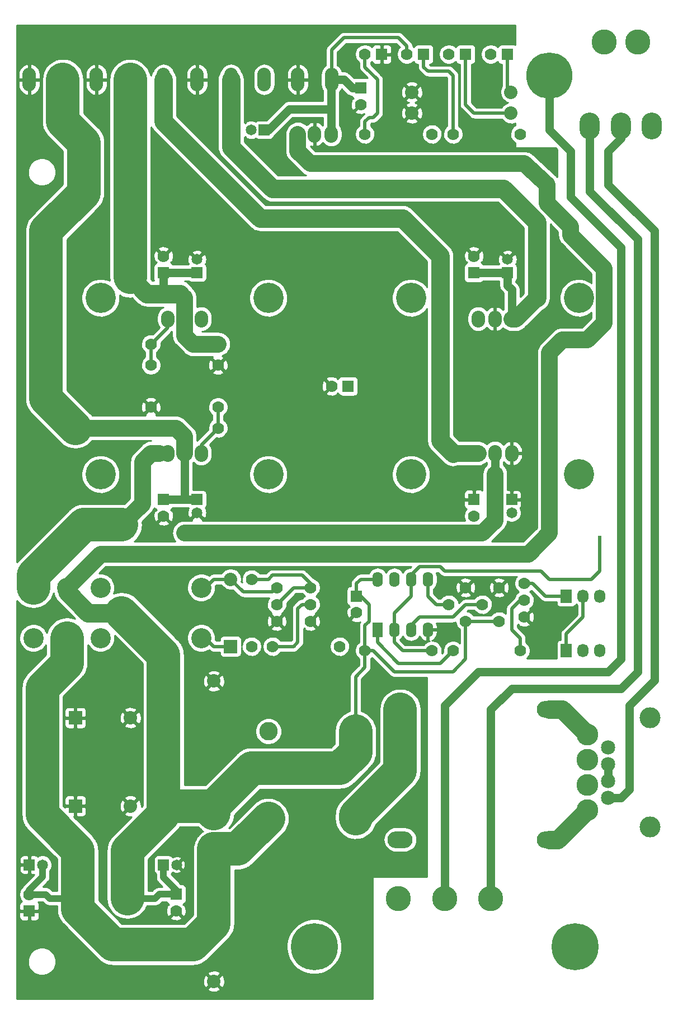
<source format=gtl>
G04 #@! TF.FileFunction,Copper,L1,Top,Signal*
%FSLAX46Y46*%
G04 Gerber Fmt 4.6, Leading zero omitted, Abs format (unit mm)*
G04 Created by KiCad (PCBNEW 0.201508110901+6083~28~ubuntu14.04.1-product) date mar 18 ago 2015 19:46:52 CEST*
%MOMM*%
G01*
G04 APERTURE LIST*
%ADD10C,0.101600*%
%ADD11C,6.985000*%
%ADD12R,1.778000X1.778000*%
%ADD13C,1.778000*%
%ADD14R,1.651000X1.651000*%
%ADD15C,1.651000*%
%ADD16R,2.032000X2.032000*%
%ADD17C,2.032000*%
%ADD18C,2.286000*%
%ADD19R,1.727200X2.032000*%
%ADD20O,1.727200X2.032000*%
%ADD21O,2.032000X2.540000*%
%ADD22R,1.574800X2.286000*%
%ADD23O,1.574800X2.286000*%
%ADD24C,3.048000*%
%ADD25O,3.810000X2.540000*%
%ADD26O,3.048000X4.064000*%
%ADD27C,3.810000*%
%ADD28O,2.032000X3.556000*%
%ADD29C,2.794000*%
%ADD30C,7.112000*%
%ADD31C,4.572000*%
%ADD32C,2.159000*%
%ADD33C,3.302000*%
%ADD34C,3.175000*%
%ADD35C,1.066800*%
%ADD36C,0.609600*%
%ADD37C,0.508000*%
%ADD38C,1.270000*%
%ADD39C,2.540000*%
%ADD40C,1.016000*%
%ADD41C,2.794000*%
%ADD42C,5.080000*%
%ADD43C,0.254000*%
G04 APERTURE END LIST*
D10*
D11*
X154305000Y-40640000D03*
D12*
X125730000Y-42545000D03*
D13*
X125730000Y-45045000D03*
D14*
X111125000Y-48895000D03*
D15*
X109125000Y-48895000D03*
D16*
X90424000Y-165100000D03*
D17*
X82924000Y-165100000D03*
D12*
X95885000Y-104775000D03*
D13*
X95885000Y-107275000D03*
D12*
X95885000Y-70485000D03*
D13*
X95885000Y-67985000D03*
D17*
X90885000Y-151130000D03*
D16*
X95885000Y-151130000D03*
D17*
X77550000Y-151130000D03*
D16*
X82550000Y-151130000D03*
D14*
X100965000Y-104775000D03*
D15*
X100965000Y-106775000D03*
D14*
X100965000Y-70485000D03*
D15*
X100965000Y-68485000D03*
D17*
X90885000Y-137795000D03*
D16*
X95885000Y-137795000D03*
D18*
X77550000Y-137795000D03*
D16*
X82550000Y-137795000D03*
D14*
X95885000Y-160020000D03*
D15*
X97885000Y-160020000D03*
D14*
X75565000Y-160020000D03*
D15*
X77565000Y-160020000D03*
D12*
X97790000Y-164465000D03*
D13*
X97790000Y-166965000D03*
D12*
X75565000Y-167005000D03*
D13*
X75565000Y-164505000D03*
D14*
X147955000Y-70485000D03*
D15*
X147955000Y-68485000D03*
D14*
X148590000Y-104775000D03*
D15*
X148590000Y-106775000D03*
D12*
X142875000Y-70485000D03*
D13*
X142875000Y-67985000D03*
D12*
X142875000Y-104775000D03*
D13*
X142875000Y-107275000D03*
D12*
X125095000Y-119380000D03*
D13*
X125095000Y-121880000D03*
D12*
X147956340Y-37465000D03*
D13*
X145416340Y-37465000D03*
D12*
X141606340Y-37465000D03*
D13*
X139066340Y-37465000D03*
D12*
X135256340Y-37465000D03*
D13*
X132716340Y-37465000D03*
D17*
X106042460Y-116840000D03*
D16*
X106042460Y-127000000D03*
D12*
X128906340Y-37465000D03*
D13*
X126366340Y-37465000D03*
D19*
X156845000Y-127635000D03*
D20*
X159385000Y-127635000D03*
X161925000Y-127635000D03*
D19*
X156845000Y-119380000D03*
D20*
X159385000Y-119380000D03*
X161925000Y-119380000D03*
D13*
X150495000Y-120015000D03*
X150495000Y-122555000D03*
X150495000Y-117475000D03*
X118110000Y-120650000D03*
X118110000Y-123190000D03*
X118110000Y-118110000D03*
X113030000Y-120650000D03*
X113030000Y-123190000D03*
X113030000Y-118110000D03*
D17*
X148470000Y-43180000D03*
X133470000Y-43180000D03*
X148470000Y-46355000D03*
X133470000Y-46355000D03*
D13*
X93980000Y-93980000D03*
X104140000Y-93980000D03*
X104140000Y-81280000D03*
X93980000Y-81280000D03*
X104140000Y-90805000D03*
X93980000Y-90805000D03*
X93980000Y-84455000D03*
X104140000Y-84455000D03*
X109220000Y-116840000D03*
X109220000Y-127000000D03*
D17*
X103505000Y-152240000D03*
X103505000Y-132240000D03*
X103505000Y-177640000D03*
X103505000Y-157640000D03*
D13*
X149860000Y-49530000D03*
X139700000Y-49530000D03*
X126365000Y-127635000D03*
X136525000Y-127635000D03*
X149860000Y-127635000D03*
X139700000Y-127635000D03*
X126365000Y-49530000D03*
X136525000Y-49530000D03*
X112395000Y-127000000D03*
X122555000Y-127000000D03*
X144145000Y-120650000D03*
X146685000Y-118110000D03*
X146685000Y-123190000D03*
X139065000Y-120650000D03*
X141605000Y-118110000D03*
X141605000Y-123190000D03*
D21*
X118745000Y-49530000D03*
X121285000Y-49530000D03*
X116205000Y-49530000D03*
X99060000Y-97790000D03*
X96520000Y-97790000D03*
X101600000Y-97790000D03*
X99060000Y-77470000D03*
X101600000Y-77470000D03*
X96520000Y-77470000D03*
X146050000Y-77470000D03*
X148590000Y-77470000D03*
X143510000Y-77470000D03*
X146050000Y-97790000D03*
X143510000Y-97790000D03*
X148590000Y-97790000D03*
D22*
X128270000Y-124460000D03*
D23*
X130810000Y-124460000D03*
X133350000Y-124460000D03*
X135890000Y-124460000D03*
X135890000Y-116840000D03*
X133350000Y-116840000D03*
X130810000Y-116840000D03*
X128270000Y-116840000D03*
D24*
X101600000Y-125730000D03*
X101600000Y-118110000D03*
X86360000Y-118110000D03*
X81280000Y-118110000D03*
X76200000Y-118110000D03*
X86360000Y-125730000D03*
X81280000Y-125730000D03*
X76200000Y-125730000D03*
D25*
X131699000Y-156210000D03*
X154305000Y-156210000D03*
X131699000Y-136525000D03*
X154305000Y-136525000D03*
D26*
X165100000Y-48260000D03*
X160401000Y-48260000D03*
X169799000Y-48260000D03*
D27*
X162560000Y-35560000D03*
X167640000Y-35560000D03*
D28*
X85725000Y-41275000D03*
X90848180Y-41275000D03*
X80645000Y-41275000D03*
X75565000Y-41275000D03*
X116205000Y-41275000D03*
X121328180Y-41275000D03*
X111125000Y-41275000D03*
X100965000Y-41275000D03*
X106088180Y-41275000D03*
X95885000Y-41275000D03*
D12*
X123825000Y-87630000D03*
D13*
X121325000Y-87630000D03*
D29*
X111760000Y-153035000D03*
X124968000Y-153035000D03*
X124968000Y-139827000D03*
X111760000Y-139827000D03*
D27*
X145415000Y-165100000D03*
X138430000Y-165100000D03*
X131445000Y-165100000D03*
D30*
X158165800Y-172389800D03*
X118694200Y-172389800D03*
D31*
X133350000Y-74295000D03*
X158750000Y-74295000D03*
X86360000Y-74295000D03*
X111760000Y-74295000D03*
X111760000Y-100965000D03*
X86360000Y-100965000D03*
X158750000Y-100965000D03*
X133350000Y-100965000D03*
D32*
X163195000Y-149860000D03*
X163195000Y-147320000D03*
X163195000Y-142240000D03*
X163195000Y-144780000D03*
D33*
X160020000Y-147955000D03*
X160020000Y-144145000D03*
X160020000Y-140335000D03*
X160020000Y-151765000D03*
D34*
X169545000Y-154305000D03*
X169545000Y-137795000D03*
D35*
X100965000Y-109855000D03*
X99060000Y-109855000D03*
D36*
X102870000Y-109855000D03*
X161925000Y-110490000D03*
D37*
X121328180Y-41275000D02*
X121328180Y-36786820D01*
X132716340Y-36196340D02*
X132716340Y-37465000D01*
X131445000Y-34925000D02*
X132716340Y-36196340D01*
X123190000Y-34925000D02*
X131445000Y-34925000D01*
X121328180Y-36786820D02*
X123190000Y-34925000D01*
D38*
X111125000Y-48895000D02*
X111760000Y-48895000D01*
X111760000Y-48895000D02*
X114935000Y-45720000D01*
X114935000Y-45720000D02*
X121285000Y-45720000D01*
X125730000Y-42545000D02*
X124460000Y-42545000D01*
X123190000Y-41275000D02*
X121328180Y-41275000D01*
X124460000Y-42545000D02*
X123190000Y-41275000D01*
X121285000Y-49530000D02*
X121285000Y-45720000D01*
X121285000Y-45720000D02*
X121285000Y-41318180D01*
X121285000Y-41318180D02*
X121328180Y-41275000D01*
D37*
X101600000Y-125730000D02*
X102235000Y-125730000D01*
X102235000Y-125730000D02*
X103505000Y-127000000D01*
X103505000Y-127000000D02*
X106042460Y-127000000D01*
X125095000Y-119380000D02*
X125730000Y-119380000D01*
X125730000Y-119380000D02*
X127000000Y-120650000D01*
X126365000Y-123825000D02*
X126365000Y-127635000D01*
X127000000Y-123190000D02*
X126365000Y-123825000D01*
X127000000Y-120650000D02*
X127000000Y-123190000D01*
D39*
X116205000Y-49530000D02*
X116205000Y-52070000D01*
X153956589Y-59055000D02*
X153956589Y-59976589D01*
X150495000Y-53975000D02*
X153956589Y-57150000D01*
X122555000Y-53975000D02*
X150495000Y-53975000D01*
X153956589Y-57150000D02*
X153956589Y-59055000D01*
X86360000Y-113030000D02*
X81280000Y-118110000D01*
X151130000Y-113030000D02*
X86360000Y-113030000D01*
X154305000Y-109855000D02*
X151130000Y-113030000D01*
X154305000Y-82550000D02*
X154305000Y-109855000D01*
X156210000Y-80645000D02*
X154305000Y-82550000D01*
X160020000Y-80645000D02*
X156210000Y-80645000D01*
X162560000Y-78105000D02*
X160020000Y-80645000D01*
X162560000Y-69850000D02*
X162560000Y-78105000D01*
X157480000Y-64770000D02*
X162560000Y-69850000D01*
X157480000Y-63500000D02*
X157480000Y-64770000D01*
X153956589Y-59976589D02*
X157480000Y-63500000D01*
X118110000Y-53975000D02*
X122555000Y-53975000D01*
X116205000Y-52070000D02*
X118110000Y-53975000D01*
D37*
X124968000Y-139827000D02*
X124968000Y-131572000D01*
X126365000Y-130175000D02*
X126365000Y-127635000D01*
X124968000Y-131572000D02*
X126365000Y-130175000D01*
X126365000Y-127635000D02*
X127635000Y-127635000D01*
X127635000Y-127635000D02*
X130810000Y-130810000D01*
X130810000Y-130810000D02*
X139700000Y-130810000D01*
X139700000Y-130810000D02*
X141605000Y-128905000D01*
X141605000Y-128905000D02*
X141605000Y-123190000D01*
X141605000Y-123190000D02*
X146685000Y-123190000D01*
X125095000Y-119380000D02*
X125095000Y-117475000D01*
X125730000Y-116840000D02*
X128270000Y-116840000D01*
X125095000Y-117475000D02*
X125730000Y-116840000D01*
D40*
X97790000Y-164465000D02*
X95250000Y-164465000D01*
X94615000Y-165100000D02*
X90424000Y-165100000D01*
X95250000Y-164465000D02*
X94615000Y-165100000D01*
D41*
X81280000Y-118110000D02*
X81280000Y-118745000D01*
X81280000Y-118745000D02*
X84455000Y-121920000D01*
X84455000Y-121920000D02*
X89535000Y-121920000D01*
D42*
X89535000Y-121920000D02*
X95885000Y-128270000D01*
X95885000Y-128270000D02*
X95885000Y-137795000D01*
D40*
X95885000Y-160020000D02*
X95885000Y-161925000D01*
X95885000Y-161925000D02*
X97790000Y-163830000D01*
X97790000Y-163830000D02*
X97790000Y-164465000D01*
D42*
X90424000Y-165100000D02*
X90424000Y-157861000D01*
X90424000Y-157861000D02*
X95885000Y-152400000D01*
X95885000Y-152400000D02*
X95885000Y-151130000D01*
X103505000Y-152240000D02*
X103505000Y-151130000D01*
X124968000Y-143002000D02*
X124968000Y-139827000D01*
X122555000Y-145415000D02*
X124968000Y-143002000D01*
X109220000Y-145415000D02*
X122555000Y-145415000D01*
X103505000Y-151130000D02*
X109220000Y-145415000D01*
X95885000Y-151130000D02*
X102395000Y-151130000D01*
X102395000Y-151130000D02*
X103505000Y-152240000D01*
X95885000Y-151130000D02*
X95885000Y-137795000D01*
D40*
X75565000Y-164505000D02*
X78065000Y-164505000D01*
X78660000Y-165100000D02*
X82924000Y-165100000D01*
X78065000Y-164505000D02*
X78660000Y-165100000D01*
X75565000Y-164505000D02*
X75565000Y-163830000D01*
X77565000Y-161830000D02*
X77565000Y-160020000D01*
X75565000Y-163830000D02*
X77565000Y-161830000D01*
D42*
X82924000Y-165100000D02*
X82924000Y-166744000D01*
X82924000Y-166744000D02*
X88265000Y-172085000D01*
X88265000Y-172085000D02*
X100330000Y-172085000D01*
X100330000Y-172085000D02*
X103505000Y-168910000D01*
X103505000Y-168910000D02*
X103505000Y-157640000D01*
X82924000Y-165100000D02*
X82924000Y-157854000D01*
X82924000Y-157854000D02*
X77550000Y-152480000D01*
X77550000Y-152480000D02*
X77550000Y-151130000D01*
X81280000Y-125730000D02*
X81280000Y-129540000D01*
X77550000Y-133270000D02*
X77550000Y-137795000D01*
X81280000Y-129540000D02*
X77550000Y-133270000D01*
X103505000Y-157640000D02*
X107155000Y-157640000D01*
X107155000Y-157640000D02*
X111760000Y-153035000D01*
X77550000Y-151130000D02*
X77550000Y-137795000D01*
X80645000Y-41275000D02*
X80645000Y-47625000D01*
D39*
X82550000Y-93980000D02*
X93980000Y-93980000D01*
D42*
X78105000Y-89535000D02*
X82550000Y-93980000D01*
X78105000Y-64135000D02*
X78105000Y-89535000D01*
X83820000Y-58420000D02*
X78105000Y-64135000D01*
X83820000Y-50800000D02*
X83820000Y-58420000D01*
X80645000Y-47625000D02*
X83820000Y-50800000D01*
D38*
X99060000Y-97790000D02*
X99060000Y-104775000D01*
X100965000Y-104775000D02*
X99060000Y-104775000D01*
X99060000Y-104775000D02*
X95885000Y-104775000D01*
D39*
X99060000Y-97790000D02*
X99060000Y-95250000D01*
X97790000Y-93980000D02*
X93980000Y-93980000D01*
X99060000Y-95250000D02*
X97790000Y-93980000D01*
D38*
X95885000Y-70485000D02*
X95885000Y-73660000D01*
X95885000Y-70485000D02*
X100965000Y-70485000D01*
D42*
X90848180Y-41275000D02*
X90848180Y-71163180D01*
D41*
X90848180Y-71163180D02*
X93345000Y-73660000D01*
X93345000Y-73660000D02*
X95885000Y-73660000D01*
D39*
X99060000Y-74295000D02*
X99060000Y-77470000D01*
D41*
X95885000Y-73660000D02*
X98425000Y-73660000D01*
D39*
X98425000Y-73660000D02*
X99060000Y-74295000D01*
X99060000Y-77470000D02*
X99060000Y-80010000D01*
X100330000Y-81280000D02*
X104140000Y-81280000D01*
X99060000Y-80010000D02*
X100330000Y-81280000D01*
X148590000Y-77470000D02*
X149225000Y-77470000D01*
X149225000Y-77470000D02*
X152400000Y-74295000D01*
D41*
X106088180Y-51478180D02*
X112395000Y-57785000D01*
X112395000Y-57785000D02*
X147320000Y-57785000D01*
X147320000Y-57785000D02*
X152400000Y-62865000D01*
X152400000Y-62865000D02*
X152400000Y-74295000D01*
X106088180Y-41275000D02*
X106088180Y-51478180D01*
D38*
X142875000Y-70485000D02*
X147955000Y-70485000D01*
X147955000Y-70485000D02*
X147955000Y-72390000D01*
X147955000Y-72390000D02*
X148590000Y-73025000D01*
X148590000Y-73025000D02*
X148590000Y-77470000D01*
D41*
X95885000Y-41275000D02*
X95885000Y-47625000D01*
X95885000Y-47625000D02*
X110490000Y-62230000D01*
X110490000Y-62230000D02*
X132080000Y-62230000D01*
X132080000Y-62230000D02*
X137795000Y-67945000D01*
X137795000Y-67945000D02*
X137795000Y-95885000D01*
X137795000Y-95885000D02*
X139700000Y-97790000D01*
D39*
X139700000Y-97790000D02*
X143510000Y-97790000D01*
D37*
X147956340Y-37465000D02*
X147956340Y-42666340D01*
X147956340Y-42666340D02*
X148470000Y-43180000D01*
X141606340Y-37465000D02*
X141606340Y-45086340D01*
X142875000Y-46355000D02*
X148470000Y-46355000D01*
X141606340Y-45086340D02*
X142875000Y-46355000D01*
D42*
X124968000Y-153035000D02*
X124968000Y-152527000D01*
X124968000Y-152527000D02*
X131699000Y-145796000D01*
X131699000Y-145796000D02*
X131699000Y-136525000D01*
D37*
X135256340Y-37465000D02*
X135256340Y-39371340D01*
X139700000Y-40640000D02*
X139700000Y-49530000D01*
X139065000Y-40005000D02*
X139700000Y-40640000D01*
X138430000Y-40005000D02*
X139065000Y-40005000D01*
X135890000Y-40005000D02*
X138430000Y-40005000D01*
X135256340Y-39371340D02*
X135890000Y-40005000D01*
X106042460Y-116840000D02*
X106045000Y-116840000D01*
X106045000Y-116840000D02*
X107950000Y-118745000D01*
X112395000Y-118745000D02*
X113030000Y-118110000D01*
X107950000Y-118745000D02*
X112395000Y-118745000D01*
X101600000Y-118110000D02*
X102235000Y-118110000D01*
X102235000Y-118110000D02*
X103505000Y-116840000D01*
X103505000Y-116840000D02*
X106042460Y-116840000D01*
X126365000Y-49530000D02*
X126365000Y-47625000D01*
X126366340Y-39371340D02*
X126366340Y-37465000D01*
X128270000Y-41275000D02*
X126366340Y-39371340D01*
X128270000Y-46355000D02*
X128270000Y-41275000D01*
X127635000Y-46990000D02*
X128270000Y-46355000D01*
X127000000Y-46990000D02*
X127635000Y-46990000D01*
X126365000Y-47625000D02*
X127000000Y-46990000D01*
X156845000Y-127635000D02*
X156845000Y-125095000D01*
X159385000Y-122555000D02*
X159385000Y-119380000D01*
X156845000Y-125095000D02*
X159385000Y-122555000D01*
X150495000Y-117475000D02*
X151765000Y-117475000D01*
X153670000Y-119380000D02*
X156845000Y-119380000D01*
X151765000Y-117475000D02*
X153670000Y-119380000D01*
D38*
X146050000Y-97790000D02*
X146050000Y-100965000D01*
D39*
X142875000Y-109855000D02*
X102870000Y-109855000D01*
X142875000Y-109855000D02*
X144145000Y-109855000D01*
X144145000Y-109855000D02*
X146050000Y-107950000D01*
X146050000Y-107950000D02*
X146050000Y-100965000D01*
X102870000Y-109855000D02*
X100965000Y-109855000D01*
X102870000Y-109855000D02*
X99060000Y-109855000D01*
D37*
X149860000Y-127635000D02*
X149860000Y-125730000D01*
X148590000Y-121285000D02*
X149860000Y-120015000D01*
X148590000Y-124460000D02*
X148590000Y-121285000D01*
X149860000Y-125730000D02*
X148590000Y-124460000D01*
X149860000Y-120015000D02*
X150495000Y-120015000D01*
X112395000Y-127000000D02*
X115570000Y-127000000D01*
X116840000Y-120650000D02*
X118110000Y-120650000D01*
X116205000Y-121285000D02*
X116840000Y-120650000D01*
X116205000Y-126365000D02*
X116205000Y-121285000D01*
X115570000Y-127000000D02*
X116205000Y-126365000D01*
X109220000Y-116840000D02*
X111760000Y-116840000D01*
X116840000Y-116205000D02*
X118110000Y-117475000D01*
X112395000Y-116205000D02*
X116840000Y-116205000D01*
X111760000Y-116840000D02*
X112395000Y-116205000D01*
X118110000Y-117475000D02*
X118110000Y-118110000D01*
X113030000Y-120650000D02*
X115570000Y-118110000D01*
X115570000Y-118110000D02*
X118110000Y-118110000D01*
X104140000Y-90805000D02*
X104140000Y-93980000D01*
X104140000Y-93980000D02*
X101600000Y-96520000D01*
X101600000Y-96520000D02*
X101600000Y-97790000D01*
X93980000Y-84455000D02*
X93980000Y-81280000D01*
X93980000Y-81280000D02*
X96520000Y-78740000D01*
X96520000Y-78740000D02*
X96520000Y-77470000D01*
X134620000Y-114935000D02*
X133350000Y-116205000D01*
X137795000Y-114935000D02*
X134620000Y-114935000D01*
X138430000Y-115570000D02*
X137795000Y-114935000D01*
X153035000Y-115570000D02*
X138430000Y-115570000D01*
X154305000Y-116840000D02*
X153035000Y-115570000D01*
X160655000Y-116840000D02*
X154305000Y-116840000D01*
X161925000Y-115570000D02*
X160655000Y-116840000D01*
X161925000Y-110490000D02*
X161925000Y-115570000D01*
X133350000Y-116205000D02*
X133350000Y-116840000D01*
X133350000Y-116840000D02*
X133350000Y-119380000D01*
X130810000Y-121920000D02*
X130810000Y-124460000D01*
X133350000Y-119380000D02*
X130810000Y-121920000D01*
X136525000Y-127635000D02*
X132080000Y-127635000D01*
X132080000Y-127635000D02*
X130810000Y-126365000D01*
X130810000Y-126365000D02*
X130810000Y-124460000D01*
X128270000Y-124460000D02*
X128270000Y-126365000D01*
X137795000Y-129540000D02*
X139700000Y-127635000D01*
X131445000Y-129540000D02*
X137795000Y-129540000D01*
X128270000Y-126365000D02*
X131445000Y-129540000D01*
X133350000Y-124460000D02*
X133350000Y-123825000D01*
X133350000Y-123825000D02*
X134620000Y-122555000D01*
X134620000Y-122555000D02*
X139700000Y-122555000D01*
X139700000Y-122555000D02*
X141605000Y-120650000D01*
X141605000Y-120650000D02*
X144145000Y-120650000D01*
X135890000Y-116840000D02*
X135890000Y-119380000D01*
X137160000Y-120650000D02*
X139065000Y-120650000D01*
X135890000Y-119380000D02*
X137160000Y-120650000D01*
D38*
X165100000Y-48260000D02*
X165100000Y-50165000D01*
X165100000Y-50165000D02*
X163195000Y-52070000D01*
X163195000Y-52070000D02*
X163195000Y-57150000D01*
X163195000Y-57150000D02*
X170180000Y-64135000D01*
X170180000Y-64135000D02*
X170180000Y-132080000D01*
X170180000Y-132080000D02*
X166370000Y-135890000D01*
X166370000Y-135890000D02*
X166370000Y-148590000D01*
X166370000Y-148590000D02*
X165100000Y-149860000D01*
X165100000Y-149860000D02*
X163195000Y-149860000D01*
X145415000Y-165100000D02*
X145415000Y-136525000D01*
X160401000Y-58166000D02*
X167640000Y-65405000D01*
X167640000Y-65405000D02*
X167640000Y-113030000D01*
X160401000Y-58166000D02*
X160401000Y-48260000D01*
X167640000Y-130810000D02*
X167640000Y-113030000D01*
X165100000Y-133350000D02*
X167640000Y-130810000D01*
X148590000Y-133350000D02*
X165100000Y-133350000D01*
X145415000Y-136525000D02*
X148590000Y-133350000D01*
X138430000Y-164465000D02*
X138430000Y-135890000D01*
X165100000Y-128905000D02*
X165100000Y-111125000D01*
X163195000Y-130810000D02*
X165100000Y-128905000D01*
X143510000Y-130810000D02*
X163195000Y-130810000D01*
X138430000Y-135890000D02*
X143510000Y-130810000D01*
X154305000Y-40640000D02*
X154305000Y-48895000D01*
X165100000Y-66675000D02*
X165100000Y-111125000D01*
X165100000Y-111125000D02*
X165100000Y-113030000D01*
X157480000Y-59055000D02*
X165100000Y-66675000D01*
X157480000Y-52070000D02*
X157480000Y-59055000D01*
X154305000Y-48895000D02*
X157480000Y-52070000D01*
X96520000Y-97790000D02*
X95250000Y-97790000D01*
D42*
X76200000Y-116205000D02*
X83820000Y-108585000D01*
X83820000Y-108585000D02*
X89535000Y-108585000D01*
D39*
X89535000Y-108585000D02*
X92710000Y-105410000D01*
X92710000Y-105410000D02*
X92710000Y-99060000D01*
X92710000Y-99060000D02*
X93980000Y-97790000D01*
X93980000Y-97790000D02*
X95250000Y-97790000D01*
D42*
X76200000Y-116205000D02*
X76200000Y-118110000D01*
D41*
X154305000Y-156210000D02*
X155575000Y-156210000D01*
X155575000Y-156210000D02*
X160020000Y-151765000D01*
X154305000Y-136525000D02*
X156210000Y-136525000D01*
X156210000Y-136525000D02*
X160020000Y-140335000D01*
D38*
X163195000Y-144780000D02*
X163195000Y-147320000D01*
D43*
X79263486Y-118902940D02*
X79263486Y-118902940D01*
X79281569Y-119106140D02*
X79199028Y-119106140D01*
X79337921Y-119309340D02*
X79134569Y-119309340D01*
X79399271Y-119512540D02*
X79034817Y-119512540D01*
X79505344Y-119715740D02*
X78923106Y-119715740D01*
X79627833Y-119918940D02*
X78807006Y-119918940D01*
X73763547Y-120122140D02*
X73710000Y-120122140D01*
X79791706Y-120122140D02*
X78636502Y-120122140D01*
X73929273Y-120325340D02*
X73710000Y-120325340D01*
X79986658Y-120325340D02*
X78465997Y-120325340D01*
X74166300Y-120528540D02*
X73710000Y-120528540D01*
X80189858Y-120528540D02*
X78234758Y-120528540D01*
X74411927Y-120731740D02*
X73710000Y-120731740D01*
X80393058Y-120731740D02*
X77982029Y-120731740D01*
X74781039Y-120934940D02*
X73710000Y-120934940D01*
X80596258Y-120934940D02*
X77616752Y-120934940D01*
X75296642Y-121138140D02*
X73710000Y-121138140D01*
X80799458Y-121138140D02*
X77102844Y-121138140D01*
X81002658Y-121341340D02*
X73710000Y-121341340D01*
X81205858Y-121544540D02*
X73710000Y-121544540D01*
X81409058Y-121747740D02*
X73710000Y-121747740D01*
X81612258Y-121950940D02*
X73710000Y-121950940D01*
X81815458Y-122154140D02*
X73710000Y-122154140D01*
X82018658Y-122357340D02*
X73710000Y-122357340D01*
X81242138Y-122560540D02*
X73710000Y-122560540D01*
X82221858Y-122560540D02*
X81354142Y-122560540D01*
X80166906Y-122763740D02*
X73710000Y-122763740D01*
X82425058Y-122763740D02*
X82383260Y-122763740D01*
X79744883Y-122966940D02*
X73710000Y-122966940D01*
X79421008Y-123170140D02*
X73710000Y-123170140D01*
X79168278Y-123373340D02*
X73710000Y-123373340D01*
X75966383Y-123576540D02*
X73710000Y-123576540D01*
X78962080Y-123576540D02*
X76446752Y-123576540D01*
X75263436Y-123779740D02*
X73710000Y-123779740D01*
X78791575Y-123779740D02*
X77132141Y-123779740D01*
X74926695Y-123982940D02*
X73710000Y-123982940D01*
X78634585Y-123982940D02*
X77470963Y-123982940D01*
X74690636Y-124186140D02*
X73710000Y-124186140D01*
X78522875Y-124186140D02*
X77709695Y-124186140D01*
X74501247Y-124389340D02*
X73710000Y-124389340D01*
X78411164Y-124389340D02*
X77901459Y-124389340D01*
X74362113Y-124592540D02*
X73710000Y-124592540D01*
X78325802Y-124592540D02*
X78036465Y-124592540D01*
X74251377Y-124795740D02*
X73710000Y-124795740D01*
X78261343Y-124795740D02*
X78150225Y-124795740D01*
X74164285Y-124998940D02*
X73710000Y-124998940D01*
X74104872Y-125202140D02*
X73710000Y-125202140D01*
X74061680Y-125405340D02*
X73710000Y-125405340D01*
X74042393Y-125608540D02*
X73710000Y-125608540D01*
X74039556Y-125811740D02*
X73710000Y-125811740D01*
X74057142Y-126014940D02*
X73710000Y-126014940D01*
X74094436Y-126218140D02*
X73710000Y-126218140D01*
X74151559Y-126421340D02*
X73710000Y-126421340D01*
X74232011Y-126624540D02*
X73710000Y-126624540D01*
X74338830Y-126827740D02*
X73710000Y-126827740D01*
X78105000Y-126827740D02*
X78067869Y-126827740D01*
X74469783Y-127030940D02*
X73710000Y-127030940D01*
X78105000Y-127030940D02*
X77924527Y-127030940D01*
X74651040Y-127234140D02*
X73710000Y-127234140D01*
X78105000Y-127234140D02*
X77751343Y-127234140D01*
X74873396Y-127437340D02*
X73710000Y-127437340D01*
X78105000Y-127437340D02*
X77537962Y-127437340D01*
X75180030Y-127640540D02*
X73710000Y-127640540D01*
X78105000Y-127640540D02*
X77218930Y-127640540D01*
X75759174Y-127843740D02*
X73710000Y-127843740D01*
X78105000Y-127843740D02*
X76646100Y-127843740D01*
X78105000Y-128046940D02*
X73710000Y-128046940D01*
X78079732Y-128250140D02*
X73710000Y-128250140D01*
X77876532Y-128453340D02*
X73710000Y-128453340D01*
X77673332Y-128656540D02*
X73710000Y-128656540D01*
X77470132Y-128859740D02*
X73710000Y-128859740D01*
X127602504Y-128859740D02*
X127279444Y-128859740D01*
X77266932Y-129062940D02*
X73710000Y-129062940D01*
X127805704Y-129062940D02*
X127254000Y-129062940D01*
X77063732Y-129266140D02*
X73710000Y-129266140D01*
X128008904Y-129266140D02*
X127254000Y-129266140D01*
X76860532Y-129469340D02*
X73710000Y-129469340D01*
X128212104Y-129469340D02*
X127254000Y-129469340D01*
X76657332Y-129672540D02*
X73710000Y-129672540D01*
X128415304Y-129672540D02*
X127254000Y-129672540D01*
X76454132Y-129875740D02*
X73710000Y-129875740D01*
X128618504Y-129875740D02*
X127254000Y-129875740D01*
X76250932Y-130078940D02*
X73710000Y-130078940D01*
X128821704Y-130078940D02*
X127254000Y-130078940D01*
X76047732Y-130282140D02*
X73710000Y-130282140D01*
X129024904Y-130282140D02*
X127243427Y-130282140D01*
X75844532Y-130485340D02*
X73710000Y-130485340D01*
X129228104Y-130485340D02*
X127195304Y-130485340D01*
X75641332Y-130688540D02*
X73710000Y-130688540D01*
X129431304Y-130688540D02*
X127089058Y-130688540D01*
X75438132Y-130891740D02*
X73710000Y-130891740D01*
X129634504Y-130891740D02*
X126905496Y-130891740D01*
X75247434Y-131094940D02*
X73710000Y-131094940D01*
X129837704Y-131094940D02*
X126702296Y-131094940D01*
X75079700Y-131298140D02*
X73710000Y-131298140D01*
X130040904Y-131298140D02*
X126499096Y-131298140D01*
X74913612Y-131501340D02*
X73710000Y-131501340D01*
X130257470Y-131501340D02*
X126295896Y-131501340D01*
X74803967Y-131704540D02*
X73710000Y-131704540D01*
X135763000Y-131704540D02*
X126092696Y-131704540D01*
X74693039Y-131907740D02*
X73710000Y-131907740D01*
X135763000Y-131907740D02*
X125889496Y-131907740D01*
X74600134Y-132110940D02*
X73710000Y-132110940D01*
X135763000Y-132110940D02*
X125857000Y-132110940D01*
X74538010Y-132314140D02*
X73710000Y-132314140D01*
X135763000Y-132314140D02*
X125857000Y-132314140D01*
X74473736Y-132517340D02*
X73710000Y-132517340D01*
X135763000Y-132517340D02*
X125857000Y-132517340D01*
X74429705Y-132720540D02*
X73710000Y-132720540D01*
X135763000Y-132720540D02*
X125857000Y-132720540D01*
X74409065Y-132923740D02*
X73710000Y-132923740D01*
X135763000Y-132923740D02*
X125857000Y-132923740D01*
X74386383Y-133126940D02*
X73710000Y-133126940D01*
X135763000Y-133126940D02*
X125857000Y-133126940D01*
X74375000Y-133330140D02*
X73710000Y-133330140D01*
X135763000Y-133330140D02*
X125857000Y-133330140D01*
X74375000Y-133533340D02*
X73710000Y-133533340D01*
X130672207Y-133533340D02*
X125857000Y-133533340D01*
X135763000Y-133533340D02*
X132720206Y-133533340D01*
X74375000Y-133736540D02*
X73710000Y-133736540D01*
X130212468Y-133736540D02*
X125857000Y-133736540D01*
X135763000Y-133736540D02*
X133185430Y-133736540D01*
X74375000Y-133939740D02*
X73710000Y-133939740D01*
X129871599Y-133939740D02*
X125857000Y-133939740D01*
X135763000Y-133939740D02*
X133531170Y-133939740D01*
X74375000Y-134142940D02*
X73710000Y-134142940D01*
X129618870Y-134142940D02*
X125857000Y-134142940D01*
X135763000Y-134142940D02*
X133776797Y-134142940D01*
X74375000Y-134346140D02*
X73710000Y-134346140D01*
X129402393Y-134346140D02*
X125857000Y-134346140D01*
X135763000Y-134346140D02*
X133999479Y-134346140D01*
X74375000Y-134549340D02*
X73710000Y-134549340D01*
X129231888Y-134549340D02*
X125857000Y-134549340D01*
X135763000Y-134549340D02*
X134165205Y-134549340D01*
X74375000Y-134752540D02*
X73710000Y-134752540D01*
X129067549Y-134752540D02*
X125857000Y-134752540D01*
X135763000Y-134752540D02*
X134330930Y-134752540D01*
X74375000Y-134955740D02*
X73710000Y-134955740D01*
X128955839Y-134955740D02*
X125857000Y-134955740D01*
X135763000Y-134955740D02*
X134443357Y-134955740D01*
X74375000Y-135158940D02*
X73710000Y-135158940D01*
X128844128Y-135158940D02*
X125857000Y-135158940D01*
X135763000Y-135158940D02*
X134551401Y-135158940D01*
X74375000Y-135362140D02*
X73710000Y-135362140D01*
X128752859Y-135362140D02*
X125857000Y-135362140D01*
X135763000Y-135362140D02*
X134648635Y-135362140D01*
X74375000Y-135565340D02*
X73710000Y-135565340D01*
X128688400Y-135565340D02*
X125857000Y-135565340D01*
X135763000Y-135565340D02*
X134709985Y-135565340D01*
X74375000Y-135768540D02*
X73710000Y-135768540D01*
X128623941Y-135768540D02*
X125857000Y-135768540D01*
X135763000Y-135768540D02*
X134771335Y-135768540D01*
X74375000Y-135971740D02*
X73710000Y-135971740D01*
X128581394Y-135971740D02*
X125857000Y-135971740D01*
X135763000Y-135971740D02*
X134819752Y-135971740D01*
X74375000Y-136174940D02*
X73710000Y-136174940D01*
X128558602Y-136174940D02*
X125857000Y-136174940D01*
X135763000Y-136174940D02*
X134839676Y-136174940D01*
X74375000Y-136378140D02*
X73710000Y-136378140D01*
X128535809Y-136378140D02*
X125857000Y-136378140D01*
X135763000Y-136378140D02*
X134859600Y-136378140D01*
X74375000Y-136581340D02*
X73710000Y-136581340D01*
X128524000Y-136581340D02*
X125857000Y-136581340D01*
X135763000Y-136581340D02*
X134874000Y-136581340D01*
X74375000Y-136784540D02*
X73710000Y-136784540D01*
X128524000Y-136784540D02*
X125857000Y-136784540D01*
X135763000Y-136784540D02*
X134874000Y-136784540D01*
X74375000Y-136987740D02*
X73710000Y-136987740D01*
X128524000Y-136987740D02*
X126360477Y-136987740D01*
X135763000Y-136987740D02*
X134874000Y-136987740D01*
X74375000Y-137190940D02*
X73710000Y-137190940D01*
X128524000Y-137190940D02*
X126736287Y-137190940D01*
X135763000Y-137190940D02*
X134874000Y-137190940D01*
X74375000Y-137394140D02*
X73710000Y-137394140D01*
X128524000Y-137394140D02*
X126984391Y-137394140D01*
X135763000Y-137394140D02*
X134874000Y-137394140D01*
X74375000Y-137597340D02*
X73710000Y-137597340D01*
X128524000Y-137597340D02*
X127227047Y-137597340D01*
X135763000Y-137597340D02*
X134874000Y-137597340D01*
X74375000Y-137800540D02*
X73710000Y-137800540D01*
X128524000Y-137800540D02*
X127392773Y-137800540D01*
X135763000Y-137800540D02*
X134874000Y-137800540D01*
X74375000Y-138003740D02*
X73710000Y-138003740D01*
X128524000Y-138003740D02*
X127558499Y-138003740D01*
X135763000Y-138003740D02*
X134874000Y-138003740D01*
X74375000Y-138206940D02*
X73710000Y-138206940D01*
X128524000Y-138206940D02*
X127685346Y-138206940D01*
X135763000Y-138206940D02*
X134874000Y-138206940D01*
X74375000Y-138410140D02*
X73710000Y-138410140D01*
X128524000Y-138410140D02*
X127793390Y-138410140D01*
X135763000Y-138410140D02*
X134874000Y-138410140D01*
X74375000Y-138613340D02*
X73710000Y-138613340D01*
X128524000Y-138613340D02*
X127901433Y-138613340D01*
X135763000Y-138613340D02*
X134874000Y-138613340D01*
X74375000Y-138816540D02*
X73710000Y-138816540D01*
X128524000Y-138816540D02*
X127963647Y-138816540D01*
X135763000Y-138816540D02*
X134874000Y-138816540D01*
X74375000Y-139019740D02*
X73710000Y-139019740D01*
X128524000Y-139019740D02*
X128024997Y-139019740D01*
X135763000Y-139019740D02*
X134874000Y-139019740D01*
X74375000Y-139222940D02*
X73710000Y-139222940D01*
X128524000Y-139222940D02*
X128083771Y-139222940D01*
X135763000Y-139222940D02*
X134874000Y-139222940D01*
X74375000Y-139426140D02*
X73710000Y-139426140D01*
X128524000Y-139426140D02*
X128103695Y-139426140D01*
X135763000Y-139426140D02*
X134874000Y-139426140D01*
X74375000Y-139629340D02*
X73710000Y-139629340D01*
X128524000Y-139629340D02*
X128123619Y-139629340D01*
X135763000Y-139629340D02*
X134874000Y-139629340D01*
X74375000Y-139832540D02*
X73710000Y-139832540D01*
X128524000Y-139832540D02*
X128143000Y-139832540D01*
X135763000Y-139832540D02*
X134874000Y-139832540D01*
X74375000Y-140035740D02*
X73710000Y-140035740D01*
X128524000Y-140035740D02*
X128143000Y-140035740D01*
X135763000Y-140035740D02*
X134874000Y-140035740D01*
X74375000Y-140238940D02*
X73710000Y-140238940D01*
X128524000Y-140238940D02*
X128143000Y-140238940D01*
X135763000Y-140238940D02*
X134874000Y-140238940D01*
X74375000Y-140442140D02*
X73710000Y-140442140D01*
X128524000Y-140442140D02*
X128143000Y-140442140D01*
X135763000Y-140442140D02*
X134874000Y-140442140D01*
X74375000Y-140645340D02*
X73710000Y-140645340D01*
X128524000Y-140645340D02*
X128143000Y-140645340D01*
X135763000Y-140645340D02*
X134874000Y-140645340D01*
X74375000Y-140848540D02*
X73710000Y-140848540D01*
X128524000Y-140848540D02*
X128143000Y-140848540D01*
X135763000Y-140848540D02*
X134874000Y-140848540D01*
X74375000Y-141051740D02*
X73710000Y-141051740D01*
X128524000Y-141051740D02*
X128143000Y-141051740D01*
X135763000Y-141051740D02*
X134874000Y-141051740D01*
X74375000Y-141254940D02*
X73710000Y-141254940D01*
X128524000Y-141254940D02*
X128143000Y-141254940D01*
X135763000Y-141254940D02*
X134874000Y-141254940D01*
X74375000Y-141458140D02*
X73710000Y-141458140D01*
X128524000Y-141458140D02*
X128143000Y-141458140D01*
X135763000Y-141458140D02*
X134874000Y-141458140D01*
X74375000Y-141661340D02*
X73710000Y-141661340D01*
X128524000Y-141661340D02*
X128143000Y-141661340D01*
X135763000Y-141661340D02*
X134874000Y-141661340D01*
X74375000Y-141864540D02*
X73710000Y-141864540D01*
X128524000Y-141864540D02*
X128143000Y-141864540D01*
X135763000Y-141864540D02*
X134874000Y-141864540D01*
X74375000Y-142067740D02*
X73710000Y-142067740D01*
X128524000Y-142067740D02*
X128143000Y-142067740D01*
X135763000Y-142067740D02*
X134874000Y-142067740D01*
X74375000Y-142270940D02*
X73710000Y-142270940D01*
X128524000Y-142270940D02*
X128143000Y-142270940D01*
X135763000Y-142270940D02*
X134874000Y-142270940D01*
X74375000Y-142474140D02*
X73710000Y-142474140D01*
X128524000Y-142474140D02*
X128143000Y-142474140D01*
X135763000Y-142474140D02*
X134874000Y-142474140D01*
X74375000Y-142677340D02*
X73710000Y-142677340D01*
X128524000Y-142677340D02*
X128143000Y-142677340D01*
X135763000Y-142677340D02*
X134874000Y-142677340D01*
X74375000Y-142880540D02*
X73710000Y-142880540D01*
X128524000Y-142880540D02*
X128143000Y-142880540D01*
X135763000Y-142880540D02*
X134874000Y-142880540D01*
X74375000Y-143083740D02*
X73710000Y-143083740D01*
X128524000Y-143083740D02*
X128138495Y-143083740D01*
X135763000Y-143083740D02*
X134874000Y-143083740D01*
X74375000Y-143286940D02*
X73710000Y-143286940D01*
X128524000Y-143286940D02*
X128115702Y-143286940D01*
X135763000Y-143286940D02*
X134874000Y-143286940D01*
X74375000Y-143490140D02*
X73710000Y-143490140D01*
X128524000Y-143490140D02*
X128094523Y-143490140D01*
X135763000Y-143490140D02*
X134874000Y-143490140D01*
X74375000Y-143693340D02*
X73710000Y-143693340D01*
X128524000Y-143693340D02*
X128063716Y-143693340D01*
X135763000Y-143693340D02*
X134874000Y-143693340D01*
X74375000Y-143896540D02*
X73710000Y-143896540D01*
X128524000Y-143896540D02*
X127999257Y-143896540D01*
X135763000Y-143896540D02*
X134874000Y-143896540D01*
X74375000Y-144099740D02*
X73710000Y-144099740D01*
X128524000Y-144099740D02*
X127936613Y-144099740D01*
X135763000Y-144099740D02*
X134874000Y-144099740D01*
X74375000Y-144302940D02*
X73710000Y-144302940D01*
X128524000Y-144302940D02*
X127858672Y-144302940D01*
X135763000Y-144302940D02*
X134874000Y-144302940D01*
X74375000Y-144506140D02*
X73710000Y-144506140D01*
X128498732Y-144506140D02*
X127746961Y-144506140D01*
X135763000Y-144506140D02*
X134874000Y-144506140D01*
X74375000Y-144709340D02*
X73710000Y-144709340D01*
X128295532Y-144709340D02*
X127637958Y-144709340D01*
X135763000Y-144709340D02*
X134874000Y-144709340D01*
X74375000Y-144912540D02*
X73710000Y-144912540D01*
X128092332Y-144912540D02*
X127489754Y-144912540D01*
X135763000Y-144912540D02*
X134874000Y-144912540D01*
X74375000Y-145115740D02*
X73710000Y-145115740D01*
X127889132Y-145115740D02*
X127320935Y-145115740D01*
X135763000Y-145115740D02*
X134874000Y-145115740D01*
X74375000Y-145318940D02*
X73710000Y-145318940D01*
X127685932Y-145318940D02*
X127141188Y-145318940D01*
X135763000Y-145318940D02*
X134874000Y-145318940D01*
X74375000Y-145522140D02*
X73710000Y-145522140D01*
X127482732Y-145522140D02*
X126937988Y-145522140D01*
X135763000Y-145522140D02*
X134874000Y-145522140D01*
X74375000Y-145725340D02*
X73710000Y-145725340D01*
X127279532Y-145725340D02*
X126734788Y-145725340D01*
X135763000Y-145725340D02*
X134874000Y-145725340D01*
X74375000Y-145928540D02*
X73710000Y-145928540D01*
X127076332Y-145928540D02*
X126531588Y-145928540D01*
X135763000Y-145928540D02*
X134863797Y-145928540D01*
X74375000Y-146131740D02*
X73710000Y-146131740D01*
X126873132Y-146131740D02*
X126328388Y-146131740D01*
X135763000Y-146131740D02*
X134841005Y-146131740D01*
X74375000Y-146334940D02*
X73710000Y-146334940D01*
X126669932Y-146334940D02*
X126125188Y-146334940D01*
X135763000Y-146334940D02*
X134820364Y-146334940D01*
X74375000Y-146538140D02*
X73710000Y-146538140D01*
X126466732Y-146538140D02*
X125921988Y-146538140D01*
X135763000Y-146538140D02*
X134778601Y-146538140D01*
X74375000Y-146741340D02*
X73710000Y-146741340D01*
X126263532Y-146741340D02*
X125718788Y-146741340D01*
X135763000Y-146741340D02*
X134714207Y-146741340D01*
X74375000Y-146944540D02*
X73710000Y-146944540D01*
X126060332Y-146944540D02*
X125515588Y-146944540D01*
X135763000Y-146944540D02*
X134652083Y-146944540D01*
X74375000Y-147147740D02*
X73710000Y-147147740D01*
X125857132Y-147147740D02*
X125312388Y-147147740D01*
X135763000Y-147147740D02*
X134561744Y-147147740D01*
X74375000Y-147350940D02*
X73710000Y-147350940D01*
X125653932Y-147350940D02*
X125109188Y-147350940D01*
X135763000Y-147350940D02*
X134450674Y-147350940D01*
X74375000Y-147554140D02*
X73710000Y-147554140D01*
X125450732Y-147554140D02*
X124905988Y-147554140D01*
X135763000Y-147554140D02*
X134341719Y-147554140D01*
X74375000Y-147757340D02*
X73710000Y-147757340D01*
X125247532Y-147757340D02*
X124685638Y-147757340D01*
X135763000Y-147757340D02*
X134178128Y-147757340D01*
X74375000Y-147960540D02*
X73710000Y-147960540D01*
X125044332Y-147960540D02*
X124433387Y-147960540D01*
X135763000Y-147960540D02*
X134010208Y-147960540D01*
X74375000Y-148163740D02*
X73710000Y-148163740D01*
X124841132Y-148163740D02*
X124118395Y-148163740D01*
X135763000Y-148163740D02*
X133821388Y-148163740D01*
X74375000Y-148366940D02*
X73710000Y-148366940D01*
X124637932Y-148366940D02*
X123720336Y-148366940D01*
X135763000Y-148366940D02*
X133618188Y-148366940D01*
X74375000Y-148570140D02*
X73710000Y-148570140D01*
X124434732Y-148570140D02*
X122757550Y-148570140D01*
X135763000Y-148570140D02*
X133414988Y-148570140D01*
X74375000Y-148773340D02*
X73710000Y-148773340D01*
X124231532Y-148773340D02*
X110351788Y-148773340D01*
X135763000Y-148773340D02*
X133211788Y-148773340D01*
X74375000Y-148976540D02*
X73710000Y-148976540D01*
X124028332Y-148976540D02*
X110148588Y-148976540D01*
X135763000Y-148976540D02*
X133008588Y-148976540D01*
X74375000Y-149179740D02*
X73710000Y-149179740D01*
X123825132Y-149179740D02*
X109945388Y-149179740D01*
X135763000Y-149179740D02*
X132805388Y-149179740D01*
X74375000Y-149382940D02*
X73710000Y-149382940D01*
X123621932Y-149382940D02*
X109742188Y-149382940D01*
X135763000Y-149382940D02*
X132602188Y-149382940D01*
X74375000Y-149586140D02*
X73710000Y-149586140D01*
X123418732Y-149586140D02*
X109538988Y-149586140D01*
X135763000Y-149586140D02*
X132398988Y-149586140D01*
X74375000Y-149789340D02*
X73710000Y-149789340D01*
X123215532Y-149789340D02*
X109335788Y-149789340D01*
X135763000Y-149789340D02*
X132195788Y-149789340D01*
X74375000Y-149992540D02*
X73710000Y-149992540D01*
X110906238Y-149992540D02*
X109132588Y-149992540D01*
X123012332Y-149992540D02*
X112618106Y-149992540D01*
X135763000Y-149992540D02*
X131992588Y-149992540D01*
X74375000Y-150195740D02*
X73710000Y-150195740D01*
X110371236Y-150195740D02*
X108929388Y-150195740D01*
X122809132Y-150195740D02*
X113153432Y-150195740D01*
X135763000Y-150195740D02*
X131789388Y-150195740D01*
X74375000Y-150398940D02*
X73710000Y-150398940D01*
X109997300Y-150398940D02*
X108726188Y-150398940D01*
X122626827Y-150398940D02*
X113526127Y-150398940D01*
X135763000Y-150398940D02*
X131586188Y-150398940D01*
X74375000Y-150602140D02*
X73710000Y-150602140D01*
X109742756Y-150602140D02*
X108522988Y-150602140D01*
X122458262Y-150602140D02*
X113776405Y-150602140D01*
X135763000Y-150602140D02*
X131382988Y-150602140D01*
X74375000Y-150805340D02*
X73710000Y-150805340D01*
X109499532Y-150805340D02*
X108319788Y-150805340D01*
X122305721Y-150805340D02*
X114020294Y-150805340D01*
X135763000Y-150805340D02*
X131179788Y-150805340D01*
X74375000Y-151008540D02*
X73710000Y-151008540D01*
X109296332Y-151008540D02*
X108116588Y-151008540D01*
X122196766Y-151008540D02*
X114184968Y-151008540D01*
X135763000Y-151008540D02*
X130976588Y-151008540D01*
X74375000Y-151211740D02*
X73710000Y-151211740D01*
X109093132Y-151211740D02*
X107913388Y-151211740D01*
X122085201Y-151211740D02*
X114349515Y-151211740D01*
X135763000Y-151211740D02*
X130773388Y-151211740D01*
X74375000Y-151414940D02*
X73710000Y-151414940D01*
X108889932Y-151414940D02*
X107710188Y-151414940D01*
X122003765Y-151414940D02*
X114477978Y-151414940D01*
X135763000Y-151414940D02*
X130570188Y-151414940D01*
X74375000Y-151618140D02*
X73710000Y-151618140D01*
X108686732Y-151618140D02*
X107506988Y-151618140D01*
X121941286Y-151618140D02*
X114585114Y-151618140D01*
X135763000Y-151618140D02*
X130366988Y-151618140D01*
X74375000Y-151821340D02*
X73710000Y-151821340D01*
X108483532Y-151821340D02*
X107303788Y-151821340D01*
X121876827Y-151821340D02*
X114692249Y-151821340D01*
X135763000Y-151821340D02*
X130163788Y-151821340D01*
X74375000Y-152024540D02*
X73710000Y-152024540D01*
X108280332Y-152024540D02*
X107100588Y-152024540D01*
X121842931Y-152024540D02*
X114756037Y-152024540D01*
X135763000Y-152024540D02*
X129960588Y-152024540D01*
X74375000Y-152227740D02*
X73710000Y-152227740D01*
X108077132Y-152227740D02*
X106897388Y-152227740D01*
X121821903Y-152227740D02*
X114816613Y-152227740D01*
X135763000Y-152227740D02*
X129757388Y-152227740D01*
X74375000Y-152430940D02*
X73710000Y-152430940D01*
X107873932Y-152430940D02*
X106694188Y-152430940D01*
X121799111Y-152430940D02*
X114876831Y-152430940D01*
X135763000Y-152430940D02*
X129554188Y-152430940D01*
X74390114Y-152634140D02*
X73710000Y-152634140D01*
X107670732Y-152634140D02*
X106640621Y-152634140D01*
X121793000Y-152634140D02*
X114896039Y-152634140D01*
X135763000Y-152634140D02*
X129350988Y-152634140D01*
X74409347Y-152837340D02*
X73710000Y-152837340D01*
X107467532Y-152837340D02*
X106618547Y-152837340D01*
X121793000Y-152837340D02*
X114915248Y-152837340D01*
X135763000Y-152837340D02*
X129147788Y-152837340D01*
X74427125Y-153040540D02*
X73710000Y-153040540D01*
X107264332Y-153040540D02*
X106566076Y-153040540D01*
X121793544Y-153040540D02*
X114934457Y-153040540D01*
X135763000Y-153040540D02*
X128944588Y-153040540D01*
X74479863Y-153243740D02*
X73710000Y-153243740D01*
X107061132Y-153243740D02*
X106501822Y-153243740D01*
X121813468Y-153243740D02*
X114914904Y-153243740D01*
X135763000Y-153243740D02*
X128741388Y-153243740D01*
X74540422Y-153446940D02*
X73710000Y-153446940D01*
X106857932Y-153446940D02*
X106438143Y-153446940D01*
X121833391Y-153446940D02*
X114894264Y-153446940D01*
X135763000Y-153446940D02*
X128538188Y-153446940D01*
X74599456Y-153650140D02*
X73710000Y-153650140D01*
X106654732Y-153650140D02*
X106335639Y-153650140D01*
X121853315Y-153650140D02*
X114873623Y-153650140D01*
X135763000Y-153650140D02*
X128334988Y-153650140D01*
X74701471Y-153853340D02*
X73710000Y-153853340D01*
X106451532Y-153853340D02*
X106224363Y-153853340D01*
X121914348Y-153853340D02*
X114814035Y-153853340D01*
X135763000Y-153853340D02*
X128131788Y-153853340D01*
X74808074Y-154056540D02*
X73710000Y-154056540D01*
X106248332Y-154056540D02*
X106105629Y-154056540D01*
X121975698Y-154056540D02*
X114751910Y-154056540D01*
X135763000Y-154056540D02*
X127958970Y-154056540D01*
X74924007Y-154259740D02*
X73710000Y-154259740D01*
X106045132Y-154259740D02*
X105935125Y-154259740D01*
X122040458Y-154259740D02*
X114688725Y-154259740D01*
X135763000Y-154259740D02*
X127894511Y-154259740D01*
X75089732Y-154462940D02*
X73710000Y-154462940D01*
X105841932Y-154462940D02*
X105765783Y-154462940D01*
X122148502Y-154462940D02*
X114579771Y-154462940D01*
X130299064Y-154462940D02*
X127788853Y-154462940D01*
X135763000Y-154462940D02*
X133103830Y-154462940D01*
X75251968Y-154666140D02*
X73710000Y-154666140D01*
X122256545Y-154666140D02*
X114470816Y-154666140D01*
X129944953Y-154666140D02*
X127677142Y-154666140D01*
X135763000Y-154666140D02*
X133455898Y-154666140D01*
X75449212Y-154869340D02*
X73710000Y-154869340D01*
X122386538Y-154869340D02*
X114342438Y-154869340D01*
X129700222Y-154869340D02*
X127553693Y-154869340D01*
X135763000Y-154869340D02*
X133698063Y-154869340D01*
X75652412Y-155072540D02*
X73710000Y-155072540D01*
X122552263Y-155072540D02*
X114175527Y-155072540D01*
X129532120Y-155072540D02*
X127383189Y-155072540D01*
X135763000Y-155072540D02*
X133864464Y-155072540D01*
X75855612Y-155275740D02*
X73710000Y-155275740D01*
X122719376Y-155275740D02*
X114008616Y-155275740D01*
X129401560Y-155275740D02*
X127212684Y-155275740D01*
X135763000Y-155275740D02*
X133997230Y-155275740D01*
X76058812Y-155478940D02*
X73710000Y-155478940D01*
X122965003Y-155478940D02*
X113806188Y-155478940D01*
X129293345Y-155478940D02*
X126971167Y-155478940D01*
X135763000Y-155478940D02*
X134103460Y-155478940D01*
X76262012Y-155682140D02*
X73710000Y-155682140D01*
X123220205Y-155682140D02*
X113602988Y-155682140D01*
X129230444Y-155682140D02*
X126718437Y-155682140D01*
X135763000Y-155682140D02*
X134167248Y-155682140D01*
X76465212Y-155885340D02*
X73710000Y-155885340D01*
X123596015Y-155885340D02*
X113399788Y-155885340D01*
X129179481Y-155885340D02*
X126336166Y-155885340D01*
X135763000Y-155885340D02*
X134220486Y-155885340D01*
X76668412Y-156088540D02*
X73710000Y-156088540D01*
X124146697Y-156088540D02*
X113196588Y-156088540D01*
X129158124Y-156088540D02*
X125784542Y-156088540D01*
X135763000Y-156088540D02*
X134238979Y-156088540D01*
X76871612Y-156291740D02*
X73710000Y-156291740D01*
X129155406Y-156291740D02*
X112993388Y-156291740D01*
X135763000Y-156291740D02*
X134244051Y-156291740D01*
X77074812Y-156494940D02*
X73710000Y-156494940D01*
X129173899Y-156494940D02*
X112790188Y-156494940D01*
X135763000Y-156494940D02*
X134222694Y-156494940D01*
X77278012Y-156698140D02*
X73710000Y-156698140D01*
X129219061Y-156698140D02*
X112586988Y-156698140D01*
X135763000Y-156698140D02*
X134179852Y-156698140D01*
X77481212Y-156901340D02*
X73710000Y-156901340D01*
X129278866Y-156901340D02*
X112383788Y-156901340D01*
X135763000Y-156901340D02*
X134116950Y-156901340D01*
X77684412Y-157104540D02*
X73710000Y-157104540D01*
X129380005Y-157104540D02*
X112180588Y-157104540D01*
X135763000Y-157104540D02*
X134017916Y-157104540D01*
X77887612Y-157307740D02*
X73710000Y-157307740D01*
X129501600Y-157307740D02*
X111977388Y-157307740D01*
X135763000Y-157307740D02*
X133898739Y-157307740D01*
X78090812Y-157510940D02*
X73710000Y-157510940D01*
X129664977Y-157510940D02*
X111774188Y-157510940D01*
X135763000Y-157510940D02*
X133730637Y-157510940D01*
X78294012Y-157714140D02*
X73710000Y-157714140D01*
X129894765Y-157714140D02*
X111570988Y-157714140D01*
X135763000Y-157714140D02*
X133501748Y-157714140D01*
X78497212Y-157917340D02*
X73710000Y-157917340D01*
X130221920Y-157917340D02*
X111367788Y-157917340D01*
X135763000Y-157917340D02*
X133173638Y-157917340D01*
X78700412Y-158120540D02*
X73710000Y-158120540D01*
X135763000Y-158120540D02*
X111164588Y-158120540D01*
X78903612Y-158323740D02*
X73710000Y-158323740D01*
X135763000Y-158323740D02*
X110961388Y-158323740D01*
X79106812Y-158526940D02*
X73710000Y-158526940D01*
X135763000Y-158526940D02*
X110758188Y-158526940D01*
X74305834Y-158730140D02*
X73710000Y-158730140D01*
X75692000Y-158730140D02*
X75438000Y-158730140D01*
X76868725Y-158730140D02*
X76824166Y-158730140D01*
X79310012Y-158730140D02*
X78264615Y-158730140D01*
X135763000Y-158730140D02*
X110554988Y-158730140D01*
X74160356Y-158933340D02*
X73710000Y-158933340D01*
X75692000Y-158933340D02*
X75438000Y-158933340D01*
X79513212Y-158933340D02*
X78544275Y-158933340D01*
X135763000Y-158933340D02*
X110351788Y-158933340D01*
X74104500Y-159136540D02*
X73710000Y-159136540D01*
X75692000Y-159136540D02*
X75438000Y-159136540D01*
X79716412Y-159136540D02*
X78731573Y-159136540D01*
X135763000Y-159136540D02*
X110148588Y-159136540D01*
X74104500Y-159339740D02*
X73710000Y-159339740D01*
X75692000Y-159339740D02*
X75438000Y-159339740D01*
X79749000Y-159339740D02*
X78864379Y-159339740D01*
X135763000Y-159339740D02*
X109945388Y-159339740D01*
X74104500Y-159542940D02*
X73710000Y-159542940D01*
X75692000Y-159542940D02*
X75438000Y-159542940D01*
X79749000Y-159542940D02*
X78948132Y-159542940D01*
X135763000Y-159542940D02*
X109742188Y-159542940D01*
X74116390Y-159746140D02*
X73710000Y-159746140D01*
X75692000Y-159746140D02*
X75438000Y-159746140D01*
X79749000Y-159746140D02*
X78999693Y-159746140D01*
X135763000Y-159746140D02*
X109538988Y-159746140D01*
X75712000Y-159949340D02*
X73710000Y-159949340D01*
X79749000Y-159949340D02*
X79024550Y-159949340D01*
X135763000Y-159949340D02*
X109326976Y-159949340D01*
X74257710Y-160152540D02*
X73710000Y-160152540D01*
X75692000Y-160152540D02*
X75438000Y-160152540D01*
X79749000Y-160152540D02*
X79021713Y-160152540D01*
X135763000Y-160152540D02*
X109073849Y-160152540D01*
X74104500Y-160355740D02*
X73710000Y-160355740D01*
X75692000Y-160355740D02*
X75438000Y-160355740D01*
X79749000Y-160355740D02*
X78986506Y-160355740D01*
X135763000Y-160355740D02*
X108782059Y-160355740D01*
X74104500Y-160558940D02*
X73710000Y-160558940D01*
X75692000Y-160558940D02*
X75438000Y-160558940D01*
X79749000Y-160558940D02*
X78923834Y-160558940D01*
X135763000Y-160558940D02*
X108395919Y-160558940D01*
X74104500Y-160762140D02*
X73710000Y-160762140D01*
X75692000Y-160762140D02*
X75438000Y-160762140D01*
X79749000Y-160762140D02*
X78828876Y-160762140D01*
X135763000Y-160762140D02*
X107723947Y-160762140D01*
X74115898Y-160965340D02*
X73710000Y-160965340D01*
X75692000Y-160965340D02*
X75438000Y-160965340D01*
X79749000Y-160965340D02*
X78708000Y-160965340D01*
X135763000Y-160965340D02*
X106680000Y-160965340D01*
X74191641Y-161168540D02*
X73710000Y-161168540D01*
X75692000Y-161168540D02*
X75438000Y-161168540D01*
X79749000Y-161168540D02*
X78708000Y-161168540D01*
X135763000Y-161168540D02*
X106680000Y-161168540D01*
X74384104Y-161371740D02*
X73710000Y-161371740D01*
X75741990Y-161371740D02*
X75388010Y-161371740D01*
X79749000Y-161371740D02*
X78708000Y-161371740D01*
X135763000Y-161371740D02*
X106680000Y-161371740D01*
X76203614Y-161574940D02*
X73710000Y-161574940D01*
X79749000Y-161574940D02*
X78708000Y-161574940D01*
X135763000Y-161574940D02*
X106680000Y-161574940D01*
X76000414Y-161778140D02*
X73710000Y-161778140D01*
X79749000Y-161778140D02*
X78708000Y-161778140D01*
X135763000Y-161778140D02*
X106680000Y-161778140D01*
X75797214Y-161981340D02*
X73710000Y-161981340D01*
X79749000Y-161981340D02*
X78693026Y-161981340D01*
X127508000Y-161981340D02*
X106680000Y-161981340D01*
X75594014Y-162184540D02*
X73710000Y-162184540D01*
X79749000Y-162184540D02*
X78646128Y-162184540D01*
X127508000Y-162184540D02*
X106680000Y-162184540D01*
X75390814Y-162387740D02*
X73710000Y-162387740D01*
X79749000Y-162387740D02*
X78556696Y-162387740D01*
X127508000Y-162387740D02*
X106680000Y-162387740D01*
X75187614Y-162590940D02*
X73710000Y-162590940D01*
X79749000Y-162590940D02*
X78412062Y-162590940D01*
X127508000Y-162590940D02*
X106680000Y-162590940D01*
X74984414Y-162794140D02*
X73710000Y-162794140D01*
X79749000Y-162794140D02*
X78217306Y-162794140D01*
X127508000Y-162794140D02*
X106680000Y-162794140D01*
X74781214Y-162997340D02*
X73710000Y-162997340D01*
X79749000Y-162997340D02*
X78014106Y-162997340D01*
X127508000Y-162997340D02*
X106680000Y-162997340D01*
X74611759Y-163200540D02*
X73710000Y-163200540D01*
X79749000Y-163200540D02*
X77810906Y-163200540D01*
X127508000Y-163200540D02*
X106680000Y-163200540D01*
X74505799Y-163403740D02*
X73710000Y-163403740D01*
X79749000Y-163403740D02*
X78355486Y-163403740D01*
X127508000Y-163403740D02*
X106680000Y-163403740D01*
X74332816Y-163606940D02*
X73710000Y-163606940D01*
X79749000Y-163606940D02*
X78764439Y-163606940D01*
X127508000Y-163606940D02*
X106680000Y-163606940D01*
X74204666Y-163810140D02*
X73710000Y-163810140D01*
X79749000Y-163810140D02*
X78986586Y-163810140D01*
X127508000Y-163810140D02*
X106680000Y-163810140D01*
X74117575Y-164013340D02*
X73710000Y-164013340D01*
X127508000Y-164013340D02*
X106680000Y-164013340D01*
X74068200Y-164216540D02*
X73710000Y-164216540D01*
X127508000Y-164216540D02*
X106680000Y-164216540D01*
X74041976Y-164419740D02*
X73710000Y-164419740D01*
X127508000Y-164419740D02*
X106680000Y-164419740D01*
X74039139Y-164622940D02*
X73710000Y-164622940D01*
X127508000Y-164622940D02*
X106680000Y-164622940D01*
X74074419Y-164826140D02*
X73710000Y-164826140D01*
X127508000Y-164826140D02*
X106680000Y-164826140D01*
X74133428Y-165029340D02*
X73710000Y-165029340D01*
X127508000Y-165029340D02*
X106680000Y-165029340D01*
X74220727Y-165232540D02*
X73710000Y-165232540D01*
X127508000Y-165232540D02*
X106680000Y-165232540D01*
X74351681Y-165435740D02*
X73710000Y-165435740D01*
X127508000Y-165435740D02*
X106680000Y-165435740D01*
X74255034Y-165638940D02*
X73710000Y-165638940D01*
X127508000Y-165638940D02*
X106680000Y-165638940D01*
X74102117Y-165842140D02*
X73710000Y-165842140D01*
X77785694Y-165842140D02*
X77027882Y-165842140D01*
X127508000Y-165842140D02*
X106680000Y-165842140D01*
X74042614Y-166045340D02*
X73710000Y-166045340D01*
X78018309Y-166045340D02*
X77087385Y-166045340D01*
X127508000Y-166045340D02*
X106680000Y-166045340D01*
X74041000Y-166248540D02*
X73710000Y-166248540D01*
X79749000Y-166248540D02*
X77089000Y-166248540D01*
X127508000Y-166248540D02*
X106680000Y-166248540D01*
X74041000Y-166451740D02*
X73710000Y-166451740D01*
X79749000Y-166451740D02*
X77089000Y-166451740D01*
X127508000Y-166451740D02*
X106680000Y-166451740D01*
X74041000Y-166654940D02*
X73710000Y-166654940D01*
X79749000Y-166654940D02*
X77089000Y-166654940D01*
X127508000Y-166654940D02*
X106680000Y-166654940D01*
X74179890Y-166858140D02*
X73710000Y-166858140D01*
X75692000Y-166858140D02*
X75438000Y-166858140D01*
X79760192Y-166858140D02*
X76950110Y-166858140D01*
X127508000Y-166858140D02*
X106680000Y-166858140D01*
X79779847Y-167061340D02*
X73710000Y-167061340D01*
X127508000Y-167061340D02*
X106680000Y-167061340D01*
X74067210Y-167264540D02*
X73710000Y-167264540D01*
X75692000Y-167264540D02*
X75438000Y-167264540D01*
X79797625Y-167264540D02*
X77062790Y-167264540D01*
X127508000Y-167264540D02*
X106680000Y-167264540D01*
X74041000Y-167467740D02*
X73710000Y-167467740D01*
X75692000Y-167467740D02*
X75438000Y-167467740D01*
X79841787Y-167467740D02*
X77089000Y-167467740D01*
X127508000Y-167467740D02*
X106680000Y-167467740D01*
X74041000Y-167670940D02*
X73710000Y-167670940D01*
X75692000Y-167670940D02*
X75438000Y-167670940D01*
X79902801Y-167670940D02*
X77089000Y-167670940D01*
X127508000Y-167670940D02*
X106680000Y-167670940D01*
X74041000Y-167874140D02*
X73710000Y-167874140D01*
X75692000Y-167874140D02*
X75438000Y-167874140D01*
X79961835Y-167874140D02*
X77089000Y-167874140D01*
X127508000Y-167874140D02*
X106680000Y-167874140D01*
X74065029Y-168077340D02*
X73710000Y-168077340D01*
X75692000Y-168077340D02*
X75438000Y-168077340D01*
X80054202Y-168077340D02*
X77064972Y-168077340D01*
X127508000Y-168077340D02*
X106680000Y-168077340D01*
X74170570Y-168280540D02*
X73710000Y-168280540D01*
X75692000Y-168280540D02*
X75438000Y-168280540D01*
X80161341Y-168280540D02*
X76959431Y-168280540D01*
X117868581Y-168280540D02*
X106680000Y-168280540D01*
X127508000Y-168280540D02*
X119519003Y-168280540D01*
X74440424Y-168483740D02*
X73710000Y-168483740D01*
X75805490Y-168483740D02*
X75324510Y-168483740D01*
X80269611Y-168483740D02*
X76689577Y-168483740D01*
X117173822Y-168483740D02*
X106680000Y-168483740D01*
X127508000Y-168483740D02*
X120217562Y-168483740D01*
X80431109Y-168686940D02*
X73710000Y-168686940D01*
X116698524Y-168686940D02*
X106680000Y-168686940D01*
X127508000Y-168686940D02*
X120699535Y-168686940D01*
X80594036Y-168890140D02*
X73710000Y-168890140D01*
X116388002Y-168890140D02*
X106680000Y-168890140D01*
X127508000Y-168890140D02*
X121000791Y-168890140D01*
X80783212Y-169093340D02*
X73710000Y-169093340D01*
X116077480Y-169093340D02*
X106664099Y-169093340D01*
X127508000Y-169093340D02*
X121302047Y-169093340D01*
X80986412Y-169296540D02*
X73710000Y-169296540D01*
X115862653Y-169296540D02*
X106641843Y-169296540D01*
X127508000Y-169296540D02*
X121529100Y-169296540D01*
X81189612Y-169499740D02*
X73710000Y-169499740D01*
X115655152Y-169499740D02*
X106621203Y-169499740D01*
X127508000Y-169499740D02*
X121730886Y-169499740D01*
X81392812Y-169702940D02*
X73710000Y-169702940D01*
X115454413Y-169702940D02*
X106568486Y-169702940D01*
X127508000Y-169702940D02*
X121932673Y-169702940D01*
X81596012Y-169906140D02*
X73710000Y-169906140D01*
X115315279Y-169906140D02*
X106504675Y-169906140D01*
X127508000Y-169906140D02*
X122075963Y-169906140D01*
X81799212Y-170109340D02*
X73710000Y-170109340D01*
X115176145Y-170109340D02*
X106442551Y-170109340D01*
X127508000Y-170109340D02*
X122210969Y-170109340D01*
X82002412Y-170312540D02*
X73710000Y-170312540D01*
X115037010Y-170312540D02*
X106339817Y-170312540D01*
X127508000Y-170312540D02*
X122345975Y-170312540D01*
X82205612Y-170515740D02*
X73710000Y-170515740D01*
X114937507Y-170515740D02*
X106229435Y-170515740D01*
X127508000Y-170515740D02*
X122454997Y-170515740D01*
X82408812Y-170718940D02*
X73710000Y-170718940D01*
X114850416Y-170718940D02*
X106112006Y-170718940D01*
X127508000Y-170718940D02*
X122538750Y-170718940D01*
X82612012Y-170922140D02*
X73710000Y-170922140D01*
X114763324Y-170922140D02*
X105941501Y-170922140D01*
X127508000Y-170922140D02*
X122622503Y-170922140D01*
X82815212Y-171125340D02*
X73710000Y-171125340D01*
X114678156Y-171125340D02*
X105774480Y-171125340D01*
X127508000Y-171125340D02*
X122706256Y-171125340D01*
X83018412Y-171328540D02*
X73710000Y-171328540D01*
X114634964Y-171328540D02*
X105576588Y-171328540D01*
X127508000Y-171328540D02*
X122756614Y-171328540D01*
X83221612Y-171531740D02*
X73710000Y-171531740D01*
X114591773Y-171531740D02*
X105373388Y-171531740D01*
X127508000Y-171531740D02*
X122796848Y-171531740D01*
X83424812Y-171734940D02*
X73710000Y-171734940D01*
X114548581Y-171734940D02*
X105170188Y-171734940D01*
X127508000Y-171734940D02*
X122837083Y-171734940D01*
X83628012Y-171938140D02*
X73710000Y-171938140D01*
X114508918Y-171938140D02*
X104966988Y-171938140D01*
X127508000Y-171938140D02*
X122877318Y-171938140D01*
X83831212Y-172141340D02*
X73710000Y-172141340D01*
X114506081Y-172141340D02*
X104763788Y-172141340D01*
X127508000Y-172141340D02*
X122883111Y-172141340D01*
X84034412Y-172344540D02*
X73710000Y-172344540D01*
X114503244Y-172344540D02*
X104560588Y-172344540D01*
X127508000Y-172344540D02*
X122880273Y-172344540D01*
X76965012Y-172547740D02*
X73710000Y-172547740D01*
X84237612Y-172547740D02*
X77968605Y-172547740D01*
X114500407Y-172547740D02*
X104357388Y-172547740D01*
X127508000Y-172547740D02*
X122877436Y-172547740D01*
X76434604Y-172750940D02*
X73710000Y-172750940D01*
X84440812Y-172750940D02*
X78509756Y-172750940D01*
X114499298Y-172750940D02*
X104154188Y-172750940D01*
X127508000Y-172750940D02*
X122874599Y-172750940D01*
X76124628Y-172954140D02*
X73710000Y-172954140D01*
X84644012Y-172954140D02*
X78811013Y-172954140D01*
X114536592Y-172954140D02*
X103950988Y-172954140D01*
X127508000Y-172954140D02*
X122863973Y-172954140D01*
X75917126Y-173157340D02*
X73710000Y-173157340D01*
X84847212Y-173157340D02*
X79021540Y-173157340D01*
X114573886Y-173157340D02*
X103747788Y-173157340D01*
X127508000Y-173157340D02*
X122817807Y-173157340D01*
X75748160Y-173360540D02*
X73710000Y-173360540D01*
X85050412Y-173360540D02*
X79193271Y-173360540D01*
X114611181Y-173360540D02*
X103544588Y-173360540D01*
X127508000Y-173360540D02*
X122771641Y-173360540D01*
X75609026Y-173563740D02*
X73710000Y-173563740D01*
X85253612Y-173563740D02*
X79328277Y-173563740D01*
X114651269Y-173563740D02*
X103341388Y-173563740D01*
X127508000Y-173563740D02*
X122725475Y-173563740D01*
X75514830Y-173766940D02*
X73710000Y-173766940D01*
X85456812Y-173766940D02*
X79425673Y-173766940D01*
X114731721Y-173766940D02*
X103138188Y-173766940D01*
X127508000Y-173766940D02*
X122668876Y-173766940D01*
X75427738Y-173970140D02*
X73710000Y-173970140D01*
X85660012Y-173970140D02*
X79509426Y-173970140D01*
X114812174Y-173970140D02*
X102934988Y-173970140D01*
X127508000Y-173970140D02*
X122578405Y-173970140D01*
X75383212Y-174173340D02*
X73710000Y-174173340D01*
X85863212Y-174173340D02*
X79557111Y-174173340D01*
X114892626Y-174173340D02*
X102731788Y-174173340D01*
X127508000Y-174173340D02*
X122487935Y-174173340D01*
X75340021Y-174376540D02*
X73710000Y-174376540D01*
X86076517Y-174376540D02*
X79597346Y-174376540D01*
X114988431Y-174376540D02*
X102524273Y-174376540D01*
X127508000Y-174376540D02*
X122397464Y-174376540D01*
X75335332Y-174579740D02*
X73710000Y-174579740D01*
X86322267Y-174579740D02*
X79602800Y-174579740D01*
X115119385Y-174579740D02*
X102270674Y-174579740D01*
X127508000Y-174579740D02*
X122278421Y-174579740D01*
X75332495Y-174782940D02*
X73710000Y-174782940D01*
X86609848Y-174782940D02*
X79599963Y-174782940D01*
X115250338Y-174782940D02*
X101991399Y-174782940D01*
X127508000Y-174782940D02*
X122135079Y-174782940D01*
X75365528Y-174986140D02*
X73710000Y-174986140D01*
X86983103Y-174986140D02*
X79577453Y-174986140D01*
X115381292Y-174986140D02*
X101604396Y-174986140D01*
X127508000Y-174986140D02*
X121991737Y-174986140D01*
X75402822Y-175189340D02*
X73710000Y-175189340D01*
X87600849Y-175189340D02*
X79531287Y-175189340D01*
X115571260Y-175189340D02*
X100980455Y-175189340D01*
X127508000Y-175189340D02*
X121831918Y-175189340D01*
X75477542Y-175392540D02*
X73710000Y-175392540D01*
X115767488Y-175392540D02*
X79465418Y-175392540D01*
X127508000Y-175392540D02*
X121618537Y-175392540D01*
X75557994Y-175595740D02*
X73710000Y-175595740D01*
X115963716Y-175595740D02*
X79374948Y-175595740D01*
X127508000Y-175595740D02*
X121405156Y-175595740D01*
X75686491Y-175798940D02*
X73710000Y-175798940D01*
X116255557Y-175798940D02*
X79254744Y-175798940D01*
X127508000Y-175798940D02*
X121144147Y-175798940D01*
X75831763Y-176002140D02*
X73710000Y-176002140D01*
X103296589Y-176002140D02*
X79111402Y-176002140D01*
X116547923Y-176002140D02*
X103768431Y-176002140D01*
X127508000Y-176002140D02*
X120823955Y-176002140D01*
X76027991Y-176205340D02*
X73710000Y-176205340D01*
X102676262Y-176205340D02*
X78906522Y-176205340D01*
X116958813Y-176205340D02*
X104329794Y-176205340D01*
X127508000Y-176205340D02*
X120447014Y-176205340D01*
X76295088Y-176408540D02*
X73710000Y-176408540D01*
X102568863Y-176408540D02*
X78644257Y-176408540D01*
X117454596Y-176408540D02*
X104441136Y-176408540D01*
X127508000Y-176408540D02*
X119923133Y-176408540D01*
X76684395Y-176611740D02*
X73710000Y-176611740D01*
X102656345Y-176611740D02*
X78252045Y-176611740D01*
X127508000Y-176611740D02*
X104353655Y-176611740D01*
X102070469Y-176814940D02*
X73710000Y-176814940D01*
X102859545Y-176814940D02*
X102500335Y-176814940D01*
X104509665Y-176814940D02*
X104150455Y-176814940D01*
X127508000Y-176814940D02*
X104941625Y-176814940D01*
X101971429Y-177018140D02*
X73710000Y-177018140D01*
X103062745Y-177018140D02*
X102703535Y-177018140D01*
X104306465Y-177018140D02*
X103947255Y-177018140D01*
X127508000Y-177018140D02*
X105036982Y-177018140D01*
X101907963Y-177221340D02*
X73710000Y-177221340D01*
X103265945Y-177221340D02*
X102906735Y-177221340D01*
X104103265Y-177221340D02*
X103744055Y-177221340D01*
X127508000Y-177221340D02*
X105107011Y-177221340D01*
X101864062Y-177424540D02*
X73710000Y-177424540D01*
X103469145Y-177424540D02*
X103109935Y-177424540D01*
X103900065Y-177424540D02*
X103540855Y-177424540D01*
X127508000Y-177424540D02*
X105141898Y-177424540D01*
X101851688Y-177627740D02*
X73710000Y-177627740D01*
X103696865Y-177627740D02*
X103313135Y-177627740D01*
X127508000Y-177627740D02*
X105159805Y-177627740D01*
X101864758Y-177830940D02*
X73710000Y-177830940D01*
X103493665Y-177830940D02*
X103134455Y-177830940D01*
X103875545Y-177830940D02*
X103516335Y-177830940D01*
X127508000Y-177830940D02*
X105147432Y-177830940D01*
X101894539Y-178034140D02*
X73710000Y-178034140D01*
X103290465Y-178034140D02*
X102931255Y-178034140D01*
X104078745Y-178034140D02*
X103719535Y-178034140D01*
X127508000Y-178034140D02*
X105108486Y-178034140D01*
X101964568Y-178237340D02*
X73710000Y-178237340D01*
X103087265Y-178237340D02*
X102728055Y-178237340D01*
X104281945Y-178237340D02*
X103922735Y-178237340D01*
X127508000Y-178237340D02*
X105050522Y-178237340D01*
X102055269Y-178440540D02*
X73710000Y-178440540D01*
X102884065Y-178440540D02*
X102524855Y-178440540D01*
X104485145Y-178440540D02*
X104125935Y-178440540D01*
X127508000Y-178440540D02*
X104951482Y-178440540D01*
X102680865Y-178643740D02*
X73710000Y-178643740D01*
X127508000Y-178643740D02*
X104329135Y-178643740D01*
X102559859Y-178846940D02*
X73710000Y-178846940D01*
X127508000Y-178846940D02*
X104450142Y-178846940D01*
X102634480Y-179050140D02*
X73710000Y-179050140D01*
X127508000Y-179050140D02*
X104375521Y-179050140D01*
X103148333Y-179253340D02*
X73710000Y-179253340D01*
X127508000Y-179253340D02*
X103890789Y-179253340D01*
X127508000Y-179456540D02*
X73710000Y-179456540D01*
X127508000Y-179659740D02*
X73710000Y-179659740D01*
X127508000Y-179862940D02*
X73710000Y-179862940D01*
X127508000Y-180066140D02*
X73710000Y-180066140D01*
X127508000Y-180269340D02*
X73710000Y-180269340D01*
X88488458Y-125363586D02*
X88488458Y-125363586D01*
X88691658Y-125566786D02*
X88518415Y-125566786D01*
X88894858Y-125769986D02*
X88515578Y-125769986D01*
X89098058Y-125973186D02*
X88512741Y-125973186D01*
X89301258Y-126176386D02*
X88472698Y-126176386D01*
X89504458Y-126379586D02*
X88426532Y-126379586D01*
X89707658Y-126582786D02*
X88343736Y-126582786D01*
X84471922Y-126785986D02*
X84455000Y-126785986D01*
X89910858Y-126785986D02*
X88253265Y-126785986D01*
X84602875Y-126989186D02*
X84455000Y-126989186D01*
X90114058Y-126989186D02*
X88113981Y-126989186D01*
X84770719Y-127192386D02*
X84455000Y-127192386D01*
X90317258Y-127192386D02*
X87955190Y-127192386D01*
X84973320Y-127395586D02*
X84455000Y-127395586D01*
X90520458Y-127395586D02*
X87741808Y-127395586D01*
X85265687Y-127598786D02*
X84455000Y-127598786D01*
X90723658Y-127598786D02*
X87444724Y-127598786D01*
X85729265Y-127801986D02*
X84455000Y-127801986D01*
X90926858Y-127801986D02*
X86988636Y-127801986D01*
X91130058Y-128005186D02*
X84455000Y-128005186D01*
X91333258Y-128208386D02*
X84455000Y-128208386D01*
X91536458Y-128411586D02*
X84455000Y-128411586D01*
X91739658Y-128614786D02*
X84455000Y-128614786D01*
X91942858Y-128817986D02*
X84455000Y-128817986D01*
X92146058Y-129021186D02*
X84455000Y-129021186D01*
X92349258Y-129224386D02*
X84455000Y-129224386D01*
X92552458Y-129427586D02*
X84455000Y-129427586D01*
X92710000Y-129630786D02*
X84449481Y-129630786D01*
X92710000Y-129833986D02*
X84426688Y-129833986D01*
X92710000Y-130037186D02*
X84405605Y-130037186D01*
X92710000Y-130240386D02*
X84372846Y-130240386D01*
X92710000Y-130443586D02*
X84308388Y-130443586D01*
X92710000Y-130646786D02*
X84245849Y-130646786D01*
X92710000Y-130849986D02*
X84165699Y-130849986D01*
X92710000Y-131053186D02*
X84054062Y-131053186D01*
X92710000Y-131256386D02*
X83945107Y-131256386D01*
X92710000Y-131459586D02*
X83794163Y-131459586D01*
X92710000Y-131662786D02*
X83625505Y-131662786D01*
X92710000Y-131865986D02*
X83444142Y-131865986D01*
X92710000Y-132069186D02*
X83240942Y-132069186D01*
X92710000Y-132272386D02*
X83037742Y-132272386D01*
X92710000Y-132475586D02*
X82834542Y-132475586D01*
X92710000Y-132678786D02*
X82631342Y-132678786D01*
X92710000Y-132881986D02*
X82428142Y-132881986D01*
X92710000Y-133085186D02*
X82224942Y-133085186D01*
X92710000Y-133288386D02*
X82021742Y-133288386D01*
X92710000Y-133491586D02*
X81818542Y-133491586D01*
X92710000Y-133694786D02*
X81615342Y-133694786D01*
X92710000Y-133897986D02*
X81412142Y-133897986D01*
X92710000Y-134101186D02*
X81208942Y-134101186D01*
X92710000Y-134304386D02*
X81005742Y-134304386D01*
X92710000Y-134507586D02*
X80802542Y-134507586D01*
X92710000Y-134710786D02*
X80725000Y-134710786D01*
X92710000Y-134913986D02*
X80725000Y-134913986D01*
X92710000Y-135117186D02*
X80725000Y-135117186D01*
X92710000Y-135320386D02*
X80725000Y-135320386D01*
X92710000Y-135523586D02*
X80725000Y-135523586D01*
X92710000Y-135726786D02*
X80725000Y-135726786D01*
X92710000Y-135929986D02*
X80725000Y-135929986D01*
X92710000Y-136133186D02*
X80725000Y-136133186D01*
X81078588Y-136336386D02*
X80725000Y-136336386D01*
X82677000Y-136336386D02*
X82423000Y-136336386D01*
X90101077Y-136336386D02*
X84021412Y-136336386D01*
X92710000Y-136336386D02*
X91660648Y-136336386D01*
X80945849Y-136539586D02*
X80725000Y-136539586D01*
X82677000Y-136539586D02*
X82423000Y-136539586D01*
X89957659Y-136539586D02*
X84154150Y-136539586D01*
X92710000Y-136539586D02*
X91812340Y-136539586D01*
X80899000Y-136742786D02*
X80725000Y-136742786D01*
X82677000Y-136742786D02*
X82423000Y-136742786D01*
X90012391Y-136742786D02*
X84201000Y-136742786D01*
X92710000Y-136742786D02*
X91757609Y-136742786D01*
X80899000Y-136945986D02*
X80725000Y-136945986D01*
X82677000Y-136945986D02*
X82423000Y-136945986D01*
X89462144Y-136945986D02*
X84201000Y-136945986D01*
X90215591Y-136945986D02*
X89856381Y-136945986D01*
X91913619Y-136945986D02*
X91554409Y-136945986D01*
X92710000Y-136945986D02*
X92308821Y-136945986D01*
X80899000Y-137149186D02*
X80725000Y-137149186D01*
X82677000Y-137149186D02*
X82423000Y-137149186D01*
X89363104Y-137149186D02*
X84201000Y-137149186D01*
X90418791Y-137149186D02*
X90059581Y-137149186D01*
X91710419Y-137149186D02*
X91351209Y-137149186D01*
X92710000Y-137149186D02*
X92408727Y-137149186D01*
X80899000Y-137352386D02*
X80725000Y-137352386D01*
X82677000Y-137352386D02*
X82423000Y-137352386D01*
X89294262Y-137352386D02*
X84201000Y-137352386D01*
X90621991Y-137352386D02*
X90262781Y-137352386D01*
X91507219Y-137352386D02*
X91148009Y-137352386D01*
X92710000Y-137352386D02*
X92478756Y-137352386D01*
X80945336Y-137555586D02*
X80725000Y-137555586D01*
X82677000Y-137555586D02*
X82423000Y-137555586D01*
X89245520Y-137555586D02*
X84154664Y-137555586D01*
X90825191Y-137555586D02*
X90465981Y-137555586D01*
X91304019Y-137555586D02*
X90944809Y-137555586D01*
X92710000Y-137555586D02*
X92518632Y-137555586D01*
X89233147Y-137758786D02*
X80725000Y-137758786D01*
X91100819Y-137758786D02*
X90669181Y-137758786D01*
X92710000Y-137758786D02*
X92541264Y-137758786D01*
X81017764Y-137961986D02*
X80725000Y-137961986D01*
X82677000Y-137961986D02*
X82423000Y-137961986D01*
X89241492Y-137961986D02*
X84082236Y-137961986D01*
X91231591Y-137961986D02*
X90538409Y-137961986D01*
X92710000Y-137961986D02*
X92528890Y-137961986D01*
X80899000Y-138165186D02*
X80725000Y-138165186D01*
X82677000Y-138165186D02*
X82423000Y-138165186D01*
X89269202Y-138165186D02*
X84201000Y-138165186D01*
X90694419Y-138165186D02*
X90335209Y-138165186D01*
X91434791Y-138165186D02*
X91075581Y-138165186D01*
X92710000Y-138165186D02*
X92494785Y-138165186D01*
X80899000Y-138368386D02*
X80725000Y-138368386D01*
X82677000Y-138368386D02*
X82423000Y-138368386D01*
X89336312Y-138368386D02*
X84201000Y-138368386D01*
X90491219Y-138368386D02*
X90132009Y-138368386D01*
X91637991Y-138368386D02*
X91278781Y-138368386D01*
X92710000Y-138368386D02*
X92441346Y-138368386D01*
X80899000Y-138571586D02*
X80725000Y-138571586D01*
X82677000Y-138571586D02*
X82423000Y-138571586D01*
X89422465Y-138571586D02*
X84201000Y-138571586D01*
X90288019Y-138571586D02*
X89928809Y-138571586D01*
X91841191Y-138571586D02*
X91481981Y-138571586D01*
X92710000Y-138571586D02*
X92343158Y-138571586D01*
X80899000Y-138774786D02*
X80725000Y-138774786D01*
X82677000Y-138774786D02*
X82423000Y-138774786D01*
X90084819Y-138774786D02*
X84201000Y-138774786D01*
X92710000Y-138774786D02*
X91685181Y-138774786D01*
X80919776Y-138977986D02*
X80725000Y-138977986D01*
X82677000Y-138977986D02*
X82423000Y-138977986D01*
X89931063Y-138977986D02*
X84180225Y-138977986D01*
X92710000Y-138977986D02*
X91838938Y-138977986D01*
X81017643Y-139181186D02*
X80725000Y-139181186D01*
X82677000Y-139181186D02*
X82423000Y-139181186D01*
X90005683Y-139181186D02*
X84082358Y-139181186D01*
X92710000Y-139181186D02*
X91764318Y-139181186D01*
X81258942Y-139384386D02*
X80725000Y-139384386D01*
X82774136Y-139384386D02*
X82325864Y-139384386D01*
X90437249Y-139384386D02*
X83841059Y-139384386D01*
X92710000Y-139384386D02*
X91340295Y-139384386D01*
X92710000Y-139587586D02*
X80725000Y-139587586D01*
X92710000Y-139790786D02*
X80725000Y-139790786D01*
X92710000Y-139993986D02*
X80725000Y-139993986D01*
X92710000Y-140197186D02*
X80725000Y-140197186D01*
X92710000Y-140400386D02*
X80725000Y-140400386D01*
X92710000Y-140603586D02*
X80725000Y-140603586D01*
X92710000Y-140806786D02*
X80725000Y-140806786D01*
X92710000Y-141009986D02*
X80725000Y-141009986D01*
X92710000Y-141213186D02*
X80725000Y-141213186D01*
X92710000Y-141416386D02*
X80725000Y-141416386D01*
X92710000Y-141619586D02*
X80725000Y-141619586D01*
X92710000Y-141822786D02*
X80725000Y-141822786D01*
X92710000Y-142025986D02*
X80725000Y-142025986D01*
X92710000Y-142229186D02*
X80725000Y-142229186D01*
X92710000Y-142432386D02*
X80725000Y-142432386D01*
X92710000Y-142635586D02*
X80725000Y-142635586D01*
X92710000Y-142838786D02*
X80725000Y-142838786D01*
X92710000Y-143041986D02*
X80725000Y-143041986D01*
X92710000Y-143245186D02*
X80725000Y-143245186D01*
X92710000Y-143448386D02*
X80725000Y-143448386D01*
X92710000Y-143651586D02*
X80725000Y-143651586D01*
X92710000Y-143854786D02*
X80725000Y-143854786D01*
X92710000Y-144057986D02*
X80725000Y-144057986D01*
X92710000Y-144261186D02*
X80725000Y-144261186D01*
X92710000Y-144464386D02*
X80725000Y-144464386D01*
X92710000Y-144667586D02*
X80725000Y-144667586D01*
X92710000Y-144870786D02*
X80725000Y-144870786D01*
X92710000Y-145073986D02*
X80725000Y-145073986D01*
X92710000Y-145277186D02*
X80725000Y-145277186D01*
X92710000Y-145480386D02*
X80725000Y-145480386D01*
X92710000Y-145683586D02*
X80725000Y-145683586D01*
X92710000Y-145886786D02*
X80725000Y-145886786D01*
X92710000Y-146089986D02*
X80725000Y-146089986D01*
X92710000Y-146293186D02*
X80725000Y-146293186D01*
X92710000Y-146496386D02*
X80725000Y-146496386D01*
X92710000Y-146699586D02*
X80725000Y-146699586D01*
X92710000Y-146902786D02*
X80725000Y-146902786D01*
X92710000Y-147105986D02*
X80725000Y-147105986D01*
X92710000Y-147309186D02*
X80725000Y-147309186D01*
X92710000Y-147512386D02*
X80725000Y-147512386D01*
X92710000Y-147715586D02*
X80725000Y-147715586D01*
X92710000Y-147918786D02*
X80725000Y-147918786D01*
X92710000Y-148121986D02*
X80725000Y-148121986D01*
X92710000Y-148325186D02*
X80725000Y-148325186D01*
X92710000Y-148528386D02*
X80725000Y-148528386D01*
X92710000Y-148731586D02*
X80725000Y-148731586D01*
X92710000Y-148934786D02*
X80725000Y-148934786D01*
X92710000Y-149137986D02*
X80725000Y-149137986D01*
X92710000Y-149341186D02*
X80725000Y-149341186D01*
X81249834Y-149544386D02*
X80725000Y-149544386D01*
X82770364Y-149544386D02*
X82329636Y-149544386D01*
X90418760Y-149544386D02*
X83850165Y-149544386D01*
X92710000Y-149544386D02*
X91347094Y-149544386D01*
X81015121Y-149747586D02*
X80725000Y-149747586D01*
X82677000Y-149747586D02*
X82423000Y-149747586D01*
X90004297Y-149747586D02*
X84084878Y-149747586D01*
X92710000Y-149747586D02*
X91765702Y-149747586D01*
X80919025Y-149950786D02*
X80725000Y-149950786D01*
X82677000Y-149950786D02*
X82423000Y-149950786D01*
X89929676Y-149950786D02*
X84180974Y-149950786D01*
X92710000Y-149950786D02*
X91840323Y-149950786D01*
X80899000Y-150153986D02*
X80725000Y-150153986D01*
X82677000Y-150153986D02*
X82423000Y-150153986D01*
X90088591Y-150153986D02*
X84201000Y-150153986D01*
X92710000Y-150153986D02*
X91681409Y-150153986D01*
X80899000Y-150357186D02*
X80725000Y-150357186D01*
X82677000Y-150357186D02*
X82423000Y-150357186D01*
X89425004Y-150357186D02*
X84201000Y-150357186D01*
X90291791Y-150357186D02*
X89932581Y-150357186D01*
X91837419Y-150357186D02*
X91478209Y-150357186D01*
X92710000Y-150357186D02*
X92349551Y-150357186D01*
X80899000Y-150560386D02*
X80725000Y-150560386D01*
X82677000Y-150560386D02*
X82423000Y-150560386D01*
X89327662Y-150560386D02*
X84201000Y-150560386D01*
X90494991Y-150560386D02*
X90135781Y-150560386D01*
X91634219Y-150560386D02*
X91275009Y-150560386D01*
X92710000Y-150560386D02*
X92434988Y-150560386D01*
X80899000Y-150763586D02*
X80725000Y-150763586D01*
X82677000Y-150763586D02*
X82423000Y-150763586D01*
X89274223Y-150763586D02*
X84201000Y-150763586D01*
X90698191Y-150763586D02*
X90338981Y-150763586D01*
X91431019Y-150763586D02*
X91071809Y-150763586D01*
X92710000Y-150763586D02*
X92501313Y-150763586D01*
X81021536Y-150966786D02*
X80725000Y-150966786D01*
X82677000Y-150966786D02*
X82423000Y-150966786D01*
X89240880Y-150966786D02*
X84078464Y-150966786D01*
X91227819Y-150966786D02*
X90542181Y-150966786D01*
X92710000Y-150966786D02*
X92529023Y-150966786D01*
X89228507Y-151169986D02*
X80730114Y-151169986D01*
X91052905Y-151169986D02*
X90665409Y-151169986D01*
X92624886Y-151169986D02*
X92536624Y-151169986D01*
X80941564Y-151373186D02*
X80933314Y-151373186D01*
X82677000Y-151373186D02*
X82423000Y-151373186D01*
X89251883Y-151373186D02*
X84158436Y-151373186D01*
X90821419Y-151373186D02*
X90462209Y-151373186D01*
X82677000Y-151576386D02*
X82423000Y-151576386D01*
X89292544Y-151576386D02*
X84201000Y-151576386D01*
X90618219Y-151576386D02*
X90259009Y-151576386D01*
X82677000Y-151779586D02*
X82423000Y-151779586D01*
X89362573Y-151779586D02*
X84201000Y-151779586D01*
X90415019Y-151779586D02*
X90055809Y-151779586D01*
X82677000Y-151982786D02*
X82423000Y-151982786D01*
X89463195Y-151982786D02*
X84201000Y-151982786D01*
X90211819Y-151982786D02*
X89852609Y-151982786D01*
X82677000Y-152185986D02*
X82423000Y-152185986D01*
X90008619Y-152185986D02*
X84201000Y-152185986D01*
X82677000Y-152389186D02*
X82423000Y-152389186D01*
X89959045Y-152389186D02*
X84152589Y-152389186D01*
X82677000Y-152592386D02*
X82423000Y-152592386D01*
X90117091Y-152592386D02*
X84017640Y-152592386D01*
X90999286Y-152795586D02*
X82355714Y-152795586D01*
X90796086Y-152998786D02*
X82558914Y-152998786D01*
X90592886Y-153201986D02*
X82762114Y-153201986D01*
X90389686Y-153405186D02*
X82965314Y-153405186D01*
X90186486Y-153608386D02*
X83168514Y-153608386D01*
X89983286Y-153811586D02*
X83371714Y-153811586D01*
X89780086Y-154014786D02*
X83574914Y-154014786D01*
X89576886Y-154217986D02*
X83778114Y-154217986D01*
X89373686Y-154421186D02*
X83981314Y-154421186D01*
X101196058Y-154421186D02*
X98313960Y-154421186D01*
X89170486Y-154624386D02*
X84184514Y-154624386D01*
X101429549Y-154624386D02*
X98147050Y-154624386D01*
X88967286Y-154827586D02*
X84387714Y-154827586D01*
X101675641Y-154827586D02*
X97947542Y-154827586D01*
X88764086Y-155030786D02*
X84590914Y-155030786D01*
X101704686Y-155030786D02*
X97744342Y-155030786D01*
X88560886Y-155233986D02*
X84794114Y-155233986D01*
X101454663Y-155233986D02*
X97541142Y-155233986D01*
X88357686Y-155437186D02*
X84997314Y-155437186D01*
X101226362Y-155437186D02*
X97337942Y-155437186D01*
X88158852Y-155640386D02*
X85200078Y-155640386D01*
X101057988Y-155640386D02*
X97134742Y-155640386D01*
X87991924Y-155843586D02*
X85362313Y-155843586D01*
X100887483Y-155843586D02*
X96931542Y-155843586D01*
X87821419Y-156046786D02*
X85527586Y-156046786D01*
X100774277Y-156046786D02*
X96728342Y-156046786D01*
X87702393Y-156249986D02*
X85651684Y-156249986D01*
X100663297Y-156249986D02*
X96525142Y-156249986D01*
X87592083Y-156453186D02*
X85757921Y-156453186D01*
X100564603Y-156453186D02*
X96321942Y-156453186D01*
X87488061Y-156656386D02*
X85863142Y-156656386D01*
X100501703Y-156656386D02*
X96118742Y-156656386D01*
X87425937Y-156859586D02*
X85925597Y-156859586D01*
X100437540Y-156859586D02*
X95915542Y-156859586D01*
X87362187Y-157062786D02*
X85985842Y-157062786D01*
X100388415Y-157062786D02*
X95712342Y-157062786D01*
X87308332Y-157265986D02*
X86043666Y-157265986D01*
X100367057Y-157265986D02*
X95509142Y-157265986D01*
X87287692Y-157469186D02*
X86062250Y-157469186D01*
X100344496Y-157469186D02*
X95305942Y-157469186D01*
X87265493Y-157672386D02*
X86081192Y-157672386D01*
X100330000Y-157672386D02*
X95102742Y-157672386D01*
X87249000Y-157875586D02*
X86099000Y-157875586D01*
X100330000Y-157875586D02*
X94899542Y-157875586D01*
X87249000Y-158078786D02*
X86099000Y-158078786D01*
X100330000Y-158078786D02*
X94696342Y-158078786D01*
X87249000Y-158281986D02*
X86099000Y-158281986D01*
X100330000Y-158281986D02*
X94493142Y-158281986D01*
X87249000Y-158485186D02*
X86099000Y-158485186D01*
X100330000Y-158485186D02*
X94289942Y-158485186D01*
X87249000Y-158688386D02*
X86099000Y-158688386D01*
X94679551Y-158688386D02*
X94086742Y-158688386D01*
X100330000Y-158688386D02*
X97090516Y-158688386D01*
X87249000Y-158891586D02*
X86099000Y-158891586D01*
X94503025Y-158891586D02*
X93883542Y-158891586D01*
X100330000Y-158891586D02*
X98506675Y-158891586D01*
X87249000Y-159094786D02*
X86099000Y-159094786D01*
X94435567Y-159094786D02*
X93680342Y-159094786D01*
X100330000Y-159094786D02*
X98581656Y-159094786D01*
X87249000Y-159297986D02*
X86099000Y-159297986D01*
X94421428Y-159297986D02*
X93599000Y-159297986D01*
X100330000Y-159297986D02*
X98427409Y-159297986D01*
X87249000Y-159501186D02*
X86099000Y-159501186D01*
X94421428Y-159501186D02*
X93599000Y-159501186D01*
X98583419Y-159501186D02*
X98224209Y-159501186D01*
X100330000Y-159501186D02*
X99063227Y-159501186D01*
X87249000Y-159704386D02*
X86099000Y-159704386D01*
X94421428Y-159704386D02*
X93599000Y-159704386D01*
X98380219Y-159704386D02*
X98021009Y-159704386D01*
X100330000Y-159704386D02*
X99135989Y-159704386D01*
X87249000Y-159907586D02*
X86099000Y-159907586D01*
X94421428Y-159907586D02*
X93599000Y-159907586D01*
X98177019Y-159907586D02*
X97789525Y-159907586D01*
X100330000Y-159907586D02*
X99168244Y-159907586D01*
X87249000Y-160110786D02*
X86099000Y-160110786D01*
X94421428Y-160110786D02*
X93599000Y-160110786D01*
X98155391Y-160110786D02*
X97767896Y-160110786D01*
X100330000Y-160110786D02*
X99167440Y-160110786D01*
X87249000Y-160313986D02*
X86099000Y-160313986D01*
X94421428Y-160313986D02*
X93599000Y-160313986D01*
X98358591Y-160313986D02*
X97999381Y-160313986D01*
X100330000Y-160313986D02*
X99135933Y-160313986D01*
X87249000Y-160517186D02*
X86099000Y-160517186D01*
X94421428Y-160517186D02*
X93599000Y-160517186D01*
X98561791Y-160517186D02*
X98202581Y-160517186D01*
X100330000Y-160517186D02*
X99070754Y-160517186D01*
X87249000Y-160720386D02*
X86099000Y-160720386D01*
X94421428Y-160720386D02*
X93599000Y-160720386D01*
X98764991Y-160720386D02*
X98405781Y-160720386D01*
X100330000Y-160720386D02*
X98794240Y-160720386D01*
X87249000Y-160923586D02*
X86099000Y-160923586D01*
X94427775Y-160923586D02*
X93599000Y-160923586D01*
X100330000Y-160923586D02*
X98586706Y-160923586D01*
X87249000Y-161126786D02*
X86099000Y-161126786D01*
X94488070Y-161126786D02*
X93599000Y-161126786D01*
X100330000Y-161126786D02*
X98539266Y-161126786D01*
X87249000Y-161329986D02*
X86099000Y-161329986D01*
X94654029Y-161329986D02*
X93599000Y-161329986D01*
X100330000Y-161329986D02*
X97123119Y-161329986D01*
X87249000Y-161533186D02*
X86099000Y-161533186D01*
X94742000Y-161533186D02*
X93599000Y-161533186D01*
X100330000Y-161533186D02*
X97109632Y-161533186D01*
X87249000Y-161736386D02*
X86099000Y-161736386D01*
X94742000Y-161736386D02*
X93599000Y-161736386D01*
X100330000Y-161736386D02*
X97312832Y-161736386D01*
X87249000Y-161939586D02*
X86099000Y-161939586D01*
X94743431Y-161939586D02*
X93599000Y-161939586D01*
X100330000Y-161939586D02*
X97516032Y-161939586D01*
X87249000Y-162142786D02*
X86099000Y-162142786D01*
X94763354Y-162142786D02*
X93599000Y-162142786D01*
X100330000Y-162142786D02*
X97719232Y-162142786D01*
X87249000Y-162345986D02*
X86099000Y-162345986D01*
X94822727Y-162345986D02*
X93599000Y-162345986D01*
X100330000Y-162345986D02*
X97922432Y-162345986D01*
X87249000Y-162549186D02*
X86099000Y-162549186D01*
X94927727Y-162549186D02*
X93599000Y-162549186D01*
X100330000Y-162549186D02*
X98125632Y-162549186D01*
X87249000Y-162752386D02*
X86099000Y-162752386D01*
X95095940Y-162752386D02*
X93599000Y-162752386D01*
X100330000Y-162752386D02*
X98328832Y-162752386D01*
X87249000Y-162955586D02*
X86099000Y-162955586D01*
X95299140Y-162955586D02*
X93599000Y-162955586D01*
X100330000Y-162955586D02*
X98803531Y-162955586D01*
X87249000Y-163158786D02*
X86099000Y-163158786D01*
X95502340Y-163158786D02*
X93599000Y-163158786D01*
X100330000Y-163158786D02*
X99160443Y-163158786D01*
X87249000Y-163361986D02*
X86099000Y-163361986D01*
X94967650Y-163361986D02*
X93599000Y-163361986D01*
X100330000Y-163361986D02*
X99273997Y-163361986D01*
X87249000Y-163565186D02*
X86099000Y-163565186D01*
X94553451Y-163565186D02*
X93599000Y-163565186D01*
X100330000Y-163565186D02*
X99316193Y-163565186D01*
X87249000Y-163768386D02*
X86099000Y-163768386D01*
X94330168Y-163768386D02*
X93599000Y-163768386D01*
X100330000Y-163768386D02*
X99317072Y-163768386D01*
X87249000Y-163971586D02*
X86099000Y-163971586D01*
X100330000Y-163971586D02*
X99317072Y-163971586D01*
X87249000Y-164174786D02*
X86099000Y-164174786D01*
X100330000Y-164174786D02*
X99317072Y-164174786D01*
X87249000Y-164377986D02*
X86099000Y-164377986D01*
X100330000Y-164377986D02*
X99317072Y-164377986D01*
X87249000Y-164581186D02*
X86099000Y-164581186D01*
X100330000Y-164581186D02*
X99317072Y-164581186D01*
X87249000Y-164784386D02*
X86099000Y-164784386D01*
X100330000Y-164784386D02*
X99317072Y-164784386D01*
X87249000Y-164987586D02*
X86099000Y-164987586D01*
X100330000Y-164987586D02*
X99317072Y-164987586D01*
X87257902Y-165190786D02*
X86099000Y-165190786D01*
X100330000Y-165190786D02*
X99317072Y-165190786D01*
X87277826Y-165393986D02*
X86099000Y-165393986D01*
X100330000Y-165393986D02*
X99311403Y-165393986D01*
X87297750Y-165597186D02*
X86267314Y-165597186D01*
X100330000Y-165597186D02*
X99262333Y-165597186D01*
X87334736Y-165800386D02*
X86470514Y-165800386D01*
X96450688Y-165800386D02*
X95531060Y-165800386D01*
X100330000Y-165800386D02*
X99128723Y-165800386D01*
X87396085Y-166003586D02*
X86673714Y-166003586D01*
X96648978Y-166003586D02*
X95306925Y-166003586D01*
X100330000Y-166003586D02*
X98931022Y-166003586D01*
X87457435Y-166206786D02*
X86876914Y-166206786D01*
X96463420Y-166206786D02*
X94884857Y-166206786D01*
X100330000Y-166206786D02*
X99118562Y-166206786D01*
X87541784Y-166409986D02*
X87080114Y-166409986D01*
X96365985Y-166409986D02*
X93309699Y-166409986D01*
X100330000Y-166409986D02*
X99210303Y-166409986D01*
X87649828Y-166613186D02*
X87283314Y-166613186D01*
X96306914Y-166613186D02*
X93197988Y-166613186D01*
X100330000Y-166613186D02*
X99279208Y-166613186D01*
X87757871Y-166816386D02*
X87486514Y-166816386D01*
X96271835Y-166816386D02*
X93086278Y-166816386D01*
X97849276Y-166816386D02*
X97730725Y-166816386D01*
X100330000Y-166816386D02*
X99308244Y-166816386D01*
X87912063Y-167019586D02*
X87689714Y-167019586D01*
X96260767Y-167019586D02*
X92938164Y-167019586D01*
X98024191Y-167019586D02*
X97555809Y-167019586D01*
X100330000Y-167019586D02*
X99313286Y-167019586D01*
X88077788Y-167222786D02*
X87892914Y-167222786D01*
X96287356Y-167222786D02*
X92767659Y-167222786D01*
X97711819Y-167222786D02*
X97352609Y-167222786D01*
X98227391Y-167222786D02*
X97868181Y-167222786D01*
X100330000Y-167222786D02*
X99297172Y-167222786D01*
X88278421Y-167425986D02*
X88096114Y-167425986D01*
X96336618Y-167425986D02*
X92573872Y-167425986D01*
X97508619Y-167425986D02*
X97149409Y-167425986D01*
X98430591Y-167425986D02*
X98071381Y-167425986D01*
X100330000Y-167425986D02*
X99245121Y-167425986D01*
X88524048Y-167629186D02*
X88299314Y-167629186D01*
X96411179Y-167629186D02*
X92321143Y-167629186D01*
X97305419Y-167629186D02*
X96946209Y-167629186D01*
X98633791Y-167629186D02*
X98274581Y-167629186D01*
X100295686Y-167629186D02*
X99161667Y-167629186D01*
X88833864Y-167832386D02*
X88502514Y-167832386D01*
X96705376Y-167832386D02*
X92017791Y-167832386D01*
X97102219Y-167832386D02*
X96743009Y-167832386D01*
X98836991Y-167832386D02*
X98477781Y-167832386D01*
X100092486Y-167832386D02*
X98874625Y-167832386D01*
X89221647Y-168035586D02*
X88705714Y-168035586D01*
X96918046Y-168035586D02*
X91629105Y-168035586D01*
X99889286Y-168035586D02*
X98661955Y-168035586D01*
X90058019Y-168238786D02*
X88908914Y-168238786D01*
X96984174Y-168238786D02*
X90798911Y-168238786D01*
X99686086Y-168238786D02*
X98595827Y-168238786D01*
X97414374Y-168441986D02*
X89112114Y-168441986D01*
X99482886Y-168441986D02*
X98183895Y-168441986D01*
X99279686Y-168645186D02*
X89315314Y-168645186D01*
X99076486Y-168848386D02*
X89518514Y-168848386D01*
X133362764Y-114935000D02*
X87149076Y-114935000D01*
X127800938Y-115138200D02*
X86945876Y-115138200D01*
X130340938Y-115138200D02*
X128736114Y-115138200D01*
X132880938Y-115138200D02*
X131276114Y-115138200D01*
X105344147Y-115341400D02*
X86742676Y-115341400D01*
X108942442Y-115341400D02*
X106738085Y-115341400D01*
X112194274Y-115341400D02*
X109498865Y-115341400D01*
X127421723Y-115341400D02*
X117043662Y-115341400D01*
X129961723Y-115341400D02*
X129119581Y-115341400D01*
X132501723Y-115341400D02*
X131659581Y-115341400D01*
X105006734Y-115544600D02*
X86539476Y-115544600D01*
X108416218Y-115544600D02*
X107074545Y-115544600D01*
X111804115Y-115544600D02*
X110024964Y-115544600D01*
X127203417Y-115544600D02*
X117429925Y-115544600D01*
X129743417Y-115544600D02*
X129337260Y-115544600D01*
X132283417Y-115544600D02*
X131877260Y-115544600D01*
X104797970Y-115747800D02*
X86336276Y-115747800D01*
X108157033Y-115747800D02*
X107284716Y-115747800D01*
X111594964Y-115747800D02*
X110283268Y-115747800D01*
X127054790Y-115747800D02*
X117640036Y-115747800D01*
X129594790Y-115747800D02*
X129486195Y-115747800D01*
X132134790Y-115747800D02*
X132026195Y-115747800D01*
X86155425Y-115951000D02*
X86133076Y-115951000D01*
X101395425Y-115951000D02*
X86380733Y-115951000D01*
X103505000Y-115951000D02*
X101620733Y-115951000D01*
X107981613Y-115951000D02*
X107434074Y-115951000D01*
X125730000Y-115951000D02*
X117843236Y-115951000D01*
X100677148Y-116154200D02*
X87278962Y-116154200D01*
X102945934Y-116154200D02*
X102518962Y-116154200D01*
X107855783Y-116154200D02*
X107545610Y-116154200D01*
X125170934Y-116154200D02*
X118046436Y-116154200D01*
X100335161Y-116357400D02*
X87622750Y-116357400D01*
X107768691Y-116357400D02*
X107629364Y-116357400D01*
X124955364Y-116357400D02*
X118249636Y-116357400D01*
X100096293Y-116560600D02*
X87864193Y-116560600D01*
X107721274Y-116560600D02*
X107670262Y-116560600D01*
X124752164Y-116560600D02*
X118452836Y-116560600D01*
X99905041Y-116763800D02*
X88057778Y-116763800D01*
X107696850Y-116763800D02*
X107692334Y-116763800D01*
X124548964Y-116763800D02*
X118839650Y-116763800D01*
X99765906Y-116967000D02*
X88192784Y-116967000D01*
X107694012Y-116967000D02*
X107689497Y-116967000D01*
X124366293Y-116967000D02*
X119122821Y-116967000D01*
X99653751Y-117170200D02*
X88307941Y-117170200D01*
X107731082Y-117170200D02*
X107660587Y-117170200D01*
X124263003Y-117170200D02*
X119315381Y-117170200D01*
X99566659Y-117373400D02*
X88391695Y-117373400D01*
X124216010Y-117373400D02*
X119450387Y-117373400D01*
X99506049Y-117576600D02*
X88455393Y-117576600D01*
X124206000Y-117576600D02*
X119538595Y-117576600D01*
X99462858Y-117779800D02*
X88495628Y-117779800D01*
X104683885Y-117779800D02*
X103822436Y-117779800D01*
X124206000Y-117779800D02*
X119598272Y-117779800D01*
X99442470Y-117983000D02*
X88517910Y-117983000D01*
X104850985Y-117983000D02*
X103757910Y-117983000D01*
X123828900Y-117983000D02*
X119633752Y-117983000D01*
X99439633Y-118186200D02*
X88515072Y-118186200D01*
X105086396Y-118186200D02*
X103755072Y-118186200D01*
X123650373Y-118186200D02*
X119630915Y-118186200D01*
X99456125Y-118389400D02*
X88510636Y-118389400D01*
X105464821Y-118389400D02*
X103750636Y-118389400D01*
X123582334Y-118389400D02*
X119609427Y-118389400D01*
X99493419Y-118592600D02*
X88464471Y-118592600D01*
X106540364Y-118592600D02*
X103704471Y-118592600D01*
X123567928Y-118592600D02*
X119563261Y-118592600D01*
X89008881Y-118795800D02*
X88418083Y-118795800D01*
X99549366Y-118795800D02*
X90046009Y-118795800D01*
X106743564Y-118795800D02*
X103658083Y-118795800D01*
X123567928Y-118795800D02*
X119472960Y-118795800D01*
X99629818Y-118999000D02*
X90774146Y-118999000D01*
X106946764Y-118999000D02*
X103567613Y-118999000D01*
X116869781Y-118999000D02*
X115938236Y-118999000D01*
X123567928Y-118999000D02*
X119347991Y-118999000D01*
X99735260Y-119202200D02*
X91153113Y-119202200D01*
X107149964Y-119202200D02*
X103471777Y-119202200D01*
X117046025Y-119202200D02*
X115735036Y-119202200D01*
X123567928Y-119202200D02*
X119173086Y-119202200D01*
X99866213Y-119405400D02*
X91451926Y-119405400D01*
X107360075Y-119405400D02*
X103328435Y-119405400D01*
X117228588Y-119405400D02*
X115531836Y-119405400D01*
X123567928Y-119405400D02*
X118990277Y-119405400D01*
X100045690Y-119608600D02*
X91699305Y-119608600D01*
X107746338Y-119608600D02*
X103157161Y-119608600D01*
X116995158Y-119608600D02*
X115328636Y-119608600D01*
X123567928Y-119608600D02*
X119223714Y-119608600D01*
X100265425Y-119811800D02*
X91916928Y-119811800D01*
X111756829Y-119811800D02*
X102943780Y-119811800D01*
X116553828Y-119811800D02*
X115125436Y-119811800D01*
X123567928Y-119811800D02*
X119382884Y-119811800D01*
X100567350Y-120015000D02*
X92120128Y-120015000D01*
X111644010Y-120015000D02*
X102627660Y-120015000D01*
X116217853Y-120015000D02*
X114922236Y-120015000D01*
X123567928Y-120015000D02*
X119496719Y-120015000D01*
X101133977Y-120218200D02*
X92323328Y-120218200D01*
X111563668Y-120218200D02*
X102077519Y-120218200D01*
X116014564Y-120218200D02*
X114719036Y-120218200D01*
X123567928Y-120218200D02*
X119578155Y-120218200D01*
X111520476Y-120421400D02*
X92526528Y-120421400D01*
X115811364Y-120421400D02*
X114538389Y-120421400D01*
X123591737Y-120421400D02*
X119618390Y-120421400D01*
X111506141Y-120624600D02*
X92729728Y-120624600D01*
X115608164Y-120624600D02*
X114552334Y-120624600D01*
X123683767Y-120624600D02*
X119632334Y-120624600D01*
X111513111Y-120827800D02*
X92932928Y-120827800D01*
X115446229Y-120827800D02*
X114549497Y-120827800D01*
X123908258Y-120827800D02*
X119629497Y-120827800D01*
X111550406Y-121031000D02*
X93136128Y-121031000D01*
X115357367Y-121031000D02*
X114506344Y-121031000D01*
X123953879Y-121031000D02*
X119586344Y-121031000D01*
X111622128Y-121234200D02*
X93339328Y-121234200D01*
X115320392Y-121234200D02*
X114438195Y-121234200D01*
X123714517Y-121234200D02*
X119518195Y-121234200D01*
X111724305Y-121437400D02*
X93542528Y-121437400D01*
X115316000Y-121437400D02*
X114339661Y-121437400D01*
X123635169Y-121437400D02*
X119419661Y-121437400D01*
X111867911Y-121640600D02*
X93745728Y-121640600D01*
X115316000Y-121640600D02*
X114196320Y-121640600D01*
X123583118Y-121640600D02*
X119276320Y-121640600D01*
X112077198Y-121843800D02*
X93948928Y-121843800D01*
X115316000Y-121843800D02*
X113986396Y-121843800D01*
X123570712Y-121843800D02*
X119066396Y-121843800D01*
X125266690Y-121843800D02*
X124923311Y-121843800D01*
X112181611Y-122047000D02*
X94152128Y-122047000D01*
X115316000Y-122047000D02*
X113878388Y-122047000D01*
X123579383Y-122047000D02*
X118958388Y-122047000D01*
X125135891Y-122047000D02*
X124748395Y-122047000D01*
X112269805Y-122250200D02*
X94355328Y-122250200D01*
X115316000Y-122250200D02*
X113790195Y-122250200D01*
X123609679Y-122250200D02*
X118870195Y-122250200D01*
X124904405Y-122250200D02*
X124545195Y-122250200D01*
X111693056Y-122453400D02*
X94558528Y-122453400D01*
X112473005Y-122453400D02*
X112113795Y-122453400D01*
X113946205Y-122453400D02*
X113586995Y-122453400D01*
X115316000Y-122453400D02*
X114370115Y-122453400D01*
X119026205Y-122453400D02*
X118666995Y-122453400D01*
X123681165Y-122453400D02*
X119450115Y-122453400D01*
X124701205Y-122453400D02*
X124341995Y-122453400D01*
X111595621Y-122656600D02*
X94761728Y-122656600D01*
X112676205Y-122656600D02*
X112316995Y-122656600D01*
X113743005Y-122656600D02*
X113383795Y-122656600D01*
X115316000Y-122656600D02*
X114457907Y-122656600D01*
X118823005Y-122656600D02*
X118463795Y-122656600D01*
X123776265Y-122656600D02*
X119537907Y-122656600D01*
X124498005Y-122656600D02*
X124138795Y-122656600D01*
X111541377Y-122859800D02*
X94964928Y-122859800D01*
X112879405Y-122859800D02*
X112520195Y-122859800D01*
X113539805Y-122859800D02*
X113180595Y-122859800D01*
X115316000Y-122859800D02*
X114522297Y-122859800D01*
X118619805Y-122859800D02*
X118260595Y-122859800D01*
X124294805Y-122859800D02*
X119602297Y-122859800D01*
X111510658Y-123063000D02*
X95168128Y-123063000D01*
X113336605Y-123063000D02*
X112723395Y-123063000D01*
X115316000Y-123063000D02*
X114551332Y-123063000D01*
X118416605Y-123063000D02*
X118029111Y-123063000D01*
X124259629Y-123063000D02*
X119631332Y-123063000D01*
X111501409Y-123266200D02*
X95371328Y-123266200D01*
X113285805Y-123266200D02*
X112774195Y-123266200D01*
X115316000Y-123266200D02*
X114552109Y-123266200D01*
X118365805Y-123266200D02*
X117978310Y-123266200D01*
X124461125Y-123266200D02*
X119632109Y-123266200D01*
X111530444Y-123469400D02*
X95574528Y-123469400D01*
X112930205Y-123469400D02*
X112570995Y-123469400D01*
X113489005Y-123469400D02*
X113129795Y-123469400D01*
X115316000Y-123469400D02*
X114531636Y-123469400D01*
X118569005Y-123469400D02*
X118209795Y-123469400D01*
X125550849Y-123469400D02*
X119611636Y-123469400D01*
X100928617Y-123672600D02*
X95777728Y-123672600D01*
X111584221Y-123672600D02*
X102277265Y-123672600D01*
X112727005Y-123672600D02*
X112367795Y-123672600D01*
X113692205Y-123672600D02*
X113332995Y-123672600D01*
X115316000Y-123672600D02*
X114479584Y-123672600D01*
X118772205Y-123672600D02*
X118412995Y-123672600D01*
X125491170Y-123672600D02*
X119559584Y-123672600D01*
X100490422Y-123875800D02*
X95980928Y-123875800D01*
X111662732Y-123875800D02*
X102712121Y-123875800D01*
X112523805Y-123875800D02*
X112164595Y-123875800D01*
X113895405Y-123875800D02*
X113536195Y-123875800D01*
X115316000Y-123875800D02*
X114391303Y-123875800D01*
X118975405Y-123875800D02*
X118616195Y-123875800D01*
X125476000Y-123875800D02*
X119471303Y-123875800D01*
X100200044Y-124079000D02*
X96184128Y-124079000D01*
X112320605Y-124079000D02*
X103003300Y-124079000D01*
X115316000Y-124079000D02*
X113739395Y-124079000D01*
X125476000Y-124079000D02*
X118819395Y-124079000D01*
X99992543Y-124282200D02*
X96387328Y-124282200D01*
X112165080Y-124282200D02*
X103205086Y-124282200D01*
X115316000Y-124282200D02*
X113894921Y-124282200D01*
X117245080Y-124282200D02*
X117197408Y-124282200D01*
X125476000Y-124282200D02*
X118974921Y-124282200D01*
X99835473Y-124485400D02*
X96590528Y-124485400D01*
X112231208Y-124485400D02*
X103365281Y-124485400D01*
X115316000Y-124485400D02*
X113828793Y-124485400D01*
X117311208Y-124485400D02*
X117094000Y-124485400D01*
X125476000Y-124485400D02*
X118908793Y-124485400D01*
X99697297Y-124688600D02*
X96793728Y-124688600D01*
X112738751Y-124688600D02*
X103500287Y-124688600D01*
X115316000Y-124688600D02*
X113316091Y-124688600D01*
X117818751Y-124688600D02*
X117094000Y-124688600D01*
X125476000Y-124688600D02*
X118396091Y-124688600D01*
X99610205Y-124891800D02*
X96996928Y-124891800D01*
X115316000Y-124891800D02*
X103589818Y-124891800D01*
X125476000Y-124891800D02*
X117094000Y-124891800D01*
X99527645Y-125095000D02*
X97200128Y-125095000D01*
X115316000Y-125095000D02*
X103673571Y-125095000D01*
X125476000Y-125095000D02*
X117094000Y-125095000D01*
X99484454Y-125298200D02*
X97403328Y-125298200D01*
X115316000Y-125298200D02*
X103715511Y-125298200D01*
X125476000Y-125298200D02*
X117094000Y-125298200D01*
X99443889Y-125501400D02*
X97606528Y-125501400D01*
X104610992Y-125501400D02*
X103755745Y-125501400D01*
X108942442Y-125501400D02*
X107466151Y-125501400D01*
X112117442Y-125501400D02*
X109498865Y-125501400D01*
X115316000Y-125501400D02*
X112673865Y-125501400D01*
X122277442Y-125501400D02*
X117094000Y-125501400D01*
X125476000Y-125501400D02*
X122833865Y-125501400D01*
X99441052Y-125704600D02*
X97809728Y-125704600D01*
X104459412Y-125704600D02*
X103756491Y-125704600D01*
X108416218Y-125704600D02*
X107631139Y-125704600D01*
X111591218Y-125704600D02*
X110024964Y-125704600D01*
X115316000Y-125704600D02*
X113199964Y-125704600D01*
X121751218Y-125704600D02*
X117094000Y-125704600D01*
X125476000Y-125704600D02*
X123359964Y-125704600D01*
X99438215Y-125907800D02*
X98012928Y-125907800D01*
X104399192Y-125907800D02*
X103753654Y-125907800D01*
X108157033Y-125907800D02*
X107690338Y-125907800D01*
X111332033Y-125907800D02*
X110283268Y-125907800D01*
X115316000Y-125907800D02*
X113458268Y-125907800D01*
X121492033Y-125907800D02*
X117094000Y-125907800D01*
X125476000Y-125907800D02*
X123618268Y-125907800D01*
X99474772Y-126111000D02*
X98204697Y-126111000D01*
X107981613Y-126111000D02*
X107696532Y-126111000D01*
X111156613Y-126111000D02*
X110459133Y-126111000D01*
X121316613Y-126111000D02*
X117094000Y-126111000D01*
X125476000Y-126111000D02*
X123794133Y-126111000D01*
X99512066Y-126314200D02*
X98367402Y-126314200D01*
X107855783Y-126314200D02*
X107696532Y-126314200D01*
X111030783Y-126314200D02*
X110585781Y-126314200D01*
X121190783Y-126314200D02*
X117094000Y-126314200D01*
X125476000Y-126314200D02*
X123920781Y-126314200D01*
X99589592Y-126517400D02*
X98531874Y-126517400D01*
X107768691Y-126517400D02*
X107696532Y-126517400D01*
X110943691Y-126517400D02*
X110669533Y-126517400D01*
X121103691Y-126517400D02*
X117078830Y-126517400D01*
X125327971Y-126517400D02*
X124004533Y-126517400D01*
X99670044Y-126720600D02*
X98640993Y-126720600D01*
X107721274Y-126720600D02*
X107696532Y-126720600D01*
X110896274Y-126720600D02*
X110718331Y-126720600D01*
X121056274Y-126720600D02*
X117019151Y-126720600D01*
X125144004Y-126720600D02*
X124053331Y-126720600D01*
X99800737Y-126923800D02*
X98747960Y-126923800D01*
X107696850Y-126923800D02*
X107696532Y-126923800D01*
X110871850Y-126923800D02*
X110743043Y-126923800D01*
X121031850Y-126923800D02*
X116891080Y-126923800D01*
X125011669Y-126923800D02*
X124078043Y-126923800D01*
X99947576Y-127127000D02*
X98843428Y-127127000D01*
X110869012Y-127127000D02*
X110740206Y-127127000D01*
X121029012Y-127127000D02*
X116700236Y-127127000D01*
X124924578Y-127127000D02*
X124075206Y-127127000D01*
X100143805Y-127330200D02*
X98902463Y-127330200D01*
X107731082Y-127330200D02*
X107696532Y-127330200D01*
X110906082Y-127330200D02*
X110707886Y-127330200D01*
X121066082Y-127330200D02*
X116497036Y-127330200D01*
X124871673Y-127330200D02*
X124042886Y-127330200D01*
X100411609Y-127533400D02*
X98963331Y-127533400D01*
X107792015Y-127533400D02*
X107696532Y-127533400D01*
X110967015Y-127533400D02*
X110650813Y-127533400D01*
X121127015Y-127533400D02*
X116293836Y-127533400D01*
X124842205Y-127533400D02*
X123985813Y-127533400D01*
X100799902Y-127736600D02*
X99010249Y-127736600D01*
X103007842Y-127736600D02*
X102397212Y-127736600D01*
X107881566Y-127736600D02*
X107696532Y-127736600D01*
X111056566Y-127736600D02*
X110560342Y-127736600D01*
X121216566Y-127736600D02*
X116066707Y-127736600D01*
X124839367Y-127736600D02*
X123895342Y-127736600D01*
X104388388Y-127939800D02*
X99028027Y-127939800D01*
X108012519Y-127939800D02*
X107696532Y-127939800D01*
X111187519Y-127939800D02*
X110422155Y-127939800D01*
X121347519Y-127939800D02*
X113597155Y-127939800D01*
X124871420Y-127939800D02*
X123757155Y-127939800D01*
X104404255Y-128143000D02*
X99047547Y-128143000D01*
X108205082Y-128143000D02*
X107678524Y-128143000D01*
X111380082Y-128143000D02*
X110229741Y-128143000D01*
X121540082Y-128143000D02*
X113404741Y-128143000D01*
X124926958Y-128143000D02*
X123564741Y-128143000D01*
X104487412Y-128346200D02*
X99060000Y-128346200D01*
X108494489Y-128346200D02*
X107602665Y-128346200D01*
X111669489Y-128346200D02*
X109943054Y-128346200D01*
X121829489Y-128346200D02*
X113118054Y-128346200D01*
X125010197Y-128346200D02*
X123278054Y-128346200D01*
X104678557Y-128549400D02*
X99060000Y-128549400D01*
X125141150Y-128549400D02*
X107397193Y-128549400D01*
X125325554Y-128752600D02*
X99060000Y-128752600D01*
X125476000Y-128955800D02*
X99060000Y-128955800D01*
X125476000Y-129159000D02*
X99060000Y-129159000D01*
X125476000Y-129362200D02*
X99060000Y-129362200D01*
X125476000Y-129565400D02*
X99060000Y-129565400D01*
X125476000Y-129768600D02*
X99060000Y-129768600D01*
X125310964Y-129971800D02*
X99060000Y-129971800D01*
X125107764Y-130175000D02*
X99060000Y-130175000D01*
X124904564Y-130378200D02*
X99060000Y-130378200D01*
X124701364Y-130581400D02*
X99060000Y-130581400D01*
X102715064Y-130784600D02*
X99060000Y-130784600D01*
X124498164Y-130784600D02*
X104287242Y-130784600D01*
X102576479Y-130987800D02*
X99060000Y-130987800D01*
X124302896Y-130987800D02*
X104433520Y-130987800D01*
X102635605Y-131191000D02*
X99060000Y-131191000D01*
X124167813Y-131191000D02*
X104374395Y-131191000D01*
X102080577Y-131394200D02*
X99060000Y-131394200D01*
X102838805Y-131394200D02*
X102479595Y-131394200D01*
X104530405Y-131394200D02*
X104171195Y-131394200D01*
X124097175Y-131394200D02*
X104930539Y-131394200D01*
X101981538Y-131597400D02*
X99060000Y-131597400D01*
X103042005Y-131597400D02*
X102682795Y-131597400D01*
X104327205Y-131597400D02*
X103967995Y-131597400D01*
X124079000Y-131597400D02*
X105029834Y-131597400D01*
X101913417Y-131800600D02*
X99060000Y-131800600D01*
X103245205Y-131800600D02*
X102885995Y-131800600D01*
X104124005Y-131800600D02*
X103764795Y-131800600D01*
X124079000Y-131800600D02*
X105099863Y-131800600D01*
X101865325Y-132003800D02*
X99060000Y-132003800D01*
X103448405Y-132003800D02*
X103089195Y-132003800D01*
X103920805Y-132003800D02*
X103561595Y-132003800D01*
X124079000Y-132003800D02*
X105139070Y-132003800D01*
X101852951Y-132207000D02*
X99060000Y-132207000D01*
X103717605Y-132207000D02*
X103292395Y-132207000D01*
X124079000Y-132207000D02*
X105161068Y-132207000D01*
X101861930Y-132410200D02*
X99060000Y-132410200D01*
X103854805Y-132410200D02*
X103155195Y-132410200D01*
X124079000Y-132410200D02*
X105148694Y-132410200D01*
X101889640Y-132613400D02*
X99060000Y-132613400D01*
X103311205Y-132613400D02*
X102951995Y-132613400D01*
X104058005Y-132613400D02*
X103698795Y-132613400D01*
X124079000Y-132613400D02*
X105113940Y-132613400D01*
X101957420Y-132816600D02*
X99060000Y-132816600D01*
X103108005Y-132816600D02*
X102748795Y-132816600D01*
X104261205Y-132816600D02*
X103901995Y-132816600D01*
X124079000Y-132816600D02*
X105060501Y-132816600D01*
X102044183Y-133019800D02*
X99060000Y-133019800D01*
X102904805Y-133019800D02*
X102545595Y-133019800D01*
X104464405Y-133019800D02*
X104105195Y-133019800D01*
X124079000Y-133019800D02*
X104961591Y-133019800D01*
X102701605Y-133223000D02*
X99060000Y-133223000D01*
X124079000Y-133223000D02*
X104308395Y-133223000D01*
X102552243Y-133426200D02*
X99060000Y-133426200D01*
X124079000Y-133426200D02*
X104457758Y-133426200D01*
X102626863Y-133629400D02*
X99060000Y-133629400D01*
X124079000Y-133629400D02*
X104383138Y-133629400D01*
X103069470Y-133832600D02*
X99060000Y-133832600D01*
X124079000Y-133832600D02*
X103950969Y-133832600D01*
X124079000Y-134035800D02*
X99060000Y-134035800D01*
X124079000Y-134239000D02*
X99060000Y-134239000D01*
X124079000Y-134442200D02*
X99060000Y-134442200D01*
X124079000Y-134645400D02*
X99060000Y-134645400D01*
X124079000Y-134848600D02*
X99060000Y-134848600D01*
X124079000Y-135051800D02*
X99060000Y-135051800D01*
X124079000Y-135255000D02*
X99060000Y-135255000D01*
X124079000Y-135458200D02*
X99060000Y-135458200D01*
X124079000Y-135661400D02*
X99060000Y-135661400D01*
X124079000Y-135864600D02*
X99060000Y-135864600D01*
X124079000Y-136067800D02*
X99060000Y-136067800D01*
X124079000Y-136271000D02*
X99060000Y-136271000D01*
X124079000Y-136474200D02*
X99060000Y-136474200D01*
X124079000Y-136677400D02*
X99060000Y-136677400D01*
X123787427Y-136880600D02*
X99060000Y-136880600D01*
X123394894Y-137083800D02*
X99060000Y-137083800D01*
X123084307Y-137287000D02*
X99060000Y-137287000D01*
X122831578Y-137490200D02*
X99060000Y-137490200D01*
X122633415Y-137693400D02*
X99060000Y-137693400D01*
X111113317Y-137896600D02*
X99060000Y-137896600D01*
X122462910Y-137896600D02*
X112411644Y-137896600D01*
X110688291Y-138099800D02*
X99060000Y-138099800D01*
X122311667Y-138099800D02*
X112833286Y-138099800D01*
X110411879Y-138303000D02*
X99060000Y-138303000D01*
X122199957Y-138303000D02*
X113110429Y-138303000D01*
X110204378Y-138506200D02*
X99060000Y-138506200D01*
X122088246Y-138506200D02*
X113312214Y-138506200D01*
X110062439Y-138709400D02*
X99060000Y-138709400D01*
X122007502Y-138709400D02*
X113457179Y-138709400D01*
X109941044Y-138912600D02*
X99060000Y-138912600D01*
X121943043Y-138912600D02*
X113581041Y-138912600D01*
X109853952Y-139115800D02*
X99060000Y-139115800D01*
X121878584Y-139115800D02*
X113664794Y-139115800D01*
X109790493Y-139319000D02*
X99060000Y-139319000D01*
X121845317Y-139319000D02*
X113730952Y-139319000D01*
X109747302Y-139522200D02*
X99060000Y-139522200D01*
X121822525Y-139522200D02*
X113771187Y-139522200D01*
X109729133Y-139725400D02*
X99060000Y-139725400D01*
X121799732Y-139725400D02*
X113790724Y-139725400D01*
X109726296Y-139928600D02*
X99060000Y-139928600D01*
X121793000Y-139928600D02*
X113787887Y-139928600D01*
X109749913Y-140131800D02*
X99060000Y-140131800D01*
X121793000Y-140131800D02*
X113774625Y-140131800D01*
X109787207Y-140335000D02*
X99060000Y-140335000D01*
X121793000Y-140335000D02*
X113728458Y-140335000D01*
X109856019Y-140538200D02*
X99060000Y-140538200D01*
X121793000Y-140538200D02*
X113667750Y-140538200D01*
X109936472Y-140741400D02*
X99060000Y-140741400D01*
X121793000Y-140741400D02*
X113577280Y-140741400D01*
X110062724Y-140944600D02*
X99060000Y-140944600D01*
X121793000Y-140944600D02*
X113458434Y-140944600D01*
X110210549Y-141147800D02*
X99060000Y-141147800D01*
X121793000Y-141147800D02*
X113315093Y-141147800D01*
X110406777Y-141351000D02*
X99060000Y-141351000D01*
X121793000Y-141351000D02*
X113106322Y-141351000D01*
X110684509Y-141554200D02*
X99060000Y-141554200D01*
X121793000Y-141554200D02*
X112830801Y-141554200D01*
X111102722Y-141757400D02*
X99060000Y-141757400D01*
X121722472Y-141757400D02*
X112402460Y-141757400D01*
X121519272Y-141960600D02*
X99060000Y-141960600D01*
X121316072Y-142163800D02*
X99060000Y-142163800D01*
X108382937Y-142367000D02*
X99060000Y-142367000D01*
X107839644Y-142570200D02*
X99060000Y-142570200D01*
X107459395Y-142773400D02*
X99060000Y-142773400D01*
X107209694Y-142976600D02*
X99060000Y-142976600D01*
X106965072Y-143179800D02*
X99060000Y-143179800D01*
X106761872Y-143383000D02*
X99060000Y-143383000D01*
X106558672Y-143586200D02*
X99060000Y-143586200D01*
X106355472Y-143789400D02*
X99060000Y-143789400D01*
X106152272Y-143992600D02*
X99060000Y-143992600D01*
X105949072Y-144195800D02*
X99060000Y-144195800D01*
X105745872Y-144399000D02*
X99060000Y-144399000D01*
X105542672Y-144602200D02*
X99060000Y-144602200D01*
X105339472Y-144805400D02*
X99060000Y-144805400D01*
X105136272Y-145008600D02*
X99060000Y-145008600D01*
X104933072Y-145211800D02*
X99060000Y-145211800D01*
X104729872Y-145415000D02*
X99060000Y-145415000D01*
X104526672Y-145618200D02*
X99060000Y-145618200D01*
X104323472Y-145821400D02*
X99060000Y-145821400D01*
X104120272Y-146024600D02*
X99060000Y-146024600D01*
X103917072Y-146227800D02*
X99060000Y-146227800D01*
X103713872Y-146431000D02*
X99060000Y-146431000D01*
X103510672Y-146634200D02*
X99060000Y-146634200D01*
X103307472Y-146837400D02*
X99060000Y-146837400D01*
X103104272Y-147040600D02*
X99060000Y-147040600D01*
X102901072Y-147243800D02*
X99060000Y-147243800D01*
X102697872Y-147447000D02*
X99060000Y-147447000D01*
X102494672Y-147650200D02*
X99060000Y-147650200D01*
X102291472Y-147853400D02*
X99060000Y-147853400D01*
X151579537Y-118546773D02*
X151579537Y-118546773D01*
X151782737Y-118749973D02*
X151344993Y-118749973D01*
X151985937Y-118953173D02*
X151588429Y-118953173D01*
X152189137Y-119156373D02*
X151754313Y-119156373D01*
X152392337Y-119359573D02*
X151873299Y-119359573D01*
X152595537Y-119562773D02*
X151957052Y-119562773D01*
X152798737Y-119765973D02*
X151999345Y-119765973D01*
X153001937Y-119969173D02*
X152017619Y-119969173D01*
X153274787Y-120172373D02*
X152014782Y-120172373D01*
X155343328Y-120375573D02*
X151975985Y-120375573D01*
X155376635Y-120578773D02*
X151912290Y-120578773D01*
X155479275Y-120781973D02*
X151819071Y-120781973D01*
X158496000Y-120781973D02*
X158209654Y-120781973D01*
X155751204Y-120985173D02*
X151675729Y-120985173D01*
X158496000Y-120985173D02*
X157941240Y-120985173D01*
X158496000Y-121188373D02*
X151472846Y-121188373D01*
X158496000Y-121391573D02*
X151336740Y-121391573D01*
X158496000Y-121594773D02*
X151275622Y-121594773D01*
X151431632Y-121797973D02*
X151072422Y-121797973D01*
X158496000Y-121797973D02*
X151824197Y-121797973D01*
X151228432Y-122001173D02*
X150869222Y-122001173D01*
X158496000Y-122001173D02*
X151915721Y-122001173D01*
X151025232Y-122204373D02*
X150666022Y-122204373D01*
X158478391Y-122204373D02*
X151984378Y-122204373D01*
X150822032Y-122407573D02*
X150434538Y-122407573D01*
X158275191Y-122407573D02*
X152013413Y-122407573D01*
X150730378Y-122610773D02*
X150342883Y-122610773D01*
X158071991Y-122610773D02*
X152018222Y-122610773D01*
X150933578Y-122813973D02*
X150574368Y-122813973D01*
X157868791Y-122813973D02*
X152001868Y-122813973D01*
X151136778Y-123017173D02*
X150777568Y-123017173D01*
X157665591Y-123017173D02*
X151949817Y-123017173D01*
X151339978Y-123220373D02*
X150980768Y-123220373D01*
X157462391Y-123220373D02*
X151866097Y-123220373D01*
X151543178Y-123423573D02*
X151183968Y-123423573D01*
X157259191Y-123423573D02*
X151575977Y-123423573D01*
X149623433Y-123626773D02*
X149602835Y-123626773D01*
X157055991Y-123626773D02*
X151366569Y-123626773D01*
X149689560Y-123829973D02*
X149479000Y-123829973D01*
X156852791Y-123829973D02*
X151300441Y-123829973D01*
X150124008Y-124033173D02*
X149479000Y-124033173D01*
X156649591Y-124033173D02*
X150885521Y-124033173D01*
X156446391Y-124236373D02*
X149623609Y-124236373D01*
X156243191Y-124439573D02*
X149826809Y-124439573D01*
X156083562Y-124642773D02*
X150030009Y-124642773D01*
X155995790Y-124845973D02*
X150233209Y-124845973D01*
X155959835Y-125049173D02*
X150436409Y-125049173D01*
X155956000Y-125252373D02*
X150608975Y-125252373D01*
X155956000Y-125455573D02*
X150701611Y-125455573D01*
X155956000Y-125658773D02*
X150742016Y-125658773D01*
X155956000Y-125861973D02*
X150749000Y-125861973D01*
X155673523Y-126065173D02*
X150749000Y-126065173D01*
X155450314Y-126268373D02*
X150749000Y-126268373D01*
X155364232Y-126471573D02*
X150852537Y-126471573D01*
X155343328Y-126674773D02*
X151051809Y-126674773D01*
X155343328Y-126877973D02*
X151186816Y-126877973D01*
X155343328Y-127081173D02*
X151280176Y-127081173D01*
X155343328Y-127284373D02*
X151344228Y-127284373D01*
X155343328Y-127487573D02*
X151384037Y-127487573D01*
X155343328Y-127690773D02*
X151381200Y-127690773D01*
X155343328Y-127893973D02*
X151364068Y-127893973D01*
X155343328Y-128097173D02*
X151317902Y-128097173D01*
X155343328Y-128300373D02*
X151232055Y-128300373D01*
X155343328Y-128503573D02*
X151112400Y-128503573D01*
X155347862Y-128706773D02*
X150944537Y-128706773D01*
X140085249Y-123352209D02*
X140085249Y-123352209D01*
X140122544Y-123555409D02*
X137200995Y-123555409D01*
X140190955Y-123758609D02*
X137270951Y-123758609D01*
X140289257Y-123961809D02*
X137309446Y-123961809D01*
X140427855Y-124165009D02*
X137312400Y-124165009D01*
X140629765Y-124368209D02*
X135743000Y-124368209D01*
X140716000Y-124571409D02*
X135743000Y-124571409D01*
X136017000Y-124774609D02*
X135763000Y-124774609D01*
X140716000Y-124774609D02*
X137312400Y-124774609D01*
X136017000Y-124977809D02*
X135763000Y-124977809D01*
X140716000Y-124977809D02*
X137305730Y-124977809D01*
X136017000Y-125181009D02*
X135763000Y-125181009D01*
X140716000Y-125181009D02*
X137267236Y-125181009D01*
X136017000Y-125384209D02*
X135763000Y-125384209D01*
X140716000Y-125384209D02*
X137193079Y-125384209D01*
X132152525Y-125587409D02*
X132005853Y-125587409D01*
X134696628Y-125587409D02*
X134545853Y-125587409D01*
X136017000Y-125587409D02*
X135763000Y-125587409D01*
X140716000Y-125587409D02*
X137083373Y-125587409D01*
X132311456Y-125790609D02*
X131847039Y-125790609D01*
X134855613Y-125790609D02*
X134387039Y-125790609D01*
X136017000Y-125790609D02*
X135763000Y-125790609D01*
X140716000Y-125790609D02*
X136924388Y-125790609D01*
X132542980Y-125993809D02*
X131699000Y-125993809D01*
X135095250Y-125993809D02*
X134154486Y-125993809D01*
X136017000Y-125993809D02*
X135763000Y-125993809D01*
X140716000Y-125993809D02*
X136684751Y-125993809D01*
X132997627Y-126197009D02*
X131899245Y-126197009D01*
X136015711Y-126197009D02*
X133699432Y-126197009D01*
X139190711Y-126197009D02*
X137037067Y-126197009D01*
X140716000Y-126197009D02*
X140212067Y-126197009D01*
X135628598Y-126400209D02*
X132102445Y-126400209D01*
X138803598Y-126400209D02*
X137419820Y-126400209D01*
X140716000Y-126400209D02*
X140594820Y-126400209D01*
X135400141Y-126603409D02*
X132305645Y-126603409D01*
X138575141Y-126603409D02*
X137648455Y-126603409D01*
X138420113Y-126806609D02*
X137804401Y-126806609D01*
X138309806Y-127009809D02*
X137915762Y-127009809D01*
X138231583Y-127213009D02*
X137995097Y-127213009D01*
X138188391Y-127416209D02*
X138035332Y-127416209D01*
X138176004Y-127619409D02*
X138047197Y-127619409D01*
X138184912Y-127822609D02*
X138044360Y-127822609D01*
X138051955Y-128025809D02*
X137999116Y-128025809D01*
X137426764Y-115824000D02*
X137146712Y-115824000D01*
X137629964Y-116027200D02*
X137233284Y-116027200D01*
X137840075Y-116230400D02*
X137288338Y-116230400D01*
X138226338Y-116433600D02*
X137308262Y-116433600D01*
X141200343Y-116636800D02*
X137312400Y-116636800D01*
X146280343Y-116636800D02*
X141995406Y-116636800D01*
X149221829Y-116636800D02*
X147075406Y-116636800D01*
X140797941Y-116840000D02*
X137312400Y-116840000D01*
X145877941Y-116840000D02*
X142412058Y-116840000D01*
X149109010Y-116840000D02*
X147492058Y-116840000D01*
X140731813Y-117043200D02*
X137312400Y-117043200D01*
X145811813Y-117043200D02*
X142478186Y-117043200D01*
X149028668Y-117043200D02*
X147558186Y-117043200D01*
X140508742Y-117246400D02*
X137309756Y-117246400D01*
X140921005Y-117246400D02*
X140561795Y-117246400D01*
X142648205Y-117246400D02*
X142288995Y-117246400D01*
X145588742Y-117246400D02*
X142701257Y-117246400D01*
X146001005Y-117246400D02*
X145641795Y-117246400D01*
X147728205Y-117246400D02*
X147368995Y-117246400D01*
X148985476Y-117246400D02*
X147781257Y-117246400D01*
X140231518Y-117449600D02*
X137286964Y-117449600D01*
X141124205Y-117449600D02*
X140764995Y-117449600D01*
X142445005Y-117449600D02*
X142085795Y-117449600D01*
X145311518Y-117449600D02*
X142985845Y-117449600D01*
X146204205Y-117449600D02*
X145844995Y-117449600D01*
X147525005Y-117449600D02*
X147165795Y-117449600D01*
X148971141Y-117449600D02*
X148065845Y-117449600D01*
X140148909Y-117652800D02*
X137232826Y-117652800D01*
X141327405Y-117652800D02*
X140968195Y-117652800D01*
X142241805Y-117652800D02*
X141882595Y-117652800D01*
X145228909Y-117652800D02*
X143059714Y-117652800D01*
X146407405Y-117652800D02*
X146048195Y-117652800D01*
X147321805Y-117652800D02*
X146962595Y-117652800D01*
X148978111Y-117652800D02*
X148139714Y-117652800D01*
X140096858Y-117856000D02*
X137147101Y-117856000D01*
X141530605Y-117856000D02*
X141171395Y-117856000D01*
X142038605Y-117856000D02*
X141679395Y-117856000D01*
X145176858Y-117856000D02*
X143108185Y-117856000D01*
X146610605Y-117856000D02*
X146251395Y-117856000D01*
X147118605Y-117856000D02*
X146759395Y-117856000D01*
X149015406Y-117856000D02*
X148188185Y-117856000D01*
X140081507Y-118059200D02*
X137020522Y-118059200D01*
X141835405Y-118059200D02*
X141374595Y-118059200D01*
X145161507Y-118059200D02*
X143134027Y-118059200D01*
X146915405Y-118059200D02*
X146454595Y-118059200D01*
X149087128Y-118059200D02*
X148214027Y-118059200D01*
X140087297Y-118262400D02*
X136833050Y-118262400D01*
X141937005Y-118262400D02*
X141272995Y-118262400D01*
X145167297Y-118262400D02*
X143122958Y-118262400D01*
X147017005Y-118262400D02*
X146352995Y-118262400D01*
X149189305Y-118262400D02*
X148202958Y-118262400D01*
X140116333Y-118465600D02*
X136779000Y-118465600D01*
X141429005Y-118465600D02*
X141069795Y-118465600D01*
X142140205Y-118465600D02*
X141780995Y-118465600D01*
X145196333Y-118465600D02*
X143087117Y-118465600D01*
X146509005Y-118465600D02*
X146149795Y-118465600D01*
X147220205Y-118465600D02*
X146860995Y-118465600D01*
X149332911Y-118465600D02*
X148167117Y-118465600D01*
X140186029Y-118668800D02*
X136779000Y-118668800D01*
X141225805Y-118668800D02*
X140866595Y-118668800D01*
X142343405Y-118668800D02*
X141984195Y-118668800D01*
X145266029Y-118668800D02*
X143027199Y-118668800D01*
X146305805Y-118668800D02*
X145946595Y-118668800D01*
X147423405Y-118668800D02*
X147064195Y-118668800D01*
X149542197Y-118668800D02*
X148107199Y-118668800D01*
X140278461Y-118872000D02*
X136779000Y-118872000D01*
X141022605Y-118872000D02*
X140663395Y-118872000D01*
X142546605Y-118872000D02*
X142187395Y-118872000D01*
X145358461Y-118872000D02*
X142929764Y-118872000D01*
X146102605Y-118872000D02*
X145743395Y-118872000D01*
X147626605Y-118872000D02*
X147267395Y-118872000D01*
X149483909Y-118872000D02*
X148009764Y-118872000D01*
X140819405Y-119075200D02*
X136842436Y-119075200D01*
X145899405Y-119075200D02*
X142390595Y-119075200D01*
X149291396Y-119075200D02*
X147470595Y-119075200D01*
X138391386Y-119278400D02*
X137045636Y-119278400D01*
X140764878Y-119278400D02*
X139735006Y-119278400D01*
X143471386Y-119278400D02*
X142445123Y-119278400D01*
X145844878Y-119278400D02*
X144815006Y-119278400D01*
X149152556Y-119278400D02*
X147525123Y-119278400D01*
X138079846Y-119481600D02*
X137248836Y-119481600D01*
X140940677Y-119481600D02*
X140052598Y-119481600D01*
X143159846Y-119481600D02*
X142282698Y-119481600D01*
X146020677Y-119481600D02*
X145132598Y-119481600D01*
X149065464Y-119481600D02*
X147362698Y-119481600D01*
X137878788Y-119684800D02*
X137452036Y-119684800D01*
X142958788Y-119684800D02*
X140253505Y-119684800D01*
X148932964Y-119684800D02*
X145333505Y-119684800D01*
X141152497Y-119888000D02*
X140388511Y-119888000D01*
X148729764Y-119888000D02*
X145468511Y-119888000D01*
X140906564Y-120091200D02*
X140483126Y-120091200D01*
X148526564Y-120091200D02*
X145563126Y-120091200D01*
X140703364Y-120294400D02*
X140548243Y-120294400D01*
X148323364Y-120294400D02*
X145628243Y-120294400D01*
X148120164Y-120497600D02*
X145668478Y-120497600D01*
X147924896Y-120700800D02*
X145666270Y-120700800D01*
X147789813Y-120904000D02*
X145650198Y-120904000D01*
X147719175Y-121107200D02*
X145604032Y-121107200D01*
X147701000Y-121310400D02*
X145519269Y-121310400D01*
X147701000Y-121513600D02*
X145400908Y-121513600D01*
X143056497Y-121716800D02*
X142007604Y-121716800D01*
X146274290Y-121716800D02*
X145234759Y-121716800D01*
X147701000Y-121716800D02*
X147087604Y-121716800D01*
X143301835Y-121920000D02*
X142447621Y-121920000D01*
X145842403Y-121920000D02*
X144988125Y-121920000D01*
X147701000Y-121920000D02*
X147527621Y-121920000D01*
X143748085Y-122123200D02*
X142693491Y-122123200D01*
X145596096Y-122123200D02*
X144561360Y-122123200D01*
X149098000Y-33070000D02*
X73710000Y-33070000D01*
X149098000Y-33273200D02*
X73710000Y-33273200D01*
X149098000Y-33476400D02*
X73710000Y-33476400D01*
X149098000Y-33679600D02*
X73710000Y-33679600D01*
X149098000Y-33882800D02*
X73710000Y-33882800D01*
X122906585Y-34086000D02*
X73710000Y-34086000D01*
X149098000Y-34086000D02*
X131726893Y-34086000D01*
X122568665Y-34289200D02*
X73710000Y-34289200D01*
X149098000Y-34289200D02*
X132064874Y-34289200D01*
X122365364Y-34492400D02*
X73710000Y-34492400D01*
X149098000Y-34492400D02*
X132269636Y-34492400D01*
X122162164Y-34695600D02*
X73710000Y-34695600D01*
X149098000Y-34695600D02*
X132472836Y-34695600D01*
X121958964Y-34898800D02*
X73710000Y-34898800D01*
X149098000Y-34898800D02*
X132676036Y-34898800D01*
X121755764Y-35102000D02*
X73710000Y-35102000D01*
X149098000Y-35102000D02*
X132879236Y-35102000D01*
X121552564Y-35305200D02*
X73710000Y-35305200D01*
X149098000Y-35305200D02*
X133082436Y-35305200D01*
X121349364Y-35508400D02*
X73710000Y-35508400D01*
X149098000Y-35508400D02*
X133285636Y-35508400D01*
X121146164Y-35711600D02*
X73710000Y-35711600D01*
X149098000Y-35711600D02*
X133461473Y-35711600D01*
X120942964Y-35914800D02*
X73710000Y-35914800D01*
X131177564Y-35914800D02*
X123457436Y-35914800D01*
X149098000Y-35914800D02*
X133555884Y-35914800D01*
X120739764Y-36118000D02*
X73710000Y-36118000D01*
X125641411Y-36118000D02*
X123254236Y-36118000D01*
X127577314Y-36118000D02*
X127094804Y-36118000D01*
X129033340Y-36118000D02*
X128779340Y-36118000D01*
X131380764Y-36118000D02*
X130235366Y-36118000D01*
X133927485Y-36118000D02*
X133597658Y-36118000D01*
X138341411Y-36118000D02*
X136581984Y-36118000D01*
X140277485Y-36118000D02*
X139794804Y-36118000D01*
X144691411Y-36118000D02*
X142931984Y-36118000D01*
X146627485Y-36118000D02*
X146144804Y-36118000D01*
X120573924Y-36321200D02*
X73710000Y-36321200D01*
X125356065Y-36321200D02*
X123051036Y-36321200D01*
X127435562Y-36321200D02*
X127378367Y-36321200D01*
X129033340Y-36321200D02*
X128779340Y-36321200D01*
X131583964Y-36321200D02*
X130377117Y-36321200D01*
X133789229Y-36321200D02*
X133728367Y-36321200D01*
X138056065Y-36321200D02*
X136727583Y-36321200D01*
X140139229Y-36321200D02*
X140078367Y-36321200D01*
X144406065Y-36321200D02*
X143077583Y-36321200D01*
X146489229Y-36321200D02*
X146428367Y-36321200D01*
X120483218Y-36524400D02*
X73710000Y-36524400D01*
X125163284Y-36524400D02*
X122847836Y-36524400D01*
X129033340Y-36524400D02*
X128779340Y-36524400D01*
X131513284Y-36524400D02*
X130430340Y-36524400D01*
X137863284Y-36524400D02*
X136779218Y-36524400D01*
X144213284Y-36524400D02*
X143129218Y-36524400D01*
X120444517Y-36727600D02*
X73710000Y-36727600D01*
X125024239Y-36727600D02*
X122644636Y-36727600D01*
X129033340Y-36727600D02*
X128779340Y-36727600D01*
X131374239Y-36727600D02*
X130430340Y-36727600D01*
X137724239Y-36727600D02*
X136783412Y-36727600D01*
X144074239Y-36727600D02*
X143133412Y-36727600D01*
X120439180Y-36930800D02*
X73710000Y-36930800D01*
X124937147Y-36930800D02*
X122441436Y-36930800D01*
X129033340Y-36930800D02*
X128779340Y-36930800D01*
X131287147Y-36930800D02*
X130430340Y-36930800D01*
X137637147Y-36930800D02*
X136783412Y-36930800D01*
X143987147Y-36930800D02*
X143133412Y-36930800D01*
X120439180Y-37134000D02*
X73710000Y-37134000D01*
X124878582Y-37134000D02*
X122238236Y-37134000D01*
X129033340Y-37134000D02*
X128779340Y-37134000D01*
X131228582Y-37134000D02*
X130430340Y-37134000D01*
X137578582Y-37134000D02*
X136783412Y-37134000D01*
X143928582Y-37134000D02*
X143133412Y-37134000D01*
X120439180Y-37337200D02*
X73710000Y-37337200D01*
X124843910Y-37337200D02*
X122217180Y-37337200D01*
X129033340Y-37337200D02*
X128779340Y-37337200D01*
X131193910Y-37337200D02*
X130272390Y-37337200D01*
X137543910Y-37337200D02*
X136783412Y-37337200D01*
X143893910Y-37337200D02*
X143133412Y-37337200D01*
X120439180Y-37540400D02*
X73710000Y-37540400D01*
X124841073Y-37540400D02*
X122217180Y-37540400D01*
X131191073Y-37540400D02*
X128759340Y-37540400D01*
X137541073Y-37540400D02*
X136783412Y-37540400D01*
X143891073Y-37540400D02*
X143133412Y-37540400D01*
X120439180Y-37743600D02*
X73710000Y-37743600D01*
X124867952Y-37743600D02*
X122217180Y-37743600D01*
X129033340Y-37743600D02*
X128779340Y-37743600D01*
X131217952Y-37743600D02*
X130423190Y-37743600D01*
X137567952Y-37743600D02*
X136783412Y-37743600D01*
X143917952Y-37743600D02*
X143133412Y-37743600D01*
X120439180Y-37946800D02*
X73710000Y-37946800D01*
X124917925Y-37946800D02*
X122217180Y-37946800D01*
X129033340Y-37946800D02*
X128779340Y-37946800D01*
X131267925Y-37946800D02*
X130430340Y-37946800D01*
X137617925Y-37946800D02*
X136783412Y-37946800D01*
X143967925Y-37946800D02*
X143133412Y-37946800D01*
X80118607Y-38150000D02*
X73710000Y-38150000D01*
X90321787Y-38150000D02*
X81142145Y-38150000D01*
X120439180Y-38150000D02*
X91345325Y-38150000D01*
X124998377Y-38150000D02*
X122217180Y-38150000D01*
X129033340Y-38150000D02*
X128779340Y-38150000D01*
X131348377Y-38150000D02*
X130430340Y-38150000D01*
X137698377Y-38150000D02*
X136783412Y-38150000D01*
X144048377Y-38150000D02*
X143133412Y-38150000D01*
X79413524Y-38353200D02*
X73710000Y-38353200D01*
X89616704Y-38353200D02*
X81884823Y-38353200D01*
X120439180Y-38353200D02*
X92088003Y-38353200D01*
X125125605Y-38353200D02*
X122217180Y-38353200D01*
X129033340Y-38353200D02*
X128779340Y-38353200D01*
X131475605Y-38353200D02*
X130430340Y-38353200D01*
X137825605Y-38353200D02*
X136783412Y-38353200D01*
X144175605Y-38353200D02*
X143133412Y-38353200D01*
X79024839Y-38556400D02*
X73710000Y-38556400D01*
X89228019Y-38556400D02*
X82260633Y-38556400D01*
X120439180Y-38556400D02*
X92463813Y-38556400D01*
X125301593Y-38556400D02*
X122217180Y-38556400D01*
X129033340Y-38556400D02*
X128779340Y-38556400D01*
X131651593Y-38556400D02*
X130398823Y-38556400D01*
X138001593Y-38556400D02*
X136747013Y-38556400D01*
X144351593Y-38556400D02*
X143097013Y-38556400D01*
X78730711Y-38759600D02*
X73710000Y-38759600D01*
X88933891Y-38759600D02*
X82561617Y-38759600D01*
X120439180Y-38759600D02*
X92764797Y-38759600D01*
X125477340Y-38759600D02*
X122217180Y-38759600D01*
X127524914Y-38759600D02*
X127255340Y-38759600D01*
X129033340Y-38759600D02*
X128779340Y-38759600D01*
X131908570Y-38759600D02*
X130287766Y-38759600D01*
X133878208Y-38759600D02*
X133520702Y-38759600D01*
X138258570Y-38759600D02*
X136629717Y-38759600D01*
X140228208Y-38759600D02*
X139870702Y-38759600D01*
X144608570Y-38759600D02*
X142979717Y-38759600D01*
X146578208Y-38759600D02*
X146220702Y-38759600D01*
X74996539Y-38962800D02*
X73710000Y-38962800D01*
X75828123Y-38962800D02*
X75301876Y-38962800D01*
X78477981Y-38962800D02*
X76133460Y-38962800D01*
X85156539Y-38962800D02*
X82807244Y-38962800D01*
X85988123Y-38962800D02*
X85461876Y-38962800D01*
X88681161Y-38962800D02*
X86293460Y-38962800D01*
X95292836Y-38962800D02*
X93010424Y-38962800D01*
X100396539Y-38962800D02*
X96471391Y-38962800D01*
X101228123Y-38962800D02*
X100701876Y-38962800D01*
X105496016Y-38962800D02*
X101533460Y-38962800D01*
X110532836Y-38962800D02*
X106674571Y-38962800D01*
X115636539Y-38962800D02*
X111711391Y-38962800D01*
X116468123Y-38962800D02*
X115941876Y-38962800D01*
X120439180Y-38962800D02*
X116773460Y-38962800D01*
X125477340Y-38962800D02*
X122217180Y-38962800D01*
X127827779Y-38962800D02*
X127255340Y-38962800D01*
X129165890Y-38962800D02*
X128646790Y-38962800D01*
X132431311Y-38962800D02*
X129984902Y-38962800D01*
X134180791Y-38962800D02*
X132998638Y-38962800D01*
X138781311Y-38962800D02*
X136315212Y-38962800D01*
X140530791Y-38962800D02*
X139348638Y-38962800D01*
X145131311Y-38962800D02*
X142665212Y-38962800D01*
X146880791Y-38962800D02*
X145698638Y-38962800D01*
X74615678Y-39166000D02*
X73710000Y-39166000D01*
X75692000Y-39166000D02*
X75438000Y-39166000D01*
X78289773Y-39166000D02*
X76514321Y-39166000D01*
X84775678Y-39166000D02*
X83002455Y-39166000D01*
X85852000Y-39166000D02*
X85598000Y-39166000D01*
X88492953Y-39166000D02*
X86674321Y-39166000D01*
X94923545Y-39166000D02*
X93205635Y-39166000D01*
X100015678Y-39166000D02*
X96848620Y-39166000D01*
X101092000Y-39166000D02*
X100838000Y-39166000D01*
X105126725Y-39166000D02*
X101914321Y-39166000D01*
X110163545Y-39166000D02*
X107051800Y-39166000D01*
X115255678Y-39166000D02*
X112088620Y-39166000D01*
X116332000Y-39166000D02*
X116078000Y-39166000D01*
X120366725Y-39166000D02*
X117154321Y-39166000D01*
X125477340Y-39166000D02*
X122291800Y-39166000D01*
X134367340Y-39166000D02*
X127418236Y-39166000D01*
X140717340Y-39166000D02*
X139346893Y-39166000D01*
X147067340Y-39166000D02*
X142495340Y-39166000D01*
X74378687Y-39369200D02*
X73710000Y-39369200D01*
X75692000Y-39369200D02*
X75438000Y-39369200D01*
X78119269Y-39369200D02*
X76751312Y-39369200D01*
X84538687Y-39369200D02*
X83168181Y-39369200D01*
X85852000Y-39369200D02*
X85598000Y-39369200D01*
X88322449Y-39369200D02*
X86911312Y-39369200D01*
X94690024Y-39369200D02*
X93371361Y-39369200D01*
X99778687Y-39369200D02*
X97081968Y-39369200D01*
X101092000Y-39369200D02*
X100838000Y-39369200D01*
X104893204Y-39369200D02*
X102151312Y-39369200D01*
X109930024Y-39369200D02*
X107285148Y-39369200D01*
X115018687Y-39369200D02*
X112321968Y-39369200D01*
X116332000Y-39369200D02*
X116078000Y-39369200D01*
X120133204Y-39369200D02*
X117391312Y-39369200D01*
X125477340Y-39369200D02*
X122525148Y-39369200D01*
X134367340Y-39369200D02*
X127621436Y-39369200D01*
X140717340Y-39369200D02*
X139684874Y-39369200D01*
X147067340Y-39369200D02*
X142495340Y-39369200D01*
X74210358Y-39572400D02*
X73710000Y-39572400D01*
X75692000Y-39572400D02*
X75438000Y-39572400D01*
X77975143Y-39572400D02*
X76919641Y-39572400D01*
X84370358Y-39572400D02*
X83318459Y-39572400D01*
X85852000Y-39572400D02*
X85598000Y-39572400D01*
X88178323Y-39572400D02*
X87079641Y-39572400D01*
X94520629Y-39572400D02*
X93521639Y-39572400D01*
X99610358Y-39572400D02*
X97247694Y-39572400D01*
X101092000Y-39572400D02*
X100838000Y-39572400D01*
X104723809Y-39572400D02*
X102319641Y-39572400D01*
X109760629Y-39572400D02*
X107450874Y-39572400D01*
X114850358Y-39572400D02*
X112487694Y-39572400D01*
X116332000Y-39572400D02*
X116078000Y-39572400D01*
X119963809Y-39572400D02*
X117559641Y-39572400D01*
X125502842Y-39572400D02*
X122690874Y-39572400D01*
X134392842Y-39572400D02*
X127824636Y-39572400D01*
X140717340Y-39572400D02*
X139889636Y-39572400D01*
X147067340Y-39572400D02*
X142495340Y-39572400D01*
X74083703Y-39775600D02*
X73710000Y-39775600D01*
X75692000Y-39775600D02*
X75438000Y-39775600D01*
X77863433Y-39775600D02*
X77046296Y-39775600D01*
X84243703Y-39775600D02*
X83426502Y-39775600D01*
X85852000Y-39775600D02*
X85598000Y-39775600D01*
X88066613Y-39775600D02*
X87206296Y-39775600D01*
X94408919Y-39775600D02*
X93629682Y-39775600D01*
X99483703Y-39775600D02*
X97360074Y-39775600D01*
X101092000Y-39775600D02*
X100838000Y-39775600D01*
X104612099Y-39775600D02*
X102446296Y-39775600D01*
X109648919Y-39775600D02*
X107563254Y-39775600D01*
X114723703Y-39775600D02*
X112600074Y-39775600D01*
X116332000Y-39775600D02*
X116078000Y-39775600D01*
X119852099Y-39775600D02*
X117686296Y-39775600D01*
X125579240Y-39775600D02*
X122803254Y-39775600D01*
X134469240Y-39775600D02*
X128027836Y-39775600D01*
X140717340Y-39775600D02*
X140092836Y-39775600D01*
X147067340Y-39775600D02*
X142495340Y-39775600D01*
X74004586Y-39978800D02*
X73710000Y-39978800D01*
X75692000Y-39978800D02*
X75438000Y-39978800D01*
X77751722Y-39978800D02*
X77125413Y-39978800D01*
X84164586Y-39978800D02*
X83534546Y-39978800D01*
X85852000Y-39978800D02*
X85598000Y-39978800D01*
X87954902Y-39978800D02*
X87285413Y-39978800D01*
X94326943Y-39978800D02*
X93737726Y-39978800D01*
X99404586Y-39978800D02*
X97443616Y-39978800D01*
X101092000Y-39978800D02*
X100838000Y-39978800D01*
X104530123Y-39978800D02*
X102525413Y-39978800D01*
X109566943Y-39978800D02*
X107646796Y-39978800D01*
X114644586Y-39978800D02*
X112683616Y-39978800D01*
X116332000Y-39978800D02*
X116078000Y-39978800D01*
X119770123Y-39978800D02*
X117765413Y-39978800D01*
X125719173Y-39978800D02*
X122886796Y-39978800D01*
X134609173Y-39978800D02*
X128231036Y-39978800D01*
X140717340Y-39978800D02*
X140296036Y-39978800D01*
X147067340Y-39978800D02*
X142495340Y-39978800D01*
X73950057Y-40182000D02*
X73710000Y-40182000D01*
X75692000Y-40182000D02*
X75438000Y-40182000D01*
X77676698Y-40182000D02*
X77179942Y-40182000D01*
X84110057Y-40182000D02*
X83615727Y-40182000D01*
X85852000Y-40182000D02*
X85598000Y-40182000D01*
X87879878Y-40182000D02*
X87339942Y-40182000D01*
X94178125Y-40182000D02*
X93818907Y-40182000D01*
X99350057Y-40182000D02*
X97594240Y-40182000D01*
X101092000Y-40182000D02*
X100838000Y-40182000D01*
X104381305Y-40182000D02*
X102579942Y-40182000D01*
X109507393Y-40182000D02*
X107797420Y-40182000D01*
X114590057Y-40182000D02*
X112744689Y-40182000D01*
X116332000Y-40182000D02*
X116078000Y-40182000D01*
X119710573Y-40182000D02*
X117819942Y-40182000D01*
X125919764Y-40182000D02*
X123826278Y-40182000D01*
X134809764Y-40182000D02*
X128434236Y-40182000D01*
X140717340Y-40182000D02*
X140459150Y-40182000D01*
X147067340Y-40182000D02*
X142495340Y-40182000D01*
X73914141Y-40385200D02*
X73710000Y-40385200D01*
X75692000Y-40385200D02*
X75438000Y-40385200D01*
X77612239Y-40385200D02*
X77215858Y-40385200D01*
X84074141Y-40385200D02*
X83677077Y-40385200D01*
X85852000Y-40385200D02*
X85598000Y-40385200D01*
X87815419Y-40385200D02*
X87375858Y-40385200D01*
X94066415Y-40385200D02*
X93880257Y-40385200D01*
X99314141Y-40385200D02*
X97702284Y-40385200D01*
X101092000Y-40385200D02*
X100838000Y-40385200D01*
X104269595Y-40385200D02*
X102615858Y-40385200D01*
X109484600Y-40385200D02*
X107905464Y-40385200D01*
X114554141Y-40385200D02*
X112764614Y-40385200D01*
X116332000Y-40385200D02*
X116078000Y-40385200D01*
X119687780Y-40385200D02*
X117855858Y-40385200D01*
X126122964Y-40385200D02*
X124096251Y-40385200D01*
X135012964Y-40385200D02*
X128637436Y-40385200D01*
X140717340Y-40385200D02*
X140547314Y-40385200D01*
X147067340Y-40385200D02*
X142495340Y-40385200D01*
X73914000Y-40588400D02*
X73710000Y-40588400D01*
X75692000Y-40588400D02*
X75438000Y-40588400D01*
X77547780Y-40588400D02*
X77216000Y-40588400D01*
X84074000Y-40588400D02*
X83738427Y-40588400D01*
X85852000Y-40588400D02*
X85598000Y-40588400D01*
X87750960Y-40588400D02*
X87376000Y-40588400D01*
X93981189Y-40588400D02*
X93941607Y-40588400D01*
X99314000Y-40588400D02*
X97790166Y-40588400D01*
X101092000Y-40588400D02*
X100838000Y-40588400D01*
X104184368Y-40588400D02*
X102616000Y-40588400D01*
X109474000Y-40588400D02*
X107993347Y-40588400D01*
X114554000Y-40588400D02*
X112776000Y-40588400D01*
X116332000Y-40588400D02*
X116078000Y-40588400D01*
X119677180Y-40588400D02*
X117856000Y-40588400D01*
X126326164Y-40588400D02*
X124299451Y-40588400D01*
X135216164Y-40588400D02*
X128840636Y-40588400D01*
X140717340Y-40588400D02*
X140583940Y-40588400D01*
X147067340Y-40588400D02*
X142495340Y-40588400D01*
X73914000Y-40791600D02*
X73710000Y-40791600D01*
X75692000Y-40791600D02*
X75438000Y-40791600D01*
X77519558Y-40791600D02*
X77216000Y-40791600D01*
X84074000Y-40791600D02*
X83772602Y-40791600D01*
X85852000Y-40791600D02*
X85598000Y-40791600D01*
X87722738Y-40791600D02*
X87376000Y-40791600D01*
X99314000Y-40791600D02*
X97851516Y-40791600D01*
X101092000Y-40791600D02*
X100838000Y-40791600D01*
X104119909Y-40791600D02*
X102616000Y-40791600D01*
X109474000Y-40791600D02*
X108054696Y-40791600D01*
X114554000Y-40791600D02*
X112776000Y-40791600D01*
X116332000Y-40791600D02*
X116078000Y-40791600D01*
X119677180Y-40791600D02*
X117856000Y-40791600D01*
X126529364Y-40791600D02*
X124502651Y-40791600D01*
X135484286Y-40791600D02*
X129015984Y-40791600D01*
X140717340Y-40791600D02*
X140589000Y-40791600D01*
X147067340Y-40791600D02*
X142495340Y-40791600D01*
X73914000Y-40994800D02*
X73710000Y-40994800D01*
X75692000Y-40994800D02*
X75438000Y-40994800D01*
X77496766Y-40994800D02*
X77216000Y-40994800D01*
X84074000Y-40994800D02*
X83792526Y-40994800D01*
X85852000Y-40994800D02*
X85598000Y-40994800D01*
X87699946Y-40994800D02*
X87376000Y-40994800D01*
X99314000Y-40994800D02*
X97889526Y-40994800D01*
X101092000Y-40994800D02*
X100838000Y-40994800D01*
X104084625Y-40994800D02*
X102616000Y-40994800D01*
X109474000Y-40994800D02*
X108092706Y-40994800D01*
X114554000Y-40994800D02*
X112776000Y-40994800D01*
X116332000Y-40994800D02*
X116078000Y-40994800D01*
X119677180Y-40994800D02*
X117856000Y-40994800D01*
X126732564Y-40994800D02*
X124705851Y-40994800D01*
X138797564Y-40994800D02*
X129109935Y-40994800D01*
X140717340Y-40994800D02*
X140589000Y-40994800D01*
X147067340Y-40994800D02*
X142495340Y-40994800D01*
X77473973Y-41198000D02*
X73710000Y-41198000D01*
X87677153Y-41198000D02*
X83812450Y-41198000D01*
X104061832Y-41198000D02*
X97909450Y-41198000D01*
X109474000Y-41198000D02*
X108112630Y-41198000D01*
X119677180Y-41198000D02*
X112776000Y-41198000D01*
X138811000Y-41198000D02*
X129151449Y-41198000D01*
X140717340Y-41198000D02*
X140589000Y-41198000D01*
X147067340Y-41198000D02*
X142495340Y-41198000D01*
X77470000Y-41401200D02*
X73710000Y-41401200D01*
X87673180Y-41401200D02*
X83820000Y-41401200D01*
X104056180Y-41401200D02*
X97917000Y-41401200D01*
X109474000Y-41401200D02*
X108120180Y-41401200D01*
X119677180Y-41401200D02*
X112776000Y-41401200D01*
X138811000Y-41401200D02*
X129159000Y-41401200D01*
X140717340Y-41401200D02*
X140589000Y-41401200D01*
X147067340Y-41401200D02*
X142495340Y-41401200D01*
X73914000Y-41604400D02*
X73710000Y-41604400D01*
X75692000Y-41604400D02*
X75438000Y-41604400D01*
X77470000Y-41604400D02*
X77216000Y-41604400D01*
X84074000Y-41604400D02*
X83820000Y-41604400D01*
X85852000Y-41604400D02*
X85598000Y-41604400D01*
X87673180Y-41604400D02*
X87376000Y-41604400D01*
X99314000Y-41604400D02*
X97917000Y-41604400D01*
X101092000Y-41604400D02*
X100838000Y-41604400D01*
X104056180Y-41604400D02*
X102616000Y-41604400D01*
X109474000Y-41604400D02*
X108120180Y-41604400D01*
X114554000Y-41604400D02*
X112776000Y-41604400D01*
X116332000Y-41604400D02*
X116078000Y-41604400D01*
X119677180Y-41604400D02*
X117856000Y-41604400D01*
X132974703Y-41604400D02*
X129159000Y-41604400D01*
X138811000Y-41604400D02*
X133970171Y-41604400D01*
X140717340Y-41604400D02*
X140589000Y-41604400D01*
X147067340Y-41604400D02*
X142495340Y-41604400D01*
X73914000Y-41807600D02*
X73710000Y-41807600D01*
X75692000Y-41807600D02*
X75438000Y-41807600D01*
X77470000Y-41807600D02*
X77216000Y-41807600D01*
X84074000Y-41807600D02*
X83820000Y-41807600D01*
X85852000Y-41807600D02*
X85598000Y-41807600D01*
X87673180Y-41807600D02*
X87376000Y-41807600D01*
X99314000Y-41807600D02*
X97917000Y-41807600D01*
X101092000Y-41807600D02*
X100838000Y-41807600D01*
X104056180Y-41807600D02*
X102616000Y-41807600D01*
X109474000Y-41807600D02*
X108120180Y-41807600D01*
X114554000Y-41807600D02*
X112776000Y-41807600D01*
X116332000Y-41807600D02*
X116078000Y-41807600D01*
X119677180Y-41807600D02*
X117856000Y-41807600D01*
X132585619Y-41807600D02*
X129159000Y-41807600D01*
X138811000Y-41807600D02*
X134354380Y-41807600D01*
X140717340Y-41807600D02*
X140589000Y-41807600D01*
X147067340Y-41807600D02*
X142495340Y-41807600D01*
X73914000Y-42010800D02*
X73710000Y-42010800D01*
X75692000Y-42010800D02*
X75438000Y-42010800D01*
X77470000Y-42010800D02*
X77216000Y-42010800D01*
X84074000Y-42010800D02*
X83820000Y-42010800D01*
X85852000Y-42010800D02*
X85598000Y-42010800D01*
X87673180Y-42010800D02*
X87376000Y-42010800D01*
X99314000Y-42010800D02*
X97917000Y-42010800D01*
X101092000Y-42010800D02*
X100838000Y-42010800D01*
X104056180Y-42010800D02*
X102616000Y-42010800D01*
X109474000Y-42010800D02*
X108120180Y-42010800D01*
X114554000Y-42010800D02*
X112776000Y-42010800D01*
X116332000Y-42010800D02*
X116078000Y-42010800D01*
X119677180Y-42010800D02*
X117856000Y-42010800D01*
X132510999Y-42010800D02*
X129159000Y-42010800D01*
X138811000Y-42010800D02*
X134429000Y-42010800D01*
X140717340Y-42010800D02*
X140589000Y-42010800D01*
X147067340Y-42010800D02*
X142495340Y-42010800D01*
X73922838Y-42214000D02*
X73710000Y-42214000D01*
X75692000Y-42214000D02*
X75438000Y-42214000D01*
X77470000Y-42214000D02*
X77207163Y-42214000D01*
X84082838Y-42214000D02*
X83820000Y-42214000D01*
X85852000Y-42214000D02*
X85598000Y-42214000D01*
X87673180Y-42214000D02*
X87367163Y-42214000D01*
X99322838Y-42214000D02*
X97917000Y-42214000D01*
X101092000Y-42214000D02*
X100838000Y-42214000D01*
X104056180Y-42214000D02*
X102607163Y-42214000D01*
X109490211Y-42214000D02*
X108120180Y-42214000D01*
X114562838Y-42214000D02*
X112759881Y-42214000D01*
X116332000Y-42214000D02*
X116078000Y-42214000D01*
X119693391Y-42214000D02*
X117847163Y-42214000D01*
X132319860Y-42214000D02*
X129159000Y-42214000D01*
X132683605Y-42214000D02*
X132324395Y-42214000D01*
X134615605Y-42214000D02*
X134256395Y-42214000D01*
X138811000Y-42214000D02*
X134620139Y-42214000D01*
X140717340Y-42214000D02*
X140589000Y-42214000D01*
X147067340Y-42214000D02*
X142495340Y-42214000D01*
X73958755Y-42417200D02*
X73710000Y-42417200D01*
X75692000Y-42417200D02*
X75438000Y-42417200D01*
X77470000Y-42417200D02*
X77171246Y-42417200D01*
X84118755Y-42417200D02*
X83820000Y-42417200D01*
X85852000Y-42417200D02*
X85598000Y-42417200D01*
X87673180Y-42417200D02*
X87331246Y-42417200D01*
X99358755Y-42417200D02*
X97917000Y-42417200D01*
X101092000Y-42417200D02*
X100838000Y-42417200D01*
X104056180Y-42417200D02*
X102571246Y-42417200D01*
X109519888Y-42417200D02*
X108120180Y-42417200D01*
X114598755Y-42417200D02*
X112731909Y-42417200D01*
X116332000Y-42417200D02*
X116078000Y-42417200D01*
X119723068Y-42417200D02*
X117811246Y-42417200D01*
X132005123Y-42417200D02*
X129159000Y-42417200D01*
X132886805Y-42417200D02*
X132527595Y-42417200D01*
X134412405Y-42417200D02*
X134053195Y-42417200D01*
X138811000Y-42417200D02*
X134939904Y-42417200D01*
X140717340Y-42417200D02*
X140589000Y-42417200D01*
X147000606Y-42417200D02*
X142495340Y-42417200D01*
X74023743Y-42620400D02*
X73710000Y-42620400D01*
X75692000Y-42620400D02*
X75438000Y-42620400D01*
X77470000Y-42620400D02*
X77106258Y-42620400D01*
X84183743Y-42620400D02*
X83820000Y-42620400D01*
X85852000Y-42620400D02*
X85598000Y-42620400D01*
X87673180Y-42620400D02*
X87266258Y-42620400D01*
X99423743Y-42620400D02*
X97917000Y-42620400D01*
X101092000Y-42620400D02*
X100838000Y-42620400D01*
X104056180Y-42620400D02*
X102506258Y-42620400D01*
X109581238Y-42620400D02*
X108120180Y-42620400D01*
X114663743Y-42620400D02*
X112667449Y-42620400D01*
X116332000Y-42620400D02*
X116078000Y-42620400D01*
X119784418Y-42620400D02*
X117746258Y-42620400D01*
X131910028Y-42620400D02*
X129159000Y-42620400D01*
X133090005Y-42620400D02*
X132730795Y-42620400D01*
X134209205Y-42620400D02*
X133849995Y-42620400D01*
X138811000Y-42620400D02*
X135023439Y-42620400D01*
X140717340Y-42620400D02*
X140589000Y-42620400D01*
X146913514Y-42620400D02*
X142495340Y-42620400D01*
X74112161Y-42823600D02*
X73710000Y-42823600D01*
X75692000Y-42823600D02*
X75438000Y-42823600D01*
X77470000Y-42823600D02*
X77017840Y-42823600D01*
X84272161Y-42823600D02*
X83820000Y-42823600D01*
X85852000Y-42823600D02*
X85598000Y-42823600D01*
X87673180Y-42823600D02*
X87177840Y-42823600D01*
X99512161Y-42823600D02*
X97917000Y-42823600D01*
X101092000Y-42823600D02*
X100838000Y-42823600D01*
X104056180Y-42823600D02*
X102417840Y-42823600D01*
X109676086Y-42823600D02*
X108120180Y-42823600D01*
X114752161Y-42823600D02*
X112574033Y-42823600D01*
X116332000Y-42823600D02*
X116078000Y-42823600D01*
X119879266Y-42823600D02*
X117657840Y-42823600D01*
X122942549Y-42823600D02*
X122777213Y-42823600D01*
X131856589Y-42823600D02*
X129159000Y-42823600D01*
X133293205Y-42823600D02*
X132933995Y-42823600D01*
X134006005Y-42823600D02*
X133646795Y-42823600D01*
X138811000Y-42823600D02*
X135087678Y-42823600D01*
X140717340Y-42823600D02*
X140589000Y-42823600D01*
X146857798Y-42823600D02*
X142495340Y-42823600D01*
X74241732Y-43026800D02*
X73710000Y-43026800D01*
X75692000Y-43026800D02*
X75438000Y-43026800D01*
X77470000Y-43026800D02*
X76888269Y-43026800D01*
X84401732Y-43026800D02*
X83820000Y-43026800D01*
X85852000Y-43026800D02*
X85598000Y-43026800D01*
X87673180Y-43026800D02*
X87048269Y-43026800D01*
X99641732Y-43026800D02*
X97917000Y-43026800D01*
X101092000Y-43026800D02*
X100838000Y-43026800D01*
X104056180Y-43026800D02*
X102288269Y-43026800D01*
X109802433Y-43026800D02*
X108120180Y-43026800D01*
X114881732Y-43026800D02*
X112449197Y-43026800D01*
X116332000Y-43026800D02*
X116078000Y-43026800D01*
X120005613Y-43026800D02*
X117528269Y-43026800D01*
X123145749Y-43026800D02*
X122652377Y-43026800D01*
X131825270Y-43026800D02*
X129159000Y-43026800D01*
X133802805Y-43026800D02*
X133137195Y-43026800D01*
X138811000Y-43026800D02*
X135115388Y-43026800D01*
X140717340Y-43026800D02*
X140589000Y-43026800D01*
X146820907Y-43026800D02*
X142495340Y-43026800D01*
X74425826Y-43230000D02*
X73710000Y-43230000D01*
X75692000Y-43230000D02*
X75438000Y-43230000D01*
X77470000Y-43230000D02*
X76704175Y-43230000D01*
X84585826Y-43230000D02*
X83820000Y-43230000D01*
X85852000Y-43230000D02*
X85598000Y-43230000D01*
X87673180Y-43230000D02*
X86864175Y-43230000D01*
X99825826Y-43230000D02*
X97917000Y-43230000D01*
X101092000Y-43230000D02*
X100838000Y-43230000D01*
X104056180Y-43230000D02*
X102104175Y-43230000D01*
X109975226Y-43230000D02*
X108120180Y-43230000D01*
X115065826Y-43230000D02*
X112277992Y-43230000D01*
X116332000Y-43230000D02*
X116078000Y-43230000D01*
X120015000Y-43230000D02*
X117344175Y-43230000D01*
X123348949Y-43230000D02*
X122555000Y-43230000D01*
X131812897Y-43230000D02*
X129159000Y-43230000D01*
X133699605Y-43230000D02*
X133240395Y-43230000D01*
X138811000Y-43230000D02*
X135121014Y-43230000D01*
X140717340Y-43230000D02*
X140589000Y-43230000D01*
X146818070Y-43230000D02*
X142495340Y-43230000D01*
X74686005Y-43433200D02*
X73710000Y-43433200D01*
X75692000Y-43433200D02*
X75438000Y-43433200D01*
X77470000Y-43433200D02*
X76443996Y-43433200D01*
X84846005Y-43433200D02*
X83820000Y-43433200D01*
X85852000Y-43433200D02*
X85598000Y-43433200D01*
X87673180Y-43433200D02*
X86603996Y-43433200D01*
X100086005Y-43433200D02*
X97917000Y-43433200D01*
X101092000Y-43433200D02*
X100838000Y-43433200D01*
X104056180Y-43433200D02*
X101843996Y-43433200D01*
X110230965Y-43433200D02*
X108120180Y-43433200D01*
X115326005Y-43433200D02*
X112023237Y-43433200D01*
X116332000Y-43433200D02*
X116078000Y-43433200D01*
X120015000Y-43433200D02*
X117083996Y-43433200D01*
X123552149Y-43433200D02*
X122555000Y-43433200D01*
X131838248Y-43433200D02*
X129159000Y-43433200D01*
X133396405Y-43433200D02*
X133037195Y-43433200D01*
X133902805Y-43433200D02*
X133543595Y-43433200D01*
X138811000Y-43433200D02*
X135108640Y-43433200D01*
X140717340Y-43433200D02*
X140589000Y-43433200D01*
X146837823Y-43433200D02*
X142495340Y-43433200D01*
X75155072Y-43636400D02*
X73710000Y-43636400D01*
X75933820Y-43636400D02*
X75196181Y-43636400D01*
X77470000Y-43636400D02*
X75974929Y-43636400D01*
X85315072Y-43636400D02*
X83820000Y-43636400D01*
X86093820Y-43636400D02*
X85356181Y-43636400D01*
X87673180Y-43636400D02*
X86134929Y-43636400D01*
X100555072Y-43636400D02*
X97917000Y-43636400D01*
X101333820Y-43636400D02*
X100596181Y-43636400D01*
X104056180Y-43636400D02*
X101374929Y-43636400D01*
X110697547Y-43636400D02*
X108120180Y-43636400D01*
X115795072Y-43636400D02*
X111549995Y-43636400D01*
X116573820Y-43636400D02*
X115836181Y-43636400D01*
X120015000Y-43636400D02*
X116614929Y-43636400D01*
X123820738Y-43636400D02*
X122555000Y-43636400D01*
X131880995Y-43636400D02*
X129159000Y-43636400D01*
X133193205Y-43636400D02*
X132833995Y-43636400D01*
X134106005Y-43636400D02*
X133746795Y-43636400D01*
X138811000Y-43636400D02*
X135057112Y-43636400D01*
X140717340Y-43636400D02*
X140589000Y-43636400D01*
X146875117Y-43636400D02*
X142495340Y-43636400D01*
X77470000Y-43839600D02*
X73710000Y-43839600D01*
X87673180Y-43839600D02*
X83820000Y-43839600D01*
X104056180Y-43839600D02*
X97917000Y-43839600D01*
X120015000Y-43839600D02*
X108120180Y-43839600D01*
X124351868Y-43839600D02*
X122555000Y-43839600D01*
X131951024Y-43839600D02*
X129159000Y-43839600D01*
X132990005Y-43839600D02*
X132630795Y-43839600D01*
X134309205Y-43839600D02*
X133949995Y-43839600D01*
X138811000Y-43839600D02*
X134985176Y-43839600D01*
X140717340Y-43839600D02*
X140589000Y-43839600D01*
X146955383Y-43839600D02*
X142495340Y-43839600D01*
X77470000Y-44042800D02*
X73710000Y-44042800D01*
X87673180Y-44042800D02*
X83820000Y-44042800D01*
X104056180Y-44042800D02*
X97917000Y-44042800D01*
X120015000Y-44042800D02*
X108120180Y-44042800D01*
X124567380Y-44042800D02*
X122555000Y-44042800D01*
X132053548Y-44042800D02*
X129159000Y-44042800D01*
X132786805Y-44042800D02*
X132427595Y-44042800D01*
X134512405Y-44042800D02*
X134153195Y-44042800D01*
X138811000Y-44042800D02*
X134886137Y-44042800D01*
X140717340Y-44042800D02*
X140589000Y-44042800D01*
X147061802Y-44042800D02*
X142495340Y-44042800D01*
X77470000Y-44246000D02*
X73710000Y-44246000D01*
X87673180Y-44246000D02*
X83820000Y-44246000D01*
X104056180Y-44246000D02*
X97917000Y-44246000D01*
X120015000Y-44246000D02*
X108120180Y-44246000D01*
X124435236Y-44246000D02*
X122555000Y-44246000D01*
X132583605Y-44246000D02*
X129159000Y-44246000D01*
X138811000Y-44246000D02*
X134356395Y-44246000D01*
X140717340Y-44246000D02*
X140589000Y-44246000D01*
X147204167Y-44246000D02*
X142495340Y-44246000D01*
X77470000Y-44449200D02*
X73710000Y-44449200D01*
X87673180Y-44449200D02*
X83820000Y-44449200D01*
X104056180Y-44449200D02*
X97917000Y-44449200D01*
X120015000Y-44449200D02*
X108120180Y-44449200D01*
X124325542Y-44449200D02*
X122555000Y-44449200D01*
X132547723Y-44449200D02*
X129159000Y-44449200D01*
X138811000Y-44449200D02*
X134392278Y-44449200D01*
X140717340Y-44449200D02*
X140589000Y-44449200D01*
X147403147Y-44449200D02*
X142495340Y-44449200D01*
X77470000Y-44652400D02*
X73710000Y-44652400D01*
X87673180Y-44652400D02*
X83820000Y-44652400D01*
X104056180Y-44652400D02*
X97917000Y-44652400D01*
X114248110Y-44652400D02*
X108120180Y-44652400D01*
X124257361Y-44652400D02*
X122555000Y-44652400D01*
X132722637Y-44652400D02*
X129159000Y-44652400D01*
X138811000Y-44652400D02*
X134228131Y-44652400D01*
X140717340Y-44652400D02*
X140589000Y-44652400D01*
X147716115Y-44652400D02*
X142495340Y-44652400D01*
X77470000Y-44855600D02*
X73710000Y-44855600D01*
X87673180Y-44855600D02*
X83820000Y-44855600D01*
X104056180Y-44855600D02*
X97917000Y-44855600D01*
X114003348Y-44855600D02*
X108120180Y-44855600D01*
X124214057Y-44855600D02*
X122555000Y-44855600D01*
X125720205Y-44855600D02*
X125711511Y-44855600D01*
X125748490Y-44855600D02*
X125739796Y-44855600D01*
X132762382Y-44855600D02*
X129159000Y-44855600D01*
X138811000Y-44855600D02*
X134161967Y-44855600D01*
X140717340Y-44855600D02*
X140589000Y-44855600D01*
X147773667Y-44855600D02*
X142632836Y-44855600D01*
X77470000Y-45058800D02*
X73710000Y-45058800D01*
X87673180Y-45058800D02*
X83820000Y-45058800D01*
X104056180Y-45058800D02*
X97917000Y-45058800D01*
X113800148Y-45058800D02*
X108120180Y-45058800D01*
X124202989Y-45058800D02*
X122555000Y-45058800D01*
X125923405Y-45058800D02*
X125536595Y-45058800D01*
X132557637Y-45058800D02*
X129159000Y-45058800D01*
X138811000Y-45058800D02*
X134382362Y-45058800D01*
X140717340Y-45058800D02*
X140589000Y-45058800D01*
X147435496Y-45058800D02*
X142836036Y-45058800D01*
X77470000Y-45262000D02*
X73710000Y-45262000D01*
X87673180Y-45262000D02*
X83820000Y-45262000D01*
X104056180Y-45262000D02*
X97917000Y-45262000D01*
X113596948Y-45262000D02*
X108120180Y-45262000D01*
X124221528Y-45262000D02*
X122555000Y-45262000D01*
X125692605Y-45262000D02*
X125333395Y-45262000D01*
X132556605Y-45262000D02*
X129159000Y-45262000D01*
X138811000Y-45262000D02*
X134383395Y-45262000D01*
X140735173Y-45262000D02*
X140589000Y-45262000D01*
X147226327Y-45262000D02*
X143039236Y-45262000D01*
X77470000Y-45465200D02*
X73710000Y-45465200D01*
X87673180Y-45465200D02*
X83820000Y-45465200D01*
X104056180Y-45465200D02*
X97917000Y-45465200D01*
X113393748Y-45465200D02*
X108120180Y-45465200D01*
X124262269Y-45465200D02*
X122555000Y-45465200D01*
X125489405Y-45465200D02*
X125130195Y-45465200D01*
X132112359Y-45465200D02*
X129159000Y-45465200D01*
X132759805Y-45465200D02*
X132400595Y-45465200D01*
X134539405Y-45465200D02*
X134180195Y-45465200D01*
X138811000Y-45465200D02*
X134827640Y-45465200D01*
X140805734Y-45465200D02*
X140589000Y-45465200D01*
X147078236Y-45465200D02*
X143242436Y-45465200D01*
X77470000Y-45668400D02*
X73710000Y-45668400D01*
X87673180Y-45668400D02*
X83820000Y-45668400D01*
X104056180Y-45668400D02*
X97917000Y-45668400D01*
X113190548Y-45668400D02*
X108120180Y-45668400D01*
X124333756Y-45668400D02*
X122555000Y-45668400D01*
X125286205Y-45668400D02*
X124926995Y-45668400D01*
X131967983Y-45668400D02*
X129159000Y-45668400D01*
X132963005Y-45668400D02*
X132603795Y-45668400D01*
X134336205Y-45668400D02*
X133976995Y-45668400D01*
X138811000Y-45668400D02*
X134979671Y-45668400D01*
X140938896Y-45668400D02*
X140589000Y-45668400D01*
X77470000Y-45871600D02*
X73710000Y-45871600D01*
X87673180Y-45871600D02*
X83820000Y-45871600D01*
X104056180Y-45871600D02*
X97917000Y-45871600D01*
X112987348Y-45871600D02*
X108120180Y-45871600D01*
X124520047Y-45871600D02*
X122555000Y-45871600D01*
X125083005Y-45871600D02*
X124723795Y-45871600D01*
X131889989Y-45871600D02*
X129159000Y-45871600D01*
X133166205Y-45871600D02*
X132806995Y-45871600D01*
X134133005Y-45871600D02*
X133773795Y-45871600D01*
X138811000Y-45871600D02*
X135049700Y-45871600D01*
X141134364Y-45871600D02*
X140589000Y-45871600D01*
X77470000Y-46074800D02*
X73710000Y-46074800D01*
X87673180Y-46074800D02*
X83820000Y-46074800D01*
X104056180Y-46074800D02*
X97917000Y-46074800D01*
X112784148Y-46074800D02*
X108120180Y-46074800D01*
X124879805Y-46074800D02*
X122555000Y-46074800D01*
X131836549Y-46074800D02*
X129159000Y-46074800D01*
X133369405Y-46074800D02*
X133010195Y-46074800D01*
X133929805Y-46074800D02*
X133570595Y-46074800D01*
X138811000Y-46074800D02*
X135098070Y-46074800D01*
X141337564Y-46074800D02*
X140589000Y-46074800D01*
X77470000Y-46278000D02*
X73710000Y-46278000D01*
X87673180Y-46278000D02*
X83820000Y-46278000D01*
X104056180Y-46278000D02*
X97917000Y-46278000D01*
X112580948Y-46278000D02*
X108120180Y-46278000D01*
X124910901Y-46278000D02*
X122555000Y-46278000D01*
X131820630Y-46278000D02*
X129159000Y-46278000D01*
X133726605Y-46278000D02*
X133213395Y-46278000D01*
X138811000Y-46278000D02*
X135125780Y-46278000D01*
X141540764Y-46278000D02*
X140589000Y-46278000D01*
X77470000Y-46481200D02*
X73710000Y-46481200D01*
X87673180Y-46481200D02*
X83991328Y-46481200D01*
X104056180Y-46481200D02*
X97917000Y-46481200D01*
X112377748Y-46481200D02*
X108120180Y-46481200D01*
X125200400Y-46481200D02*
X122555000Y-46481200D01*
X126251564Y-46481200D02*
X126239830Y-46481200D01*
X131820930Y-46481200D02*
X129146491Y-46481200D01*
X133775805Y-46481200D02*
X133164195Y-46481200D01*
X138811000Y-46481200D02*
X135116374Y-46481200D01*
X141743964Y-46481200D02*
X140589000Y-46481200D01*
X77470000Y-46684400D02*
X73710000Y-46684400D01*
X87673180Y-46684400D02*
X84194528Y-46684400D01*
X104056180Y-46684400D02*
X97917000Y-46684400D01*
X112174548Y-46684400D02*
X108120180Y-46684400D01*
X126048364Y-46684400D02*
X122555000Y-46684400D01*
X131848640Y-46684400D02*
X129094476Y-46684400D01*
X133320205Y-46684400D02*
X132960995Y-46684400D01*
X133979005Y-46684400D02*
X133619795Y-46684400D01*
X138811000Y-46684400D02*
X135090512Y-46684400D01*
X141947164Y-46684400D02*
X140589000Y-46684400D01*
X77470000Y-46887600D02*
X73710000Y-46887600D01*
X87673180Y-46887600D02*
X84397728Y-46887600D01*
X104056180Y-46887600D02*
X98021282Y-46887600D01*
X111971348Y-46887600D02*
X108120180Y-46887600D01*
X125845164Y-46887600D02*
X122555000Y-46887600D01*
X131907256Y-46887600D02*
X128978065Y-46887600D01*
X133117005Y-46887600D02*
X132757795Y-46887600D01*
X134182205Y-46887600D02*
X133822995Y-46887600D01*
X138811000Y-46887600D02*
X135037072Y-46887600D01*
X142150364Y-46887600D02*
X140589000Y-46887600D01*
X77470000Y-47090800D02*
X73710000Y-47090800D01*
X87673180Y-47090800D02*
X84600928Y-47090800D01*
X104056180Y-47090800D02*
X98224482Y-47090800D01*
X111768148Y-47090800D02*
X108120180Y-47090800D01*
X120015000Y-47090800D02*
X115360252Y-47090800D01*
X125658278Y-47090800D02*
X122555000Y-47090800D01*
X131985665Y-47090800D02*
X128791436Y-47090800D01*
X132913805Y-47090800D02*
X132554595Y-47090800D01*
X134385405Y-47090800D02*
X134026195Y-47090800D01*
X138811000Y-47090800D02*
X134948037Y-47090800D01*
X142376868Y-47090800D02*
X140589000Y-47090800D01*
X77470000Y-47294000D02*
X73710000Y-47294000D01*
X87673180Y-47294000D02*
X84804128Y-47294000D01*
X104056180Y-47294000D02*
X98427682Y-47294000D01*
X111564948Y-47294000D02*
X108120180Y-47294000D01*
X120015000Y-47294000D02*
X115157052Y-47294000D01*
X125541013Y-47294000D02*
X122555000Y-47294000D01*
X132246337Y-47294000D02*
X128588236Y-47294000D01*
X132710605Y-47294000D02*
X132351395Y-47294000D01*
X134588605Y-47294000D02*
X134229395Y-47294000D01*
X138811000Y-47294000D02*
X134693664Y-47294000D01*
X147110909Y-47294000D02*
X140589000Y-47294000D01*
X77470000Y-47497200D02*
X73710000Y-47497200D01*
X87673180Y-47497200D02*
X85007328Y-47497200D01*
X104056180Y-47497200D02*
X98630882Y-47497200D01*
X108696679Y-47497200D02*
X108120180Y-47497200D01*
X110019527Y-47497200D02*
X109554913Y-47497200D01*
X120015000Y-47497200D02*
X114953852Y-47497200D01*
X125488672Y-47497200D02*
X122555000Y-47497200D01*
X132507405Y-47497200D02*
X128385036Y-47497200D01*
X138811000Y-47497200D02*
X134432595Y-47497200D01*
X147277752Y-47497200D02*
X140589000Y-47497200D01*
X77477393Y-47700400D02*
X73710000Y-47700400D01*
X87673180Y-47700400D02*
X85210528Y-47700400D01*
X104056180Y-47700400D02*
X98834082Y-47700400D01*
X108349324Y-47700400D02*
X108120180Y-47700400D01*
X115706500Y-47700400D02*
X114750652Y-47700400D01*
X118237392Y-47700400D02*
X116705935Y-47700400D01*
X119062689Y-47700400D02*
X118427310Y-47700400D01*
X120015000Y-47700400D02*
X119252607Y-47700400D01*
X125476000Y-47700400D02*
X122555000Y-47700400D01*
X132575705Y-47700400D02*
X128163831Y-47700400D01*
X138811000Y-47700400D02*
X134364296Y-47700400D01*
X147512785Y-47700400D02*
X140589000Y-47700400D01*
X77497317Y-47903600D02*
X73710000Y-47903600D01*
X87673180Y-47903600D02*
X85413728Y-47903600D01*
X104056180Y-47903600D02*
X99037282Y-47903600D01*
X115223798Y-47903600D02*
X114547452Y-47903600D01*
X117831985Y-47903600D02*
X117183183Y-47903600D01*
X118872000Y-47903600D02*
X118618000Y-47903600D01*
X120015000Y-47903600D02*
X119658014Y-47903600D01*
X125476000Y-47903600D02*
X122555000Y-47903600D01*
X132878977Y-47903600D02*
X127343636Y-47903600D01*
X138811000Y-47903600D02*
X134043642Y-47903600D01*
X147890530Y-47903600D02*
X140589000Y-47903600D01*
X149098000Y-47903600D02*
X149043174Y-47903600D01*
X77515236Y-48106800D02*
X73710000Y-48106800D01*
X87673180Y-48106800D02*
X85616928Y-48106800D01*
X104056180Y-48106800D02*
X99240482Y-48106800D01*
X114949415Y-48106800D02*
X114344252Y-48106800D01*
X117583023Y-48106800D02*
X117458974Y-48106800D01*
X118872000Y-48106800D02*
X118618000Y-48106800D01*
X120015000Y-48106800D02*
X119906976Y-48106800D01*
X125476000Y-48106800D02*
X122555000Y-48106800D01*
X135979101Y-48106800D02*
X127254000Y-48106800D01*
X138811000Y-48106800D02*
X137072254Y-48106800D01*
X149098000Y-48106800D02*
X140589000Y-48106800D01*
X77551090Y-48310000D02*
X73710000Y-48310000D01*
X87673180Y-48310000D02*
X85820128Y-48310000D01*
X104056180Y-48310000D02*
X99443682Y-48310000D01*
X114753769Y-48310000D02*
X114141052Y-48310000D01*
X118872000Y-48310000D02*
X118618000Y-48310000D01*
X125445995Y-48310000D02*
X122624973Y-48310000D01*
X135605995Y-48310000D02*
X127281749Y-48310000D01*
X138780995Y-48310000D02*
X137441749Y-48310000D01*
X148940995Y-48310000D02*
X140616749Y-48310000D01*
X77612440Y-48513200D02*
X73710000Y-48513200D01*
X87673180Y-48513200D02*
X86023328Y-48513200D01*
X94066866Y-48513200D02*
X94023180Y-48513200D01*
X104056180Y-48513200D02*
X99646882Y-48513200D01*
X114600469Y-48513200D02*
X113937852Y-48513200D01*
X118872000Y-48513200D02*
X118618000Y-48513200D01*
X125225037Y-48513200D02*
X122745261Y-48513200D01*
X135385037Y-48513200D02*
X127503143Y-48513200D01*
X138560037Y-48513200D02*
X137663143Y-48513200D01*
X148720037Y-48513200D02*
X140838143Y-48513200D01*
X77671581Y-48716400D02*
X73710000Y-48716400D01*
X87673180Y-48716400D02*
X86199889Y-48716400D01*
X94172888Y-48716400D02*
X94023180Y-48716400D01*
X104056180Y-48716400D02*
X99850082Y-48716400D01*
X114488759Y-48716400D02*
X113734652Y-48716400D01*
X118872000Y-48716400D02*
X118618000Y-48716400D01*
X125074985Y-48716400D02*
X122835206Y-48716400D01*
X135234985Y-48716400D02*
X127654228Y-48716400D01*
X138409985Y-48716400D02*
X137814228Y-48716400D01*
X148569985Y-48716400D02*
X140989228Y-48716400D01*
X77754604Y-48919600D02*
X73710000Y-48919600D01*
X87673180Y-48919600D02*
X86363896Y-48919600D01*
X94330816Y-48919600D02*
X94023180Y-48919600D01*
X104056180Y-48919600D02*
X100053282Y-48919600D01*
X114409617Y-48919600D02*
X113531452Y-48919600D01*
X118872000Y-48919600D02*
X118618000Y-48919600D01*
X124968466Y-48919600D02*
X122896555Y-48919600D01*
X135128466Y-48919600D02*
X127761858Y-48919600D01*
X138303466Y-48919600D02*
X137921858Y-48919600D01*
X148463466Y-48919600D02*
X141096858Y-48919600D01*
X77862260Y-49122800D02*
X73710000Y-49122800D01*
X87673180Y-49122800D02*
X86509749Y-49122800D01*
X94509118Y-49122800D02*
X94023180Y-49122800D01*
X104056180Y-49122800D02*
X100256482Y-49122800D01*
X114345159Y-49122800D02*
X113328252Y-49122800D01*
X118872000Y-49122800D02*
X118618000Y-49122800D01*
X124893439Y-49122800D02*
X122921882Y-49122800D01*
X135053439Y-49122800D02*
X127838026Y-49122800D01*
X138228439Y-49122800D02*
X137998026Y-49122800D01*
X148388439Y-49122800D02*
X141173026Y-49122800D01*
X77967588Y-49326000D02*
X73710000Y-49326000D01*
X87673180Y-49326000D02*
X86615077Y-49326000D01*
X94712318Y-49326000D02*
X94023180Y-49326000D01*
X104056180Y-49326000D02*
X100459682Y-49326000D01*
X114320084Y-49326000D02*
X113125052Y-49326000D01*
X118872000Y-49326000D02*
X118618000Y-49326000D01*
X124850247Y-49326000D02*
X122936000Y-49326000D01*
X135010247Y-49326000D02*
X127878261Y-49326000D01*
X138185247Y-49326000D02*
X138038261Y-49326000D01*
X148345247Y-49326000D02*
X141213261Y-49326000D01*
X78120514Y-49529200D02*
X73710000Y-49529200D01*
X87673180Y-49529200D02*
X86723051Y-49529200D01*
X94915518Y-49529200D02*
X94023180Y-49529200D01*
X104056180Y-49529200D02*
X100662882Y-49529200D01*
X114300005Y-49529200D02*
X112921852Y-49529200D01*
X118892000Y-49529200D02*
X118598000Y-49529200D01*
X124840797Y-49529200D02*
X122936000Y-49529200D01*
X135000797Y-49529200D02*
X127886990Y-49529200D01*
X138175797Y-49529200D02*
X138046990Y-49529200D01*
X148335797Y-49529200D02*
X141221990Y-49529200D01*
X78284110Y-49732400D02*
X73710000Y-49732400D01*
X87673180Y-49732400D02*
X86800334Y-49732400D01*
X95118718Y-49732400D02*
X94023180Y-49732400D01*
X104056180Y-49732400D02*
X100866082Y-49732400D01*
X114300000Y-49732400D02*
X112718652Y-49732400D01*
X118872000Y-49732400D02*
X118618000Y-49732400D01*
X124852626Y-49732400D02*
X122936000Y-49732400D01*
X135012626Y-49732400D02*
X127881921Y-49732400D01*
X138187626Y-49732400D02*
X138041921Y-49732400D01*
X148347626Y-49732400D02*
X141216921Y-49732400D01*
X78465472Y-49935600D02*
X73710000Y-49935600D01*
X87673180Y-49935600D02*
X86859745Y-49935600D01*
X95321918Y-49935600D02*
X94023180Y-49935600D01*
X104056180Y-49935600D02*
X101069282Y-49935600D01*
X108302688Y-49935600D02*
X108264008Y-49935600D01*
X114300000Y-49935600D02*
X112546462Y-49935600D01*
X118872000Y-49935600D02*
X118618000Y-49935600D01*
X124889920Y-49935600D02*
X122922454Y-49935600D01*
X135049920Y-49935600D02*
X127835755Y-49935600D01*
X138224920Y-49935600D02*
X137995755Y-49935600D01*
X148384920Y-49935600D02*
X141170755Y-49935600D01*
X78668672Y-50138800D02*
X73710000Y-50138800D01*
X87673180Y-50138800D02*
X86921095Y-50138800D01*
X95525118Y-50138800D02*
X94023180Y-50138800D01*
X104056180Y-50138800D02*
X101272482Y-50138800D01*
X108364224Y-50138800D02*
X108120180Y-50138800D01*
X114300000Y-50138800D02*
X112424087Y-50138800D01*
X118872000Y-50138800D02*
X118618000Y-50138800D01*
X124966868Y-50138800D02*
X122899186Y-50138800D01*
X135126868Y-50138800D02*
X127762243Y-50138800D01*
X138301868Y-50138800D02*
X137922243Y-50138800D01*
X148461868Y-50138800D02*
X141097243Y-50138800D01*
X78871872Y-50342000D02*
X73710000Y-50342000D01*
X87673180Y-50342000D02*
X86951846Y-50342000D01*
X95728318Y-50342000D02*
X94023180Y-50342000D01*
X104056180Y-50342000D02*
X101475682Y-50342000D01*
X108890086Y-50342000D02*
X108120180Y-50342000D01*
X110182628Y-50342000D02*
X109323577Y-50342000D01*
X114300000Y-50342000D02*
X112079758Y-50342000D01*
X118872000Y-50342000D02*
X118618000Y-50342000D01*
X125075158Y-50342000D02*
X122834727Y-50342000D01*
X135235158Y-50342000D02*
X127657308Y-50342000D01*
X138410158Y-50342000D02*
X137817308Y-50342000D01*
X148570158Y-50342000D02*
X140992308Y-50342000D01*
X79075072Y-50545200D02*
X73710000Y-50545200D01*
X87673180Y-50545200D02*
X86970016Y-50545200D01*
X95931518Y-50545200D02*
X94023180Y-50545200D01*
X104056180Y-50545200D02*
X101678882Y-50545200D01*
X114300000Y-50545200D02*
X108120180Y-50545200D01*
X118872000Y-50545200D02*
X118618000Y-50545200D01*
X125226667Y-50545200D02*
X122746646Y-50545200D01*
X135386667Y-50545200D02*
X127508945Y-50545200D01*
X138561667Y-50545200D02*
X137668945Y-50545200D01*
X148721667Y-50545200D02*
X140843945Y-50545200D01*
X79278272Y-50748400D02*
X73710000Y-50748400D01*
X87673180Y-50748400D02*
X86989940Y-50748400D01*
X96134718Y-50748400D02*
X94023180Y-50748400D01*
X104056180Y-50748400D02*
X101882082Y-50748400D01*
X114300000Y-50748400D02*
X108232082Y-50748400D01*
X118872000Y-50748400D02*
X118618000Y-50748400D01*
X125447592Y-50748400D02*
X122628448Y-50748400D01*
X135607592Y-50748400D02*
X127289434Y-50748400D01*
X138782592Y-50748400D02*
X137449434Y-50748400D01*
X148942593Y-50748400D02*
X140624434Y-50748400D01*
X79481472Y-50951600D02*
X73710000Y-50951600D01*
X87673180Y-50951600D02*
X86995000Y-50951600D01*
X96337918Y-50951600D02*
X94023180Y-50951600D01*
X104056180Y-50951600D02*
X102085282Y-50951600D01*
X114300000Y-50951600D02*
X108435282Y-50951600D01*
X118872000Y-50951600D02*
X118618000Y-50951600D01*
X120109448Y-50951600D02*
X119908510Y-50951600D01*
X125812073Y-50951600D02*
X122457943Y-50951600D01*
X135972073Y-50951600D02*
X126914393Y-50951600D01*
X139147073Y-50951600D02*
X137074393Y-50951600D01*
X149098000Y-50951600D02*
X140249393Y-50951600D01*
X79684672Y-51154800D02*
X73710000Y-51154800D01*
X87673180Y-51154800D02*
X86995000Y-51154800D01*
X96541118Y-51154800D02*
X94023180Y-51154800D01*
X104056180Y-51154800D02*
X102288482Y-51154800D01*
X114300000Y-51154800D02*
X108638482Y-51154800D01*
X118872000Y-51154800D02*
X118618000Y-51154800D01*
X120353121Y-51154800D02*
X119660302Y-51154800D01*
X149098000Y-51154800D02*
X122213797Y-51154800D01*
X79887872Y-51358000D02*
X73710000Y-51358000D01*
X87673180Y-51358000D02*
X86995000Y-51358000D01*
X96744318Y-51358000D02*
X94023180Y-51358000D01*
X104056180Y-51358000D02*
X102491682Y-51358000D01*
X114300000Y-51358000D02*
X108841682Y-51358000D01*
X118230826Y-51358000D02*
X118187076Y-51358000D01*
X119059253Y-51358000D02*
X118430748Y-51358000D01*
X120783434Y-51358000D02*
X119259175Y-51358000D01*
X149098000Y-51358000D02*
X121787946Y-51358000D01*
X80091072Y-51561200D02*
X73710000Y-51561200D01*
X87673180Y-51561200D02*
X86995000Y-51561200D01*
X96947518Y-51561200D02*
X94023180Y-51561200D01*
X104064321Y-51561200D02*
X102694882Y-51561200D01*
X114300000Y-51561200D02*
X109044882Y-51561200D01*
X149220978Y-51561200D02*
X118390276Y-51561200D01*
X80294272Y-51764400D02*
X73710000Y-51764400D01*
X87673180Y-51764400D02*
X86995000Y-51764400D01*
X97150718Y-51764400D02*
X94023180Y-51764400D01*
X104083194Y-51764400D02*
X102898082Y-51764400D01*
X114300000Y-51764400D02*
X109248082Y-51764400D01*
X155378348Y-51764400D02*
X118593476Y-51764400D01*
X80497472Y-51967600D02*
X73710000Y-51967600D01*
X87673180Y-51967600D02*
X86995000Y-51967600D01*
X97353918Y-51967600D02*
X94023180Y-51967600D01*
X104123482Y-51967600D02*
X103101282Y-51967600D01*
X114300000Y-51967600D02*
X109451282Y-51967600D01*
X155448000Y-51967600D02*
X118796676Y-51967600D01*
X80645000Y-52170800D02*
X73710000Y-52170800D01*
X87673180Y-52170800D02*
X86995000Y-52170800D01*
X97557118Y-52170800D02*
X94023180Y-52170800D01*
X104183485Y-52170800D02*
X103304482Y-52170800D01*
X114309884Y-52170800D02*
X109654482Y-52170800D01*
X155448000Y-52170800D02*
X151090562Y-52170800D01*
X80645000Y-52374000D02*
X73710000Y-52374000D01*
X87673180Y-52374000D02*
X86995000Y-52374000D01*
X97760318Y-52374000D02*
X94023180Y-52374000D01*
X104274097Y-52374000D02*
X103507682Y-52374000D01*
X114328447Y-52374000D02*
X109857682Y-52374000D01*
X155448000Y-52374000D02*
X151520416Y-52374000D01*
X80645000Y-52577200D02*
X73710000Y-52577200D01*
X87673180Y-52577200D02*
X86995000Y-52577200D01*
X97963518Y-52577200D02*
X94023180Y-52577200D01*
X104380017Y-52577200D02*
X103710882Y-52577200D01*
X114377699Y-52577200D02*
X110060882Y-52577200D01*
X155448000Y-52577200D02*
X151789318Y-52577200D01*
X80645000Y-52780400D02*
X73710000Y-52780400D01*
X87673180Y-52780400D02*
X86995000Y-52780400D01*
X98166718Y-52780400D02*
X94023180Y-52780400D01*
X104540078Y-52780400D02*
X103914082Y-52780400D01*
X114437761Y-52780400D02*
X110264082Y-52780400D01*
X155448000Y-52780400D02*
X152010860Y-52780400D01*
X80645000Y-52983600D02*
X73710000Y-52983600D01*
X87673180Y-52983600D02*
X86995000Y-52983600D01*
X98369918Y-52983600D02*
X94023180Y-52983600D01*
X104719918Y-52983600D02*
X104117282Y-52983600D01*
X114543091Y-52983600D02*
X110467282Y-52983600D01*
X155448000Y-52983600D02*
X152232401Y-52983600D01*
X76865096Y-53186800D02*
X73710000Y-53186800D01*
X80645000Y-53186800D02*
X78061457Y-53186800D01*
X87673180Y-53186800D02*
X86995000Y-53186800D01*
X98573118Y-53186800D02*
X94023180Y-53186800D01*
X104923118Y-53186800D02*
X104320482Y-53186800D01*
X114669332Y-53186800D02*
X110670482Y-53186800D01*
X155448000Y-53186800D02*
X152453943Y-53186800D01*
X76405477Y-53390000D02*
X73710000Y-53390000D01*
X80645000Y-53390000D02*
X78538014Y-53390000D01*
X87673180Y-53390000D02*
X86995000Y-53390000D01*
X98776318Y-53390000D02*
X94023180Y-53390000D01*
X105126318Y-53390000D02*
X104523682Y-53390000D01*
X114832820Y-53390000D02*
X110873682Y-53390000D01*
X155448000Y-53390000D02*
X152675485Y-53390000D01*
X76105164Y-53593200D02*
X73710000Y-53593200D01*
X80645000Y-53593200D02*
X78838681Y-53593200D01*
X87673180Y-53593200D02*
X86995000Y-53593200D01*
X98979518Y-53593200D02*
X94023180Y-53593200D01*
X105329518Y-53593200D02*
X104726882Y-53593200D01*
X115034124Y-53593200D02*
X111076882Y-53593200D01*
X155448000Y-53593200D02*
X152897027Y-53593200D01*
X75897663Y-53796400D02*
X73710000Y-53796400D01*
X80645000Y-53796400D02*
X79040467Y-53796400D01*
X87673180Y-53796400D02*
X86995000Y-53796400D01*
X99182718Y-53796400D02*
X94023180Y-53796400D01*
X105532718Y-53796400D02*
X104930082Y-53796400D01*
X115237324Y-53796400D02*
X111280082Y-53796400D01*
X155448000Y-53796400D02*
X153118568Y-53796400D01*
X75735109Y-53999600D02*
X73710000Y-53999600D01*
X80645000Y-53999600D02*
X79205935Y-53999600D01*
X87673180Y-53999600D02*
X86995000Y-53999600D01*
X99385918Y-53999600D02*
X94023180Y-53999600D01*
X105735918Y-53999600D02*
X105133282Y-53999600D01*
X115440524Y-53999600D02*
X111483282Y-53999600D01*
X155448000Y-53999600D02*
X153340110Y-53999600D01*
X75595975Y-54202800D02*
X73710000Y-54202800D01*
X80645000Y-54202800D02*
X79340940Y-54202800D01*
X87673180Y-54202800D02*
X86995000Y-54202800D01*
X99589118Y-54202800D02*
X94023180Y-54202800D01*
X105939118Y-54202800D02*
X105336482Y-54202800D01*
X115643724Y-54202800D02*
X111686482Y-54202800D01*
X155448000Y-54202800D02*
X153561652Y-54202800D01*
X75506661Y-54406000D02*
X73710000Y-54406000D01*
X80645000Y-54406000D02*
X79433529Y-54406000D01*
X87673180Y-54406000D02*
X86995000Y-54406000D01*
X99792318Y-54406000D02*
X94023180Y-54406000D01*
X106142318Y-54406000D02*
X105539682Y-54406000D01*
X115846924Y-54406000D02*
X111889682Y-54406000D01*
X155448000Y-54406000D02*
X153783193Y-54406000D01*
X75422352Y-54609200D02*
X73710000Y-54609200D01*
X80645000Y-54609200D02*
X79517282Y-54609200D01*
X87673180Y-54609200D02*
X86995000Y-54609200D01*
X99995518Y-54609200D02*
X94023180Y-54609200D01*
X106345518Y-54609200D02*
X105742882Y-54609200D01*
X116050124Y-54609200D02*
X112092882Y-54609200D01*
X155448000Y-54609200D02*
X154004735Y-54609200D01*
X75379161Y-54812400D02*
X73710000Y-54812400D01*
X80645000Y-54812400D02*
X79560885Y-54812400D01*
X87673180Y-54812400D02*
X86995000Y-54812400D01*
X100198718Y-54812400D02*
X94023180Y-54812400D01*
X106548718Y-54812400D02*
X105946082Y-54812400D01*
X116253324Y-54812400D02*
X112296082Y-54812400D01*
X155448000Y-54812400D02*
X154226277Y-54812400D01*
X75337904Y-55015600D02*
X73710000Y-55015600D01*
X80645000Y-55015600D02*
X79601120Y-55015600D01*
X87673180Y-55015600D02*
X86995000Y-55015600D01*
X100401918Y-55015600D02*
X94023180Y-55015600D01*
X106751918Y-55015600D02*
X106149282Y-55015600D01*
X116456524Y-55015600D02*
X112499282Y-55015600D01*
X155448000Y-55015600D02*
X154447818Y-55015600D01*
X75335066Y-55218800D02*
X73710000Y-55218800D01*
X80645000Y-55218800D02*
X79602534Y-55218800D01*
X87673180Y-55218800D02*
X86995000Y-55218800D01*
X100605118Y-55218800D02*
X94023180Y-55218800D01*
X106955118Y-55218800D02*
X106352482Y-55218800D01*
X116659724Y-55218800D02*
X112702482Y-55218800D01*
X155448000Y-55218800D02*
X154669360Y-55218800D01*
X75332229Y-55422000D02*
X73710000Y-55422000D01*
X80645000Y-55422000D02*
X79599697Y-55422000D01*
X87673180Y-55422000D02*
X86995000Y-55422000D01*
X100808318Y-55422000D02*
X94023180Y-55422000D01*
X107158318Y-55422000D02*
X106555682Y-55422000D01*
X116884656Y-55422000D02*
X112905682Y-55422000D01*
X155448000Y-55422000D02*
X154890902Y-55422000D01*
X75369027Y-55625200D02*
X73710000Y-55625200D01*
X80645000Y-55625200D02*
X79573123Y-55625200D01*
X87673180Y-55625200D02*
X86995000Y-55625200D01*
X101011518Y-55625200D02*
X94023180Y-55625200D01*
X107361518Y-55625200D02*
X106758882Y-55625200D01*
X117175537Y-55625200D02*
X113108882Y-55625200D01*
X155448000Y-55625200D02*
X155112443Y-55625200D01*
X75406321Y-55828400D02*
X73710000Y-55828400D01*
X80645000Y-55828400D02*
X79526957Y-55828400D01*
X87673180Y-55828400D02*
X86995000Y-55828400D01*
X101214718Y-55828400D02*
X94023180Y-55828400D01*
X107564718Y-55828400D02*
X106962082Y-55828400D01*
X155448000Y-55828400D02*
X155325226Y-55828400D01*
X75485088Y-56031600D02*
X73710000Y-56031600D01*
X80645000Y-56031600D02*
X79456932Y-56031600D01*
X87673180Y-56031600D02*
X86995000Y-56031600D01*
X101417918Y-56031600D02*
X94023180Y-56031600D01*
X107767918Y-56031600D02*
X107165282Y-56031600D01*
X75567821Y-56234800D02*
X73710000Y-56234800D01*
X80645000Y-56234800D02*
X79366462Y-56234800D01*
X87673180Y-56234800D02*
X86995000Y-56234800D01*
X101621118Y-56234800D02*
X94023180Y-56234800D01*
X107971118Y-56234800D02*
X107368482Y-56234800D01*
X75698775Y-56438000D02*
X73710000Y-56438000D01*
X80645000Y-56438000D02*
X79241299Y-56438000D01*
X87673180Y-56438000D02*
X86995000Y-56438000D01*
X101824318Y-56438000D02*
X94023180Y-56438000D01*
X108174318Y-56438000D02*
X107571682Y-56438000D01*
X75850169Y-56641200D02*
X73710000Y-56641200D01*
X80645000Y-56641200D02*
X79097957Y-56641200D01*
X87673180Y-56641200D02*
X86995000Y-56641200D01*
X102027518Y-56641200D02*
X94023180Y-56641200D01*
X108377518Y-56641200D02*
X107774882Y-56641200D01*
X76046397Y-56844400D02*
X73710000Y-56844400D01*
X80645000Y-56844400D02*
X78886507Y-56844400D01*
X87673180Y-56844400D02*
X86995000Y-56844400D01*
X102230718Y-56844400D02*
X94023180Y-56844400D01*
X108580718Y-56844400D02*
X107978082Y-56844400D01*
X76322511Y-57047600D02*
X73710000Y-57047600D01*
X80645000Y-57047600D02*
X78614224Y-57047600D01*
X87673180Y-57047600D02*
X86995000Y-57047600D01*
X102433918Y-57047600D02*
X94023180Y-57047600D01*
X108783918Y-57047600D02*
X108181282Y-57047600D01*
X76728021Y-57250800D02*
X73710000Y-57250800D01*
X80499072Y-57250800D02*
X78202905Y-57250800D01*
X87673180Y-57250800D02*
X86995000Y-57250800D01*
X102637118Y-57250800D02*
X94023180Y-57250800D01*
X108987118Y-57250800D02*
X108384482Y-57250800D01*
X80295872Y-57454000D02*
X73710000Y-57454000D01*
X87673180Y-57454000D02*
X86995000Y-57454000D01*
X102840318Y-57454000D02*
X94023180Y-57454000D01*
X109190318Y-57454000D02*
X108587682Y-57454000D01*
X80092672Y-57657200D02*
X73710000Y-57657200D01*
X87673180Y-57657200D02*
X86995000Y-57657200D01*
X103043518Y-57657200D02*
X94023180Y-57657200D01*
X109393518Y-57657200D02*
X108790882Y-57657200D01*
X79889472Y-57860400D02*
X73710000Y-57860400D01*
X87673180Y-57860400D02*
X86995000Y-57860400D01*
X103246718Y-57860400D02*
X94023180Y-57860400D01*
X109596718Y-57860400D02*
X108994082Y-57860400D01*
X79686272Y-58063600D02*
X73710000Y-58063600D01*
X87673180Y-58063600D02*
X86995000Y-58063600D01*
X103449918Y-58063600D02*
X94023180Y-58063600D01*
X109799918Y-58063600D02*
X109197282Y-58063600D01*
X79483072Y-58266800D02*
X73710000Y-58266800D01*
X87673180Y-58266800D02*
X86995000Y-58266800D01*
X103653118Y-58266800D02*
X94023180Y-58266800D01*
X110003118Y-58266800D02*
X109400482Y-58266800D01*
X79279872Y-58470000D02*
X73710000Y-58470000D01*
X87673180Y-58470000D02*
X86994056Y-58470000D01*
X103856318Y-58470000D02*
X94023180Y-58470000D01*
X110206318Y-58470000D02*
X109603682Y-58470000D01*
X79076672Y-58673200D02*
X73710000Y-58673200D01*
X87673180Y-58673200D02*
X86971263Y-58673200D01*
X104059518Y-58673200D02*
X94023180Y-58673200D01*
X110409518Y-58673200D02*
X109806882Y-58673200D01*
X78873472Y-58876400D02*
X73710000Y-58876400D01*
X87673180Y-58876400D02*
X86949748Y-58876400D01*
X104262718Y-58876400D02*
X94023180Y-58876400D01*
X110612718Y-58876400D02*
X110010082Y-58876400D01*
X78670272Y-59079600D02*
X73710000Y-59079600D01*
X87673180Y-59079600D02*
X86925678Y-59079600D01*
X104465918Y-59079600D02*
X94023180Y-59079600D01*
X110815918Y-59079600D02*
X110213282Y-59079600D01*
X78467072Y-59282800D02*
X73710000Y-59282800D01*
X87673180Y-59282800D02*
X86861326Y-59282800D01*
X104669118Y-59282800D02*
X94023180Y-59282800D01*
X111032372Y-59282800D02*
X110416482Y-59282800D01*
X78263872Y-59486000D02*
X73710000Y-59486000D01*
X87673180Y-59486000D02*
X86798318Y-59486000D01*
X104872318Y-59486000D02*
X94023180Y-59486000D01*
X111287808Y-59486000D02*
X110619682Y-59486000D01*
X78060672Y-59689200D02*
X73710000Y-59689200D01*
X87673180Y-59689200D02*
X86728121Y-59689200D01*
X105075518Y-59689200D02*
X94023180Y-59689200D01*
X111706470Y-59689200D02*
X110822882Y-59689200D01*
X77857472Y-59892400D02*
X73710000Y-59892400D01*
X87673180Y-59892400D02*
X86616410Y-59892400D01*
X105278718Y-59892400D02*
X94023180Y-59892400D01*
X146553718Y-59892400D02*
X111026082Y-59892400D01*
X77654272Y-60095600D02*
X73710000Y-60095600D01*
X87673180Y-60095600D02*
X86506977Y-60095600D01*
X105481918Y-60095600D02*
X94023180Y-60095600D01*
X146756918Y-60095600D02*
X111229282Y-60095600D01*
X77451072Y-60298800D02*
X73710000Y-60298800D01*
X87673180Y-60298800D02*
X86368387Y-60298800D01*
X105685118Y-60298800D02*
X94023180Y-60298800D01*
X146960118Y-60298800D02*
X132680258Y-60298800D01*
X77247872Y-60502000D02*
X73710000Y-60502000D01*
X87673180Y-60502000D02*
X86199007Y-60502000D01*
X105888318Y-60502000D02*
X94023180Y-60502000D01*
X147163318Y-60502000D02*
X133136837Y-60502000D01*
X77044672Y-60705200D02*
X73710000Y-60705200D01*
X87673180Y-60705200D02*
X86024928Y-60705200D01*
X106091518Y-60705200D02*
X94023180Y-60705200D01*
X147366518Y-60705200D02*
X133409757Y-60705200D01*
X76841472Y-60908400D02*
X73710000Y-60908400D01*
X87673180Y-60908400D02*
X85821728Y-60908400D01*
X106294718Y-60908400D02*
X94023180Y-60908400D01*
X147569718Y-60908400D02*
X133632082Y-60908400D01*
X76638272Y-61111600D02*
X73710000Y-61111600D01*
X87673180Y-61111600D02*
X85618528Y-61111600D01*
X106497918Y-61111600D02*
X94023180Y-61111600D01*
X147772918Y-61111600D02*
X133835282Y-61111600D01*
X76435072Y-61314800D02*
X73710000Y-61314800D01*
X87673180Y-61314800D02*
X85415328Y-61314800D01*
X106701118Y-61314800D02*
X94023180Y-61314800D01*
X147976118Y-61314800D02*
X134038482Y-61314800D01*
X76231872Y-61518000D02*
X73710000Y-61518000D01*
X87673180Y-61518000D02*
X85212128Y-61518000D01*
X106904318Y-61518000D02*
X94023180Y-61518000D01*
X148179318Y-61518000D02*
X134241682Y-61518000D01*
X76028672Y-61721200D02*
X73710000Y-61721200D01*
X87673180Y-61721200D02*
X85008928Y-61721200D01*
X107107518Y-61721200D02*
X94023180Y-61721200D01*
X148382518Y-61721200D02*
X134444882Y-61721200D01*
X75831626Y-61924400D02*
X73710000Y-61924400D01*
X87673180Y-61924400D02*
X84805728Y-61924400D01*
X107310718Y-61924400D02*
X94023180Y-61924400D01*
X148585718Y-61924400D02*
X134648082Y-61924400D01*
X75664521Y-62127600D02*
X73710000Y-62127600D01*
X87673180Y-62127600D02*
X84602528Y-62127600D01*
X107513918Y-62127600D02*
X94023180Y-62127600D01*
X148788918Y-62127600D02*
X134851282Y-62127600D01*
X75494016Y-62330800D02*
X73710000Y-62330800D01*
X87673180Y-62330800D02*
X84399328Y-62330800D01*
X107717118Y-62330800D02*
X94023180Y-62330800D01*
X148992118Y-62330800D02*
X135054482Y-62330800D01*
X75378024Y-62534000D02*
X73710000Y-62534000D01*
X87673180Y-62534000D02*
X84196128Y-62534000D01*
X107920318Y-62534000D02*
X94023180Y-62534000D01*
X149195318Y-62534000D02*
X135257682Y-62534000D01*
X75267578Y-62737200D02*
X73710000Y-62737200D01*
X87673180Y-62737200D02*
X83992928Y-62737200D01*
X108123518Y-62737200D02*
X94023180Y-62737200D01*
X149398518Y-62737200D02*
X135460882Y-62737200D01*
X75166000Y-62940400D02*
X73710000Y-62940400D01*
X87673180Y-62940400D02*
X83789728Y-62940400D01*
X108326718Y-62940400D02*
X94023180Y-62940400D01*
X149601718Y-62940400D02*
X135664082Y-62940400D01*
X75103875Y-63143600D02*
X73710000Y-63143600D01*
X87673180Y-63143600D02*
X83586528Y-63143600D01*
X108529918Y-63143600D02*
X94023180Y-63143600D01*
X149804918Y-63143600D02*
X135867282Y-63143600D01*
X75040010Y-63346800D02*
X73710000Y-63346800D01*
X87673180Y-63346800D02*
X83383328Y-63346800D01*
X108733118Y-63346800D02*
X94023180Y-63346800D01*
X150008118Y-63346800D02*
X136070482Y-63346800D01*
X154632723Y-63346800D02*
X154432000Y-63346800D01*
X74988315Y-63550000D02*
X73710000Y-63550000D01*
X87673180Y-63550000D02*
X83180128Y-63550000D01*
X108936318Y-63550000D02*
X94023180Y-63550000D01*
X150211318Y-63550000D02*
X136273682Y-63550000D01*
X154835923Y-63550000D02*
X154432000Y-63550000D01*
X74967675Y-63753200D02*
X73710000Y-63753200D01*
X87673180Y-63753200D02*
X82976928Y-63753200D01*
X109158295Y-63753200D02*
X94023180Y-63753200D01*
X150368000Y-63753200D02*
X136476882Y-63753200D01*
X155039123Y-63753200D02*
X154432000Y-63753200D01*
X74945369Y-63956400D02*
X73710000Y-63956400D01*
X87673180Y-63956400D02*
X82773728Y-63956400D01*
X109430179Y-63956400D02*
X94023180Y-63956400D01*
X150368000Y-63956400D02*
X136680082Y-63956400D01*
X155242323Y-63956400D02*
X154432000Y-63956400D01*
X74930000Y-64159600D02*
X73710000Y-64159600D01*
X87673180Y-64159600D02*
X82570528Y-64159600D01*
X109884552Y-64159600D02*
X94023180Y-64159600D01*
X150368000Y-64159600D02*
X136883282Y-64159600D01*
X155445523Y-64159600D02*
X154432000Y-64159600D01*
X74930000Y-64362800D02*
X73710000Y-64362800D01*
X87673180Y-64362800D02*
X82367328Y-64362800D01*
X131339118Y-64362800D02*
X94023180Y-64362800D01*
X150368000Y-64362800D02*
X137086482Y-64362800D01*
X155575000Y-64362800D02*
X154432000Y-64362800D01*
X74930000Y-64566000D02*
X73710000Y-64566000D01*
X87673180Y-64566000D02*
X82164128Y-64566000D01*
X131542318Y-64566000D02*
X94023180Y-64566000D01*
X150368000Y-64566000D02*
X137289682Y-64566000D01*
X155575000Y-64566000D02*
X154432000Y-64566000D01*
X74930000Y-64769200D02*
X73710000Y-64769200D01*
X87673180Y-64769200D02*
X81960928Y-64769200D01*
X131745518Y-64769200D02*
X94023180Y-64769200D01*
X150368000Y-64769200D02*
X137492882Y-64769200D01*
X155575000Y-64769200D02*
X154432000Y-64769200D01*
X74930000Y-64972400D02*
X73710000Y-64972400D01*
X87673180Y-64972400D02*
X81757728Y-64972400D01*
X131948718Y-64972400D02*
X94023180Y-64972400D01*
X150368000Y-64972400D02*
X137696082Y-64972400D01*
X155594558Y-64972400D02*
X154432000Y-64972400D01*
X74930000Y-65175600D02*
X73710000Y-65175600D01*
X87673180Y-65175600D02*
X81554528Y-65175600D01*
X132151918Y-65175600D02*
X94023180Y-65175600D01*
X150368000Y-65175600D02*
X137899282Y-65175600D01*
X155622024Y-65175600D02*
X154432000Y-65175600D01*
X74930000Y-65378800D02*
X73710000Y-65378800D01*
X87673180Y-65378800D02*
X81351328Y-65378800D01*
X132355118Y-65378800D02*
X94023180Y-65378800D01*
X150368000Y-65378800D02*
X138102482Y-65378800D01*
X155682573Y-65378800D02*
X154432000Y-65378800D01*
X74930000Y-65582000D02*
X73710000Y-65582000D01*
X87673180Y-65582000D02*
X81280000Y-65582000D01*
X132558318Y-65582000D02*
X94023180Y-65582000D01*
X150368000Y-65582000D02*
X138305682Y-65582000D01*
X155764500Y-65582000D02*
X154432000Y-65582000D01*
X74930000Y-65785200D02*
X73710000Y-65785200D01*
X87673180Y-65785200D02*
X81280000Y-65785200D01*
X132761518Y-65785200D02*
X94023180Y-65785200D01*
X150368000Y-65785200D02*
X138508882Y-65785200D01*
X155870755Y-65785200D02*
X154432000Y-65785200D01*
X74930000Y-65988400D02*
X73710000Y-65988400D01*
X87673180Y-65988400D02*
X81280000Y-65988400D01*
X132964718Y-65988400D02*
X94023180Y-65988400D01*
X150368000Y-65988400D02*
X138712082Y-65988400D01*
X156026714Y-65988400D02*
X154432000Y-65988400D01*
X74930000Y-66191600D02*
X73710000Y-66191600D01*
X87673180Y-66191600D02*
X81280000Y-66191600D01*
X133167918Y-66191600D02*
X94023180Y-66191600D01*
X150368000Y-66191600D02*
X138915282Y-66191600D01*
X156207524Y-66191600D02*
X154432000Y-66191600D01*
X74930000Y-66394800D02*
X73710000Y-66394800D01*
X87673180Y-66394800D02*
X81280000Y-66394800D01*
X133371118Y-66394800D02*
X94023180Y-66394800D01*
X150368000Y-66394800D02*
X139118482Y-66394800D01*
X156410724Y-66394800D02*
X154432000Y-66394800D01*
X74930000Y-66598000D02*
X73710000Y-66598000D01*
X87673180Y-66598000D02*
X81280000Y-66598000D01*
X95236114Y-66598000D02*
X94023180Y-66598000D01*
X133574318Y-66598000D02*
X96517207Y-66598000D01*
X142226114Y-66598000D02*
X139307354Y-66598000D01*
X150368000Y-66598000D02*
X143507207Y-66598000D01*
X156613924Y-66598000D02*
X154432000Y-66598000D01*
X74930000Y-66801200D02*
X73710000Y-66801200D01*
X87673180Y-66801200D02*
X81280000Y-66801200D01*
X95049888Y-66801200D02*
X94023180Y-66801200D01*
X133777518Y-66801200D02*
X96720111Y-66801200D01*
X142039888Y-66801200D02*
X139471748Y-66801200D01*
X150368000Y-66801200D02*
X143710111Y-66801200D01*
X156817124Y-66801200D02*
X154432000Y-66801200D01*
X74930000Y-67004400D02*
X73710000Y-67004400D01*
X87673180Y-67004400D02*
X81280000Y-67004400D01*
X95084005Y-67004400D02*
X94023180Y-67004400D01*
X133980718Y-67004400D02*
X96685995Y-67004400D01*
X142074005Y-67004400D02*
X139585280Y-67004400D01*
X150368000Y-67004400D02*
X143675995Y-67004400D01*
X157020324Y-67004400D02*
X154432000Y-67004400D01*
X74930000Y-67207600D02*
X73710000Y-67207600D01*
X87673180Y-67207600D02*
X81280000Y-67207600D01*
X94567620Y-67207600D02*
X94023180Y-67207600D01*
X95287205Y-67207600D02*
X94927995Y-67207600D01*
X96842005Y-67207600D02*
X96482795Y-67207600D01*
X100245632Y-67207600D02*
X97203307Y-67207600D01*
X134183918Y-67207600D02*
X101679703Y-67207600D01*
X141557620Y-67207600D02*
X139686686Y-67207600D01*
X142277205Y-67207600D02*
X141917995Y-67207600D01*
X143832005Y-67207600D02*
X143472795Y-67207600D01*
X147235632Y-67207600D02*
X144193307Y-67207600D01*
X150368000Y-67207600D02*
X148669703Y-67207600D01*
X157223524Y-67207600D02*
X154432000Y-67207600D01*
X74930000Y-67410800D02*
X73710000Y-67410800D01*
X87673180Y-67410800D02*
X81280000Y-67410800D01*
X94470185Y-67410800D02*
X94023180Y-67410800D01*
X95490405Y-67410800D02*
X95131195Y-67410800D01*
X96638805Y-67410800D02*
X96279595Y-67410800D01*
X100152862Y-67410800D02*
X97298553Y-67410800D01*
X134387118Y-67410800D02*
X101777137Y-67410800D01*
X141460185Y-67410800D02*
X139746178Y-67410800D01*
X142480405Y-67410800D02*
X142121195Y-67410800D01*
X143628805Y-67410800D02*
X143269595Y-67410800D01*
X147142862Y-67410800D02*
X144288553Y-67410800D01*
X150368000Y-67410800D02*
X148767137Y-67410800D01*
X157426724Y-67410800D02*
X154432000Y-67410800D01*
X74930000Y-67614000D02*
X73710000Y-67614000D01*
X87673180Y-67614000D02*
X81280000Y-67614000D01*
X94406828Y-67614000D02*
X94023180Y-67614000D01*
X95693605Y-67614000D02*
X95334395Y-67614000D01*
X96435605Y-67614000D02*
X96076395Y-67614000D01*
X100273605Y-67614000D02*
X97370040Y-67614000D01*
X134590318Y-67614000D02*
X101656395Y-67614000D01*
X141396828Y-67614000D02*
X139796068Y-67614000D01*
X142683605Y-67614000D02*
X142324395Y-67614000D01*
X143425605Y-67614000D02*
X143066395Y-67614000D01*
X147263605Y-67614000D02*
X144360040Y-67614000D01*
X150368000Y-67614000D02*
X148646395Y-67614000D01*
X157629924Y-67614000D02*
X154432000Y-67614000D01*
X74930000Y-67817200D02*
X73710000Y-67817200D01*
X87673180Y-67817200D02*
X81280000Y-67817200D01*
X94367881Y-67817200D02*
X94023180Y-67817200D01*
X96232405Y-67817200D02*
X95537595Y-67817200D01*
X99665317Y-67817200D02*
X97400502Y-67817200D01*
X100476805Y-67817200D02*
X100117595Y-67817200D01*
X101812405Y-67817200D02*
X101453195Y-67817200D01*
X134793518Y-67817200D02*
X102269964Y-67817200D01*
X141357881Y-67817200D02*
X139814469Y-67817200D01*
X143222405Y-67817200D02*
X142527595Y-67817200D01*
X146655317Y-67817200D02*
X144390502Y-67817200D01*
X147466805Y-67817200D02*
X147107595Y-67817200D01*
X148802405Y-67817200D02*
X148443195Y-67817200D01*
X150368000Y-67817200D02*
X149259964Y-67817200D01*
X157833124Y-67817200D02*
X154432000Y-67817200D01*
X74930000Y-68020400D02*
X73710000Y-68020400D01*
X87673180Y-68020400D02*
X81280000Y-68020400D01*
X94356812Y-68020400D02*
X94023180Y-68020400D01*
X96057491Y-68020400D02*
X95712510Y-68020400D01*
X99575951Y-68020400D02*
X97409331Y-68020400D01*
X100680005Y-68020400D02*
X100320795Y-68020400D01*
X101609205Y-68020400D02*
X101249995Y-68020400D01*
X134996718Y-68020400D02*
X102349889Y-68020400D01*
X141346812Y-68020400D02*
X139827000Y-68020400D01*
X143047491Y-68020400D02*
X142702510Y-68020400D01*
X146565951Y-68020400D02*
X144399331Y-68020400D01*
X147670005Y-68020400D02*
X147310795Y-68020400D01*
X148599205Y-68020400D02*
X148239995Y-68020400D01*
X150368000Y-68020400D02*
X149339889Y-68020400D01*
X158036324Y-68020400D02*
X154432000Y-68020400D01*
X74930000Y-68223600D02*
X73710000Y-68223600D01*
X87673180Y-68223600D02*
X81280000Y-68223600D01*
X94379614Y-68223600D02*
X94023180Y-68223600D01*
X99524682Y-68223600D02*
X97397087Y-68223600D01*
X100883205Y-68223600D02*
X100523995Y-68223600D01*
X101406005Y-68223600D02*
X101046795Y-68223600D01*
X135199918Y-68223600D02*
X102402790Y-68223600D01*
X141369614Y-68223600D02*
X139827000Y-68223600D01*
X146514682Y-68223600D02*
X144387087Y-68223600D01*
X147873205Y-68223600D02*
X147513995Y-68223600D01*
X148396005Y-68223600D02*
X148036795Y-68223600D01*
X150368000Y-68223600D02*
X149392790Y-68223600D01*
X158239524Y-68223600D02*
X154432000Y-68223600D01*
X74930000Y-68426800D02*
X73710000Y-68426800D01*
X87673180Y-68426800D02*
X81280000Y-68426800D01*
X94424868Y-68426800D02*
X94023180Y-68426800D01*
X99505571Y-68426800D02*
X97345036Y-68426800D01*
X101202805Y-68426800D02*
X100727195Y-68426800D01*
X135403118Y-68426800D02*
X102430347Y-68426800D01*
X141414868Y-68426800D02*
X139827000Y-68426800D01*
X146495571Y-68426800D02*
X144335036Y-68426800D01*
X148192805Y-68426800D02*
X147717195Y-68426800D01*
X150368000Y-68426800D02*
X149420347Y-68426800D01*
X158442724Y-68426800D02*
X154432000Y-68426800D01*
X74930000Y-68630000D02*
X73710000Y-68630000D01*
X87673180Y-68630000D02*
X81280000Y-68630000D01*
X94496355Y-68630000D02*
X94023180Y-68630000D01*
X99510147Y-68630000D02*
X97265866Y-68630000D01*
X101027891Y-68630000D02*
X100902110Y-68630000D01*
X135606318Y-68630000D02*
X102420016Y-68630000D01*
X141486355Y-68630000D02*
X139827000Y-68630000D01*
X146500147Y-68630000D02*
X144255866Y-68630000D01*
X148017891Y-68630000D02*
X147892110Y-68630000D01*
X150368000Y-68630000D02*
X149410016Y-68630000D01*
X158645924Y-68630000D02*
X154432000Y-68630000D01*
X74930000Y-68833200D02*
X73710000Y-68833200D01*
X87673180Y-68833200D02*
X81280000Y-68833200D01*
X94741422Y-68833200D02*
X94023180Y-68833200D01*
X99539934Y-68833200D02*
X97028579Y-68833200D01*
X135763000Y-68833200D02*
X102383417Y-68833200D01*
X141731422Y-68833200D02*
X139827000Y-68833200D01*
X146529934Y-68833200D02*
X144018579Y-68833200D01*
X150368000Y-68833200D02*
X149373417Y-68833200D01*
X158849124Y-68833200D02*
X154432000Y-68833200D01*
X74930000Y-69036400D02*
X73710000Y-69036400D01*
X87673180Y-69036400D02*
X81280000Y-69036400D01*
X94696843Y-69036400D02*
X94023180Y-69036400D01*
X99611001Y-69036400D02*
X97069963Y-69036400D01*
X135763000Y-69036400D02*
X102319980Y-69036400D01*
X141686843Y-69036400D02*
X139827000Y-69036400D01*
X146601001Y-69036400D02*
X144059963Y-69036400D01*
X150368000Y-69036400D02*
X149309980Y-69036400D01*
X159052324Y-69036400D02*
X154432000Y-69036400D01*
X74930000Y-69239600D02*
X73710000Y-69239600D01*
X87673180Y-69239600D02*
X81280000Y-69239600D01*
X94469819Y-69239600D02*
X94023180Y-69239600D01*
X135763000Y-69239600D02*
X102270165Y-69239600D01*
X141459819Y-69239600D02*
X139827000Y-69239600D01*
X150368000Y-69239600D02*
X149260165Y-69239600D01*
X159255524Y-69239600D02*
X154432000Y-69239600D01*
X74930000Y-69442800D02*
X73710000Y-69442800D01*
X87673180Y-69442800D02*
X81280000Y-69442800D01*
X94379651Y-69442800D02*
X94023180Y-69442800D01*
X135763000Y-69442800D02*
X102384657Y-69442800D01*
X141369651Y-69442800D02*
X139827000Y-69442800D01*
X150368000Y-69442800D02*
X149374657Y-69442800D01*
X159458724Y-69442800D02*
X154432000Y-69442800D01*
X74930000Y-69646000D02*
X73710000Y-69646000D01*
X87673180Y-69646000D02*
X81280000Y-69646000D01*
X94357928Y-69646000D02*
X94023180Y-69646000D01*
X135763000Y-69646000D02*
X102427474Y-69646000D01*
X141347928Y-69646000D02*
X139827000Y-69646000D01*
X150368000Y-69646000D02*
X149417474Y-69646000D01*
X159661924Y-69646000D02*
X154432000Y-69646000D01*
X74930000Y-69849200D02*
X73710000Y-69849200D01*
X87673180Y-69849200D02*
X81280000Y-69849200D01*
X94357928Y-69849200D02*
X94023180Y-69849200D01*
X135763000Y-69849200D02*
X102428572Y-69849200D01*
X141347928Y-69849200D02*
X139827000Y-69849200D01*
X150368000Y-69849200D02*
X149418572Y-69849200D01*
X159865124Y-69849200D02*
X154432000Y-69849200D01*
X74930000Y-70052400D02*
X73710000Y-70052400D01*
X87673180Y-70052400D02*
X81280000Y-70052400D01*
X94357928Y-70052400D02*
X94023180Y-70052400D01*
X135763000Y-70052400D02*
X102428572Y-70052400D01*
X141347928Y-70052400D02*
X139827000Y-70052400D01*
X150368000Y-70052400D02*
X149418572Y-70052400D01*
X160068324Y-70052400D02*
X154432000Y-70052400D01*
X74930000Y-70255600D02*
X73710000Y-70255600D01*
X87673180Y-70255600D02*
X81280000Y-70255600D01*
X94357928Y-70255600D02*
X94023180Y-70255600D01*
X135763000Y-70255600D02*
X102428572Y-70255600D01*
X141347928Y-70255600D02*
X139827000Y-70255600D01*
X150368000Y-70255600D02*
X149418572Y-70255600D01*
X160271524Y-70255600D02*
X154432000Y-70255600D01*
X74930000Y-70458800D02*
X73710000Y-70458800D01*
X87673180Y-70458800D02*
X81280000Y-70458800D01*
X94357928Y-70458800D02*
X94023180Y-70458800D01*
X135763000Y-70458800D02*
X102428572Y-70458800D01*
X141347928Y-70458800D02*
X139827000Y-70458800D01*
X150368000Y-70458800D02*
X149418572Y-70458800D01*
X160474724Y-70458800D02*
X154432000Y-70458800D01*
X74930000Y-70662000D02*
X73710000Y-70662000D01*
X87673180Y-70662000D02*
X81280000Y-70662000D01*
X94357928Y-70662000D02*
X94023180Y-70662000D01*
X135763000Y-70662000D02*
X102428572Y-70662000D01*
X141347928Y-70662000D02*
X139827000Y-70662000D01*
X150368000Y-70662000D02*
X149418572Y-70662000D01*
X160655000Y-70662000D02*
X154432000Y-70662000D01*
X74930000Y-70865200D02*
X73710000Y-70865200D01*
X87673180Y-70865200D02*
X81280000Y-70865200D01*
X94357928Y-70865200D02*
X94023180Y-70865200D01*
X135763000Y-70865200D02*
X102428572Y-70865200D01*
X141347928Y-70865200D02*
X139827000Y-70865200D01*
X150368000Y-70865200D02*
X149418572Y-70865200D01*
X160655000Y-70865200D02*
X154432000Y-70865200D01*
X74930000Y-71068400D02*
X73710000Y-71068400D01*
X87673180Y-71068400D02*
X81280000Y-71068400D01*
X94357928Y-71068400D02*
X94023180Y-71068400D01*
X135763000Y-71068400D02*
X102428572Y-71068400D01*
X141347928Y-71068400D02*
X139827000Y-71068400D01*
X150368000Y-71068400D02*
X149418572Y-71068400D01*
X160655000Y-71068400D02*
X154432000Y-71068400D01*
X74930000Y-71271600D02*
X73710000Y-71271600D01*
X87683811Y-71271600D02*
X81280000Y-71271600D01*
X94357928Y-71271600D02*
X94015683Y-71271600D01*
X135763000Y-71271600D02*
X102428572Y-71271600D01*
X141347928Y-71271600D02*
X139827000Y-71271600D01*
X150368000Y-71271600D02*
X149418572Y-71271600D01*
X160655000Y-71271600D02*
X154432000Y-71271600D01*
X74930000Y-71474800D02*
X73710000Y-71474800D01*
X85554806Y-71474800D02*
X81280000Y-71474800D01*
X87703735Y-71474800D02*
X87148383Y-71474800D01*
X94366121Y-71474800D02*
X94033482Y-71474800D01*
X110954806Y-71474800D02*
X102405275Y-71474800D01*
X132544806Y-71474800D02*
X112548383Y-71474800D01*
X135763000Y-71474800D02*
X134138383Y-71474800D01*
X141356121Y-71474800D02*
X139827000Y-71474800D01*
X150368000Y-71474800D02*
X149395275Y-71474800D01*
X157944806Y-71474800D02*
X154432000Y-71474800D01*
X160655000Y-71474800D02*
X159538383Y-71474800D01*
X74930000Y-71678000D02*
X73710000Y-71678000D01*
X85039456Y-71678000D02*
X81280000Y-71678000D01*
X87723659Y-71678000D02*
X87672487Y-71678000D01*
X110439456Y-71678000D02*
X102307250Y-71678000D01*
X132029456Y-71678000D02*
X113072486Y-71678000D01*
X135763000Y-71678000D02*
X134662486Y-71678000D01*
X141429607Y-71678000D02*
X139827000Y-71678000D01*
X150368000Y-71678000D02*
X149297250Y-71678000D01*
X157429456Y-71678000D02*
X154432000Y-71678000D01*
X160655000Y-71678000D02*
X160062486Y-71678000D01*
X74930000Y-71881200D02*
X73710000Y-71881200D01*
X84713901Y-71881200D02*
X81280000Y-71881200D01*
X99868222Y-71881200D02*
X99387167Y-71881200D01*
X110113901Y-71881200D02*
X102072890Y-71881200D01*
X131703901Y-71881200D02*
X113405217Y-71881200D01*
X135763000Y-71881200D02*
X134995217Y-71881200D01*
X141607262Y-71881200D02*
X139827000Y-71881200D01*
X146685000Y-71881200D02*
X144142309Y-71881200D01*
X150368000Y-71881200D02*
X149242251Y-71881200D01*
X157103901Y-71881200D02*
X154432000Y-71881200D01*
X160655000Y-71881200D02*
X160395217Y-71881200D01*
X74930000Y-72084400D02*
X73710000Y-72084400D01*
X84442346Y-72084400D02*
X81280000Y-72084400D01*
X109842346Y-72084400D02*
X99693416Y-72084400D01*
X131432346Y-72084400D02*
X113681528Y-72084400D01*
X135763000Y-72084400D02*
X135271528Y-72084400D01*
X146685000Y-72084400D02*
X139827000Y-72084400D01*
X150368000Y-72084400D02*
X149445451Y-72084400D01*
X156832346Y-72084400D02*
X154432000Y-72084400D01*
X74930000Y-72287600D02*
X73710000Y-72287600D01*
X84234846Y-72287600D02*
X81280000Y-72287600D01*
X109634846Y-72287600D02*
X99916459Y-72287600D01*
X131224846Y-72287600D02*
X113883314Y-72287600D01*
X135763000Y-72287600D02*
X135473314Y-72287600D01*
X146685000Y-72287600D02*
X139827000Y-72287600D01*
X150368000Y-72287600D02*
X149619596Y-72287600D01*
X156624846Y-72287600D02*
X154432000Y-72287600D01*
X74930000Y-72490800D02*
X73710000Y-72490800D01*
X84055091Y-72490800D02*
X81280000Y-72490800D01*
X109455091Y-72490800D02*
X100079836Y-72490800D01*
X131045091Y-72490800D02*
X114068376Y-72490800D01*
X135763000Y-72490800D02*
X135658376Y-72490800D01*
X146694884Y-72490800D02*
X139827000Y-72490800D01*
X150368000Y-72490800D02*
X149737459Y-72490800D01*
X156445091Y-72490800D02*
X154432000Y-72490800D01*
X74930000Y-72694000D02*
X73710000Y-72694000D01*
X83915957Y-72694000D02*
X81280000Y-72694000D01*
X109315957Y-72694000D02*
X100201971Y-72694000D01*
X130905957Y-72694000D02*
X114203382Y-72694000D01*
X146726494Y-72694000D02*
X139827000Y-72694000D01*
X150368000Y-72694000D02*
X149810354Y-72694000D01*
X156305957Y-72694000D02*
X154432000Y-72694000D01*
X74930000Y-72897200D02*
X73710000Y-72897200D01*
X83780974Y-72897200D02*
X81280000Y-72897200D01*
X109180974Y-72897200D02*
X100356277Y-72897200D01*
X130770974Y-72897200D02*
X114338387Y-72897200D01*
X146793185Y-72897200D02*
X139827000Y-72897200D01*
X150368000Y-72897200D02*
X149847585Y-72897200D01*
X156170974Y-72897200D02*
X154432000Y-72897200D01*
X74930000Y-73100400D02*
X73710000Y-73100400D01*
X83693883Y-73100400D02*
X81280000Y-73100400D01*
X109093883Y-73100400D02*
X100532286Y-73100400D01*
X130683883Y-73100400D02*
X114427144Y-73100400D01*
X146903383Y-73100400D02*
X139827000Y-73100400D01*
X150368000Y-
... [1831933 chars truncated]
</source>
